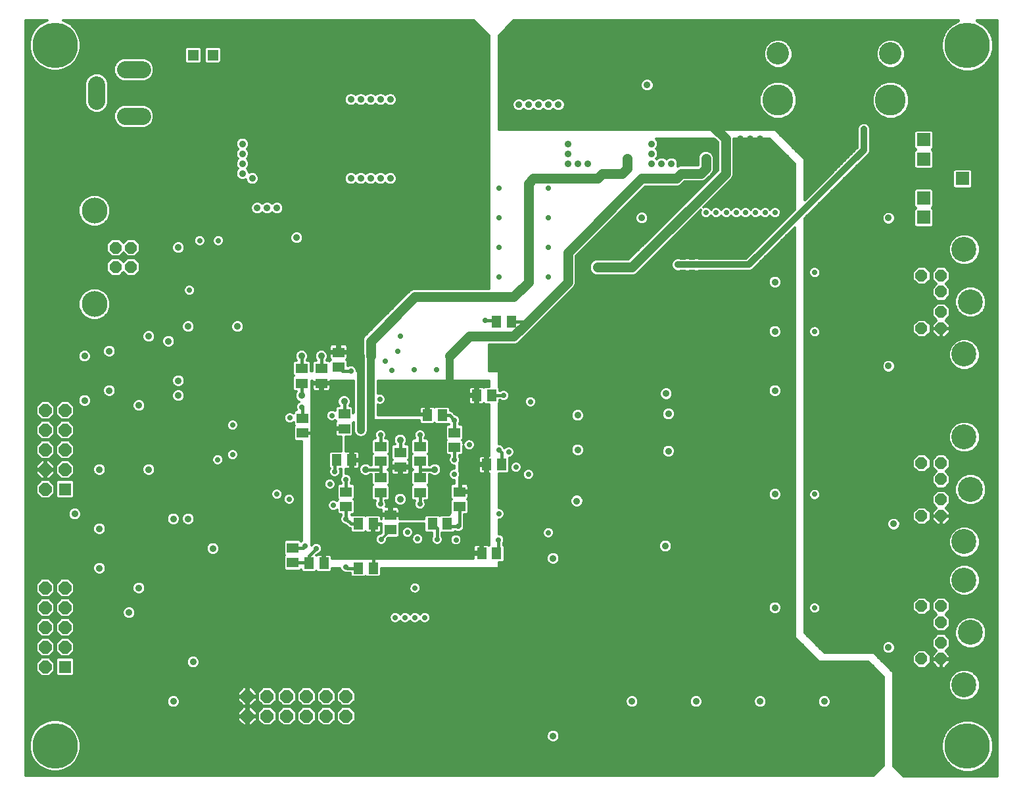
<source format=gbl>
G75*
%MOIN*%
%OFA0B0*%
%FSLAX24Y24*%
%IPPOS*%
%LPD*%
%AMOC8*
5,1,8,0,0,1.08239X$1,22.5*
%
%ADD10OC8,0.0610*%
%ADD11C,0.1306*%
%ADD12C,0.0860*%
%ADD13OC8,0.0591*%
%ADD14C,0.1266*%
%ADD15R,0.0551X0.0551*%
%ADD16R,0.0669X0.0669*%
%ADD17R,0.0591X0.0512*%
%ADD18R,0.0512X0.0591*%
%ADD19R,0.0636X0.0636*%
%ADD20OC8,0.0636*%
%ADD21C,0.2300*%
%ADD22C,0.1571*%
%ADD23C,0.1134*%
%ADD24C,0.0354*%
%ADD25C,0.0500*%
%ADD26C,0.0160*%
%ADD27C,0.0400*%
%ADD28C,0.0120*%
%ADD29C,0.0276*%
%ADD30C,0.0100*%
%ADD31C,0.0320*%
D10*
X005213Y026388D03*
X006000Y026388D03*
X006000Y027372D03*
X005213Y027372D03*
D11*
X004146Y029250D03*
X004146Y024510D03*
D12*
X005716Y034028D02*
X006576Y034028D01*
X004256Y034779D02*
X004256Y035639D01*
X005716Y036390D02*
X006576Y036390D01*
D13*
X046065Y025969D03*
X047050Y025969D03*
X047050Y025142D03*
X047050Y024118D03*
X047050Y023291D03*
X046065Y023291D03*
X046065Y016469D03*
X047050Y016469D03*
X047050Y015642D03*
X047050Y014618D03*
X047050Y013791D03*
X046065Y013791D03*
X046065Y009219D03*
X047050Y009219D03*
X047050Y008392D03*
X047050Y007368D03*
X047050Y006541D03*
X046065Y006541D03*
D14*
X048231Y005223D03*
X048546Y007880D03*
X048231Y010537D03*
X048231Y012473D03*
X048546Y015130D03*
X048231Y017787D03*
X048231Y021973D03*
X048546Y024630D03*
X048231Y027287D03*
D15*
X010138Y037130D03*
X009154Y037130D03*
D16*
X046178Y032849D03*
X046178Y031864D03*
X048146Y030880D03*
X046178Y029896D03*
X046178Y028911D03*
D17*
X022396Y018004D03*
X022396Y017256D03*
X020646Y017293D03*
X020646Y016545D03*
X020646Y015715D03*
X020646Y014967D03*
X019146Y013833D03*
X019146Y013085D03*
X018646Y014967D03*
X018646Y015715D03*
X018646Y016545D03*
X018646Y017293D03*
X019646Y017004D03*
X019646Y016256D03*
X016896Y015004D03*
X016896Y014256D03*
X014191Y012161D03*
X014191Y011413D03*
X014695Y017980D03*
X014695Y018728D03*
X014646Y020506D03*
X014646Y021254D03*
X015646Y021254D03*
X015646Y020506D03*
X016516Y021323D03*
X016516Y022071D03*
X016804Y018951D03*
X016804Y018203D03*
X022646Y015004D03*
X022646Y014256D03*
D18*
X022020Y013380D03*
X021272Y013380D03*
X023772Y011880D03*
X024520Y011880D03*
X024770Y016380D03*
X024022Y016380D03*
X021770Y018880D03*
X021022Y018880D03*
X023522Y019880D03*
X024270Y019880D03*
X024522Y023630D03*
X025270Y023630D03*
X017178Y016612D03*
X016430Y016612D03*
X017522Y013380D03*
X018270Y013380D03*
X018270Y011130D03*
X017522Y011130D03*
X015770Y011380D03*
X015022Y011380D03*
D19*
X002646Y015130D03*
X002646Y006130D03*
D20*
X001646Y006130D03*
X001646Y007130D03*
X001646Y008130D03*
X002646Y008130D03*
X002646Y007130D03*
X002646Y009130D03*
X001646Y009130D03*
X001646Y010130D03*
X002646Y010130D03*
X001646Y015130D03*
X001646Y016130D03*
X002646Y016130D03*
X002646Y017130D03*
X001646Y017130D03*
X001646Y018130D03*
X002646Y018130D03*
X002646Y019130D03*
X001646Y019130D03*
X011896Y004630D03*
X011896Y003630D03*
X012896Y003630D03*
X012896Y004630D03*
X013896Y004630D03*
X013896Y003630D03*
X014896Y003630D03*
X014896Y004630D03*
X015896Y004630D03*
X015896Y003630D03*
X016896Y003630D03*
X016896Y004630D03*
D21*
X002146Y002130D03*
X002146Y037630D03*
X048396Y037630D03*
X048396Y002130D03*
D22*
X044500Y034862D03*
X038792Y034862D03*
D23*
X038792Y037209D03*
X044500Y037209D03*
D24*
X037896Y032880D03*
X037396Y032880D03*
X036896Y032880D03*
X037146Y032380D03*
X037646Y032380D03*
X035146Y031880D03*
X035146Y031380D03*
X034646Y031130D03*
X034146Y031130D03*
X033646Y030880D03*
X033396Y031630D03*
X032896Y031630D03*
X032396Y031630D03*
X032396Y032130D03*
X032396Y032630D03*
X031146Y031880D03*
X031146Y031380D03*
X030646Y031130D03*
X030146Y031130D03*
X029646Y030880D03*
X029146Y031630D03*
X028646Y031630D03*
X028146Y031630D03*
X028146Y032130D03*
X028146Y032630D03*
X026896Y033630D03*
X026396Y033630D03*
X025896Y033630D03*
X025396Y033630D03*
X024896Y033630D03*
X025646Y034630D03*
X026146Y034630D03*
X026646Y034630D03*
X027146Y034630D03*
X027646Y034630D03*
X032146Y035630D03*
X031896Y028880D03*
X033729Y026508D03*
X034201Y026508D03*
X034674Y026508D03*
X038646Y025630D03*
X038646Y023130D03*
X042146Y024130D03*
X044396Y021380D03*
X040896Y016880D03*
X038646Y018130D03*
X038646Y020130D03*
X033126Y019973D03*
X033244Y018949D03*
X033146Y018130D03*
X033244Y017059D03*
X033146Y016130D03*
X028646Y016130D03*
X028646Y017130D03*
X028646Y017880D03*
X028646Y018880D03*
X028646Y019880D03*
X028599Y014539D03*
X028646Y012380D03*
X027396Y011630D03*
X021396Y016130D03*
X019646Y014630D03*
X017896Y016130D03*
X019646Y017630D03*
X017646Y018130D03*
X016804Y019577D03*
X014646Y019880D03*
X014646Y021880D03*
X015646Y021880D03*
X011396Y023380D03*
X008896Y023380D03*
X007896Y022630D03*
X006896Y022880D03*
X008146Y021630D03*
X008396Y020630D03*
X008396Y019880D03*
X009396Y018630D03*
X006396Y019380D03*
X004896Y020130D03*
X003646Y019630D03*
X003646Y021880D03*
X004896Y022130D03*
X002146Y022630D03*
X008396Y027380D03*
X012396Y029380D03*
X012896Y029380D03*
X013396Y029380D03*
X012146Y030880D03*
X011646Y031130D03*
X011646Y031630D03*
X011646Y032130D03*
X011646Y032630D03*
X017146Y030880D03*
X017646Y030880D03*
X018146Y030880D03*
X018646Y030880D03*
X019146Y030880D03*
X014396Y027880D03*
X017146Y034880D03*
X017646Y034880D03*
X018146Y034880D03*
X018646Y034880D03*
X019146Y034880D03*
X020146Y036380D03*
X020646Y036630D03*
X020646Y036130D03*
X020146Y036880D03*
X020646Y037130D03*
X029646Y026380D03*
X042146Y027630D03*
X044396Y028880D03*
X038646Y014880D03*
X040896Y013880D03*
X040896Y011130D03*
X038646Y009130D03*
X040896Y008130D03*
X038646Y006630D03*
X037896Y004380D03*
X035896Y006630D03*
X034646Y004380D03*
X032896Y006630D03*
X031396Y004380D03*
X030146Y006630D03*
X029396Y002630D03*
X027396Y002630D03*
X033087Y012256D03*
X041146Y004380D03*
X044396Y007130D03*
X044646Y013380D03*
X016091Y013673D03*
X010146Y012130D03*
X008896Y013630D03*
X008146Y013630D03*
X006396Y012130D03*
X004396Y011130D03*
X006396Y010130D03*
X005896Y008880D03*
X009146Y006380D03*
X009146Y004380D03*
X008146Y004380D03*
X004396Y013130D03*
X003146Y013880D03*
X004396Y016130D03*
X006396Y016880D03*
X006896Y016130D03*
D25*
X018146Y021880D02*
X018146Y022630D01*
X020396Y024880D01*
X025396Y024880D01*
X026146Y025630D01*
X026146Y030630D01*
X026396Y030880D01*
X029646Y030880D01*
X029896Y031130D01*
X030146Y031130D01*
X030646Y031130D01*
X030896Y031130D01*
X031146Y031380D01*
X031146Y031880D01*
X031896Y030880D02*
X028146Y027130D01*
X028146Y025630D01*
X026021Y023505D01*
X025396Y022880D01*
X023146Y022880D01*
X022146Y021880D01*
X029646Y026380D02*
X031396Y026380D01*
X036146Y031130D01*
X036146Y032880D01*
X035396Y033630D01*
X026896Y033630D01*
X026396Y033630D01*
X025896Y033630D01*
X025396Y033630D01*
X025392Y033634D01*
X024900Y033634D01*
X024896Y033630D01*
X031896Y030880D02*
X033646Y030880D01*
X033896Y031130D01*
X034146Y031130D01*
X034646Y031130D01*
X034896Y031130D01*
X035146Y031380D01*
X035146Y031880D01*
D26*
X037973Y034315D02*
X038245Y034044D01*
X038600Y033897D01*
X038984Y033897D01*
X039339Y034044D01*
X039610Y034315D01*
X039757Y034670D01*
X039757Y035054D01*
X039610Y035409D01*
X039339Y035681D01*
X038984Y035828D01*
X038600Y035828D01*
X038245Y035681D01*
X037973Y035409D01*
X037826Y035054D01*
X037826Y034670D01*
X037973Y034315D01*
X037952Y034366D02*
X027887Y034366D01*
X027848Y034327D02*
X027949Y034428D01*
X028003Y034559D01*
X028003Y034701D01*
X027949Y034832D01*
X027848Y034933D01*
X027717Y034987D01*
X027575Y034987D01*
X027444Y034933D01*
X027396Y034885D01*
X027348Y034933D01*
X027217Y034987D01*
X027075Y034987D01*
X026944Y034933D01*
X026896Y034885D01*
X026848Y034933D01*
X026717Y034987D01*
X026575Y034987D01*
X026444Y034933D01*
X026396Y034885D01*
X026348Y034933D01*
X026217Y034987D01*
X026075Y034987D01*
X025944Y034933D01*
X025896Y034885D01*
X025848Y034933D01*
X025717Y034987D01*
X025575Y034987D01*
X025444Y034933D01*
X025343Y034832D01*
X025289Y034701D01*
X025289Y034559D01*
X025343Y034428D01*
X025444Y034327D01*
X025575Y034273D01*
X025717Y034273D01*
X025848Y034327D01*
X025896Y034375D01*
X025944Y034327D01*
X026075Y034273D01*
X026217Y034273D01*
X026348Y034327D01*
X026396Y034375D01*
X026444Y034327D01*
X026575Y034273D01*
X026717Y034273D01*
X026848Y034327D01*
X026896Y034375D01*
X026944Y034327D01*
X027075Y034273D01*
X027217Y034273D01*
X027348Y034327D01*
X027396Y034375D01*
X027444Y034327D01*
X027575Y034273D01*
X027717Y034273D01*
X027848Y034327D01*
X027989Y034525D02*
X037887Y034525D01*
X037826Y034683D02*
X028003Y034683D01*
X027940Y034842D02*
X037826Y034842D01*
X037826Y035000D02*
X024646Y035000D01*
X024646Y034842D02*
X025353Y034842D01*
X025289Y034683D02*
X024646Y034683D01*
X024646Y034525D02*
X025303Y034525D01*
X025405Y034366D02*
X024646Y034366D01*
X024646Y034208D02*
X038081Y034208D01*
X038240Y034049D02*
X024646Y034049D01*
X024646Y033891D02*
X049896Y033891D01*
X049896Y034049D02*
X045052Y034049D01*
X045047Y034044D02*
X045319Y034315D01*
X045466Y034670D01*
X045466Y035054D01*
X045319Y035409D01*
X045047Y035681D01*
X044692Y035828D01*
X044308Y035828D01*
X043954Y035681D01*
X043682Y035409D01*
X043535Y035054D01*
X043535Y034670D01*
X043682Y034315D01*
X043954Y034044D01*
X044308Y033897D01*
X044692Y033897D01*
X045047Y034044D01*
X045211Y034208D02*
X049896Y034208D01*
X049896Y034366D02*
X045340Y034366D01*
X045405Y034525D02*
X049896Y034525D01*
X049896Y034683D02*
X045466Y034683D01*
X045466Y034842D02*
X049896Y034842D01*
X049896Y035000D02*
X045466Y035000D01*
X045423Y035159D02*
X049896Y035159D01*
X049896Y035317D02*
X045357Y035317D01*
X045252Y035476D02*
X049896Y035476D01*
X049896Y035634D02*
X045094Y035634D01*
X044777Y035793D02*
X049896Y035793D01*
X049896Y035951D02*
X032304Y035951D01*
X032348Y035933D02*
X032217Y035987D01*
X032075Y035987D01*
X031944Y035933D01*
X031843Y035832D01*
X031789Y035701D01*
X031789Y035559D01*
X031843Y035428D01*
X031944Y035327D01*
X032075Y035273D01*
X032217Y035273D01*
X032348Y035327D01*
X032449Y035428D01*
X032503Y035559D01*
X032503Y035701D01*
X032449Y035832D01*
X032348Y035933D01*
X032465Y035793D02*
X038515Y035793D01*
X038198Y035634D02*
X032503Y035634D01*
X032469Y035476D02*
X038040Y035476D01*
X037935Y035317D02*
X032324Y035317D01*
X031968Y035317D02*
X024646Y035317D01*
X024646Y035159D02*
X037869Y035159D01*
X039069Y035793D02*
X044223Y035793D01*
X043907Y035634D02*
X039385Y035634D01*
X039544Y035476D02*
X043748Y035476D01*
X043644Y035317D02*
X039648Y035317D01*
X039714Y035159D02*
X043578Y035159D01*
X043535Y035000D02*
X039757Y035000D01*
X039757Y034842D02*
X043535Y034842D01*
X043535Y034683D02*
X039757Y034683D01*
X039697Y034525D02*
X043595Y034525D01*
X043661Y034366D02*
X039631Y034366D01*
X039502Y034208D02*
X043790Y034208D01*
X043948Y034049D02*
X039344Y034049D01*
X038646Y033380D02*
X024646Y033380D01*
X024646Y038130D01*
X025396Y038880D01*
X047922Y038880D01*
X047883Y038869D01*
X047579Y038694D01*
X047332Y038447D01*
X047157Y038143D01*
X047066Y037805D01*
X047066Y037455D01*
X047157Y037117D01*
X047332Y036813D01*
X047579Y036566D01*
X047883Y036391D01*
X048221Y036300D01*
X048571Y036300D01*
X048909Y036391D01*
X049213Y036566D01*
X049460Y036813D01*
X049635Y037117D01*
X049726Y037455D01*
X049726Y037805D01*
X049635Y038143D01*
X049460Y038447D01*
X049213Y038694D01*
X048909Y038869D01*
X048870Y038880D01*
X049896Y038880D01*
X049896Y000630D01*
X045146Y000630D01*
X044646Y001130D01*
X044646Y005880D01*
X043646Y006880D01*
X041146Y006880D01*
X040146Y007880D01*
X040146Y028862D01*
X043312Y032027D01*
X043339Y032039D01*
X043434Y032134D01*
X043486Y032259D01*
X043486Y032394D01*
X043478Y032413D01*
X043478Y033465D01*
X043426Y033590D01*
X043331Y033686D01*
X043206Y033738D01*
X043071Y033738D01*
X042946Y033686D01*
X042850Y033590D01*
X042798Y033465D01*
X042798Y032476D01*
X040146Y029823D01*
X040146Y031880D01*
X038646Y033380D01*
X038770Y033257D02*
X042798Y033257D01*
X042798Y033415D02*
X024646Y033415D01*
X024646Y033574D02*
X042843Y033574D01*
X043057Y033732D02*
X024646Y033732D01*
X025887Y034366D02*
X025905Y034366D01*
X026387Y034366D02*
X026405Y034366D01*
X026887Y034366D02*
X026905Y034366D01*
X027387Y034366D02*
X027405Y034366D01*
X024646Y035476D02*
X031823Y035476D01*
X031789Y035634D02*
X024646Y035634D01*
X024646Y035793D02*
X031827Y035793D01*
X031988Y035951D02*
X024646Y035951D01*
X024646Y036110D02*
X049896Y036110D01*
X049896Y036268D02*
X024646Y036268D01*
X024646Y036427D02*
X047820Y036427D01*
X047560Y036585D02*
X044933Y036585D01*
X044923Y036576D02*
X045134Y036786D01*
X045247Y037060D01*
X045247Y037357D01*
X045134Y037632D01*
X044923Y037842D01*
X044649Y037956D01*
X044352Y037956D01*
X044077Y037842D01*
X043867Y037632D01*
X043753Y037357D01*
X043753Y037060D01*
X043867Y036786D01*
X044077Y036576D01*
X044352Y036462D01*
X044649Y036462D01*
X044923Y036576D01*
X045092Y036744D02*
X047402Y036744D01*
X047281Y036902D02*
X045182Y036902D01*
X045247Y037061D02*
X047189Y037061D01*
X047129Y037219D02*
X045247Y037219D01*
X045239Y037378D02*
X047087Y037378D01*
X047066Y037536D02*
X045173Y037536D01*
X045071Y037695D02*
X047066Y037695D01*
X047079Y037853D02*
X044897Y037853D01*
X044104Y037853D02*
X039188Y037853D01*
X039215Y037842D02*
X038940Y037956D01*
X038643Y037956D01*
X038369Y037842D01*
X038159Y037632D01*
X038045Y037357D01*
X038045Y037060D01*
X038159Y036786D01*
X038369Y036576D01*
X038643Y036462D01*
X038940Y036462D01*
X039215Y036576D01*
X039425Y036786D01*
X039539Y037060D01*
X039539Y037357D01*
X039425Y037632D01*
X039215Y037842D01*
X039362Y037695D02*
X043930Y037695D01*
X043828Y037536D02*
X039465Y037536D01*
X039530Y037378D02*
X043762Y037378D01*
X043753Y037219D02*
X039539Y037219D01*
X039539Y037061D02*
X043753Y037061D01*
X043819Y036902D02*
X039473Y036902D01*
X039383Y036744D02*
X043909Y036744D01*
X044068Y036585D02*
X039224Y036585D01*
X038359Y036585D02*
X024646Y036585D01*
X024646Y036744D02*
X038201Y036744D01*
X038110Y036902D02*
X024646Y036902D01*
X024646Y037061D02*
X038045Y037061D01*
X038045Y037219D02*
X024646Y037219D01*
X024646Y037378D02*
X038053Y037378D01*
X038119Y037536D02*
X024646Y037536D01*
X024646Y037695D02*
X038221Y037695D01*
X038395Y037853D02*
X024646Y037853D01*
X024646Y038012D02*
X047121Y038012D01*
X047172Y038170D02*
X024686Y038170D01*
X024845Y038329D02*
X047264Y038329D01*
X047372Y038487D02*
X025003Y038487D01*
X025162Y038646D02*
X047531Y038646D01*
X047770Y038804D02*
X025320Y038804D01*
X038928Y033098D02*
X042798Y033098D01*
X042798Y032940D02*
X039087Y032940D01*
X039245Y032781D02*
X042798Y032781D01*
X042798Y032623D02*
X039404Y032623D01*
X039562Y032464D02*
X042787Y032464D01*
X042628Y032306D02*
X039721Y032306D01*
X039879Y032147D02*
X042470Y032147D01*
X042311Y031989D02*
X040038Y031989D01*
X040146Y031830D02*
X042153Y031830D01*
X041994Y031672D02*
X040146Y031672D01*
X040146Y031513D02*
X041836Y031513D01*
X041677Y031355D02*
X040146Y031355D01*
X040146Y031196D02*
X041519Y031196D01*
X041360Y031038D02*
X040146Y031038D01*
X040146Y030879D02*
X041202Y030879D01*
X041043Y030721D02*
X040146Y030721D01*
X040146Y030562D02*
X040885Y030562D01*
X040726Y030404D02*
X040146Y030404D01*
X040146Y030245D02*
X040568Y030245D01*
X040409Y030087D02*
X040146Y030087D01*
X040146Y029928D02*
X040251Y029928D01*
X040737Y029453D02*
X045697Y029453D01*
X045663Y029487D02*
X045746Y029404D01*
X045663Y029321D01*
X045663Y028502D01*
X045768Y028397D01*
X046587Y028397D01*
X046692Y028502D01*
X046692Y029321D01*
X046609Y029404D01*
X046692Y029487D01*
X046692Y030305D01*
X046587Y030410D01*
X045768Y030410D01*
X045663Y030305D01*
X045663Y029487D01*
X045663Y029611D02*
X040895Y029611D01*
X041054Y029770D02*
X045663Y029770D01*
X045663Y029928D02*
X041212Y029928D01*
X041371Y030087D02*
X045663Y030087D01*
X045663Y030245D02*
X041529Y030245D01*
X041688Y030404D02*
X045762Y030404D01*
X046594Y030404D02*
X047699Y030404D01*
X047737Y030365D02*
X047631Y030471D01*
X047631Y031289D01*
X047737Y031395D01*
X048555Y031395D01*
X048661Y031289D01*
X048661Y030471D01*
X048555Y030365D01*
X047737Y030365D01*
X047631Y030562D02*
X041846Y030562D01*
X042005Y030721D02*
X047631Y030721D01*
X047631Y030879D02*
X042163Y030879D01*
X042322Y031038D02*
X047631Y031038D01*
X047631Y031196D02*
X042480Y031196D01*
X042639Y031355D02*
X045763Y031355D01*
X045768Y031350D02*
X046587Y031350D01*
X046692Y031455D01*
X046692Y032273D01*
X046609Y032356D01*
X046692Y032439D01*
X046692Y033258D01*
X046587Y033363D01*
X045768Y033363D01*
X045663Y033258D01*
X045663Y032439D01*
X045746Y032356D01*
X045663Y032273D01*
X045663Y031455D01*
X045768Y031350D01*
X045663Y031513D02*
X042797Y031513D01*
X042956Y031672D02*
X045663Y031672D01*
X045663Y031830D02*
X043114Y031830D01*
X043273Y031989D02*
X045663Y031989D01*
X045663Y032147D02*
X043440Y032147D01*
X043486Y032306D02*
X045695Y032306D01*
X045663Y032464D02*
X043478Y032464D01*
X043478Y032623D02*
X045663Y032623D01*
X045663Y032781D02*
X043478Y032781D01*
X043478Y032940D02*
X045663Y032940D01*
X045663Y033098D02*
X043478Y033098D01*
X043478Y033257D02*
X045663Y033257D01*
X046692Y033257D02*
X049896Y033257D01*
X049896Y033415D02*
X043478Y033415D01*
X043433Y033574D02*
X049896Y033574D01*
X049896Y033732D02*
X043219Y033732D01*
X046692Y033098D02*
X049896Y033098D01*
X049896Y032940D02*
X046692Y032940D01*
X046692Y032781D02*
X049896Y032781D01*
X049896Y032623D02*
X046692Y032623D01*
X046692Y032464D02*
X049896Y032464D01*
X049896Y032306D02*
X046660Y032306D01*
X046692Y032147D02*
X049896Y032147D01*
X049896Y031989D02*
X046692Y031989D01*
X046692Y031830D02*
X049896Y031830D01*
X049896Y031672D02*
X046692Y031672D01*
X046692Y031513D02*
X049896Y031513D01*
X049896Y031355D02*
X048595Y031355D01*
X048661Y031196D02*
X049896Y031196D01*
X049896Y031038D02*
X048661Y031038D01*
X048661Y030879D02*
X049896Y030879D01*
X049896Y030721D02*
X048661Y030721D01*
X048661Y030562D02*
X049896Y030562D01*
X049896Y030404D02*
X048593Y030404D01*
X047697Y031355D02*
X046592Y031355D01*
X046692Y030245D02*
X049896Y030245D01*
X049896Y030087D02*
X046692Y030087D01*
X046692Y029928D02*
X049896Y029928D01*
X049896Y029770D02*
X046692Y029770D01*
X046692Y029611D02*
X049896Y029611D01*
X049896Y029453D02*
X046658Y029453D01*
X046692Y029294D02*
X049896Y029294D01*
X049896Y029136D02*
X046692Y029136D01*
X046692Y028977D02*
X049896Y028977D01*
X049896Y028819D02*
X046692Y028819D01*
X046692Y028660D02*
X049896Y028660D01*
X049896Y028502D02*
X046691Y028502D01*
X045664Y028502D02*
X040146Y028502D01*
X040146Y028660D02*
X044111Y028660D01*
X044093Y028678D02*
X044194Y028577D01*
X044325Y028523D01*
X044467Y028523D01*
X044598Y028577D01*
X044699Y028678D01*
X044753Y028809D01*
X044753Y028951D01*
X044699Y029082D01*
X044598Y029183D01*
X044467Y029237D01*
X044325Y029237D01*
X044194Y029183D01*
X044093Y029082D01*
X044039Y028951D01*
X044039Y028809D01*
X044093Y028678D01*
X044039Y028819D02*
X040146Y028819D01*
X040261Y028977D02*
X044050Y028977D01*
X044147Y029136D02*
X040420Y029136D01*
X040578Y029294D02*
X045663Y029294D01*
X045663Y029136D02*
X044646Y029136D01*
X044742Y028977D02*
X045663Y028977D01*
X045663Y028819D02*
X044753Y028819D01*
X044681Y028660D02*
X045663Y028660D01*
X047541Y027748D02*
X047418Y027449D01*
X047418Y027126D01*
X047541Y026827D01*
X047770Y026598D01*
X048069Y026474D01*
X048392Y026474D01*
X048691Y026598D01*
X048920Y026827D01*
X049044Y027126D01*
X049044Y027449D01*
X048920Y027748D01*
X048691Y027977D01*
X048392Y028101D01*
X048069Y028101D01*
X047770Y027977D01*
X047541Y027748D01*
X047525Y027709D02*
X040146Y027709D01*
X040146Y027551D02*
X047460Y027551D01*
X047418Y027392D02*
X040146Y027392D01*
X040146Y027234D02*
X047418Y027234D01*
X047439Y027075D02*
X040146Y027075D01*
X040146Y026917D02*
X047504Y026917D01*
X047610Y026758D02*
X040146Y026758D01*
X040146Y026600D02*
X047769Y026600D01*
X047408Y026283D02*
X049896Y026283D01*
X049896Y026441D02*
X047249Y026441D01*
X047246Y026444D02*
X046853Y026444D01*
X046574Y026165D01*
X046574Y025772D01*
X046791Y025555D01*
X046574Y025339D01*
X046574Y024945D01*
X046853Y024667D01*
X047246Y024667D01*
X047525Y024945D01*
X047525Y025339D01*
X047308Y025555D01*
X047525Y025772D01*
X047525Y026165D01*
X047246Y026444D01*
X046850Y026441D02*
X046265Y026441D01*
X046262Y026444D02*
X045868Y026444D01*
X045590Y026165D01*
X045590Y025772D01*
X045868Y025493D01*
X046262Y025493D01*
X046541Y025772D01*
X046541Y026165D01*
X046262Y026444D01*
X046424Y026283D02*
X046691Y026283D01*
X046574Y026124D02*
X046541Y026124D01*
X046541Y025966D02*
X046574Y025966D01*
X046574Y025807D02*
X046541Y025807D01*
X046417Y025649D02*
X046698Y025649D01*
X046726Y025490D02*
X040146Y025490D01*
X040146Y025332D02*
X046574Y025332D01*
X046574Y025173D02*
X040146Y025173D01*
X040146Y025015D02*
X046574Y025015D01*
X046663Y024856D02*
X040146Y024856D01*
X040146Y024698D02*
X046822Y024698D01*
X046853Y024593D02*
X046574Y024315D01*
X046574Y023921D01*
X046791Y023705D01*
X046574Y023488D01*
X046574Y023300D01*
X047041Y023300D01*
X047041Y023283D01*
X046574Y023283D01*
X046574Y023095D01*
X046853Y022816D01*
X047041Y022816D01*
X047041Y023283D01*
X047058Y023283D01*
X047058Y022816D01*
X047246Y022816D01*
X047525Y023095D01*
X047525Y023283D01*
X047058Y023283D01*
X047058Y023300D01*
X047525Y023300D01*
X047525Y023488D01*
X047308Y023705D01*
X047525Y023921D01*
X047525Y024315D01*
X047246Y024593D01*
X046853Y024593D01*
X046798Y024539D02*
X040146Y024539D01*
X040146Y024381D02*
X046640Y024381D01*
X046574Y024222D02*
X040146Y024222D01*
X040146Y024064D02*
X046574Y024064D01*
X046591Y023905D02*
X040146Y023905D01*
X040146Y023747D02*
X045848Y023747D01*
X045868Y023767D02*
X045590Y023488D01*
X045590Y023095D01*
X045868Y022816D01*
X046262Y022816D01*
X046541Y023095D01*
X046541Y023488D01*
X046262Y023767D01*
X045868Y023767D01*
X045690Y023588D02*
X040146Y023588D01*
X040146Y023430D02*
X040539Y023430D01*
X040583Y023448D02*
X040466Y023399D01*
X040377Y023310D01*
X040328Y023193D01*
X040328Y023067D01*
X040377Y022950D01*
X040466Y022861D01*
X040583Y022812D01*
X040709Y022812D01*
X040826Y022861D01*
X040915Y022950D01*
X040964Y023067D01*
X040964Y023193D01*
X040915Y023310D01*
X040826Y023399D01*
X040709Y023448D01*
X040583Y023448D01*
X040753Y023430D02*
X045590Y023430D01*
X045590Y023271D02*
X040932Y023271D01*
X040964Y023113D02*
X045590Y023113D01*
X045731Y022954D02*
X040917Y022954D01*
X040375Y022954D02*
X040146Y022954D01*
X040146Y022796D02*
X049896Y022796D01*
X049896Y022954D02*
X047384Y022954D01*
X047525Y023113D02*
X049896Y023113D01*
X049896Y023271D02*
X047525Y023271D01*
X047525Y023430D02*
X049896Y023430D01*
X049896Y023588D02*
X047425Y023588D01*
X047350Y023747D02*
X049896Y023747D01*
X049896Y023905D02*
X048920Y023905D01*
X049006Y023941D02*
X049235Y024169D01*
X049359Y024468D01*
X049359Y024792D01*
X049235Y025091D01*
X049006Y025319D01*
X048707Y025443D01*
X048384Y025443D01*
X048085Y025319D01*
X047856Y025091D01*
X047733Y024792D01*
X047733Y024468D01*
X047856Y024169D01*
X048085Y023941D01*
X048384Y023817D01*
X048707Y023817D01*
X049006Y023941D01*
X049129Y024064D02*
X049896Y024064D01*
X049896Y024222D02*
X049257Y024222D01*
X049322Y024381D02*
X049896Y024381D01*
X049896Y024539D02*
X049359Y024539D01*
X049359Y024698D02*
X049896Y024698D01*
X049896Y024856D02*
X049332Y024856D01*
X049266Y025015D02*
X049896Y025015D01*
X049896Y025173D02*
X049152Y025173D01*
X048977Y025332D02*
X049896Y025332D01*
X049896Y025490D02*
X047374Y025490D01*
X047402Y025649D02*
X049896Y025649D01*
X049896Y025807D02*
X047525Y025807D01*
X047525Y025966D02*
X049896Y025966D01*
X049896Y026124D02*
X047525Y026124D01*
X047525Y025332D02*
X048115Y025332D01*
X047939Y025173D02*
X047525Y025173D01*
X047525Y025015D02*
X047825Y025015D01*
X047759Y024856D02*
X047436Y024856D01*
X047277Y024698D02*
X047733Y024698D01*
X047733Y024539D02*
X047301Y024539D01*
X047459Y024381D02*
X047769Y024381D01*
X047835Y024222D02*
X047525Y024222D01*
X047525Y024064D02*
X047962Y024064D01*
X048171Y023905D02*
X047509Y023905D01*
X046749Y023747D02*
X046282Y023747D01*
X046441Y023588D02*
X046674Y023588D01*
X046574Y023430D02*
X046541Y023430D01*
X046541Y023271D02*
X046574Y023271D01*
X046574Y023113D02*
X046541Y023113D01*
X046400Y022954D02*
X046715Y022954D01*
X047041Y022954D02*
X047058Y022954D01*
X047041Y023113D02*
X047058Y023113D01*
X047041Y023271D02*
X047058Y023271D01*
X047745Y022637D02*
X040146Y022637D01*
X040146Y022479D02*
X047587Y022479D01*
X047541Y022433D02*
X047418Y022134D01*
X047418Y021811D01*
X047541Y021512D01*
X047770Y021283D01*
X048069Y021159D01*
X048392Y021159D01*
X048691Y021283D01*
X048920Y021512D01*
X049044Y021811D01*
X049044Y022134D01*
X048920Y022433D01*
X048691Y022662D01*
X048392Y022786D01*
X048069Y022786D01*
X047770Y022662D01*
X047541Y022433D01*
X047495Y022320D02*
X040146Y022320D01*
X040146Y022162D02*
X047429Y022162D01*
X047418Y022003D02*
X040146Y022003D01*
X040146Y021845D02*
X047418Y021845D01*
X047469Y021686D02*
X044591Y021686D01*
X044598Y021683D02*
X044467Y021737D01*
X044325Y021737D01*
X044194Y021683D01*
X044093Y021582D01*
X044039Y021451D01*
X044039Y021309D01*
X044093Y021178D01*
X044194Y021077D01*
X044325Y021023D01*
X044467Y021023D01*
X044598Y021077D01*
X044699Y021178D01*
X044753Y021309D01*
X044753Y021451D01*
X044699Y021582D01*
X044598Y021683D01*
X044722Y021528D02*
X047535Y021528D01*
X047684Y021369D02*
X044753Y021369D01*
X044712Y021211D02*
X047946Y021211D01*
X048516Y021211D02*
X049896Y021211D01*
X049896Y021369D02*
X048777Y021369D01*
X048926Y021528D02*
X049896Y021528D01*
X049896Y021686D02*
X048992Y021686D01*
X049044Y021845D02*
X049896Y021845D01*
X049896Y022003D02*
X049044Y022003D01*
X049032Y022162D02*
X049896Y022162D01*
X049896Y022320D02*
X048967Y022320D01*
X048875Y022479D02*
X049896Y022479D01*
X049896Y022637D02*
X048716Y022637D01*
X049896Y021052D02*
X044538Y021052D01*
X044255Y021052D02*
X040146Y021052D01*
X040146Y020894D02*
X049896Y020894D01*
X049896Y020735D02*
X040146Y020735D01*
X040146Y020577D02*
X049896Y020577D01*
X049896Y020418D02*
X040146Y020418D01*
X040146Y020260D02*
X049896Y020260D01*
X049896Y020101D02*
X040146Y020101D01*
X040146Y019943D02*
X049896Y019943D01*
X049896Y019784D02*
X040146Y019784D01*
X040146Y019626D02*
X049896Y019626D01*
X049896Y019467D02*
X040146Y019467D01*
X040146Y019309D02*
X049896Y019309D01*
X049896Y019150D02*
X040146Y019150D01*
X040146Y018992D02*
X049896Y018992D01*
X049896Y018833D02*
X040146Y018833D01*
X040146Y018675D02*
X049896Y018675D01*
X049896Y018516D02*
X048596Y018516D01*
X048691Y018477D02*
X048392Y018601D01*
X048069Y018601D01*
X047770Y018477D01*
X047541Y018248D01*
X047418Y017949D01*
X047418Y017626D01*
X047541Y017327D01*
X047770Y017098D01*
X048069Y016974D01*
X048392Y016974D01*
X048691Y017098D01*
X048920Y017327D01*
X049044Y017626D01*
X049044Y017949D01*
X048920Y018248D01*
X048691Y018477D01*
X048811Y018358D02*
X049896Y018358D01*
X049896Y018199D02*
X048940Y018199D01*
X049006Y018041D02*
X049896Y018041D01*
X049896Y017882D02*
X049044Y017882D01*
X049044Y017724D02*
X049896Y017724D01*
X049896Y017565D02*
X049019Y017565D01*
X048953Y017407D02*
X049896Y017407D01*
X049896Y017248D02*
X048841Y017248D01*
X048670Y017090D02*
X049896Y017090D01*
X049896Y016931D02*
X047259Y016931D01*
X047246Y016944D02*
X046853Y016944D01*
X046574Y016665D01*
X046574Y016272D01*
X046791Y016055D01*
X046574Y015839D01*
X046574Y015445D01*
X046853Y015167D01*
X047246Y015167D01*
X047525Y015445D01*
X047525Y015839D01*
X047308Y016055D01*
X047525Y016272D01*
X047525Y016665D01*
X047246Y016944D01*
X047418Y016773D02*
X049896Y016773D01*
X049896Y016614D02*
X047525Y016614D01*
X047525Y016456D02*
X049896Y016456D01*
X049896Y016297D02*
X047525Y016297D01*
X047392Y016139D02*
X049896Y016139D01*
X049896Y015980D02*
X047384Y015980D01*
X047525Y015822D02*
X048091Y015822D01*
X048085Y015819D02*
X047856Y015591D01*
X047733Y015292D01*
X047733Y014968D01*
X047856Y014669D01*
X048085Y014441D01*
X048384Y014317D01*
X048707Y014317D01*
X049006Y014441D01*
X049235Y014669D01*
X049359Y014968D01*
X049359Y015292D01*
X049235Y015591D01*
X049006Y015819D01*
X048707Y015943D01*
X048384Y015943D01*
X048085Y015819D01*
X047929Y015663D02*
X047525Y015663D01*
X047525Y015505D02*
X047821Y015505D01*
X047755Y015346D02*
X047426Y015346D01*
X047267Y015188D02*
X047733Y015188D01*
X047733Y015029D02*
X047311Y015029D01*
X047246Y015093D02*
X046853Y015093D01*
X046574Y014815D01*
X046574Y014421D01*
X046791Y014205D01*
X046574Y013988D01*
X046574Y013800D01*
X047041Y013800D01*
X047041Y013783D01*
X046574Y013783D01*
X046574Y013595D01*
X046853Y013316D01*
X047041Y013316D01*
X047041Y013783D01*
X047058Y013783D01*
X047058Y013316D01*
X047246Y013316D01*
X047525Y013595D01*
X047525Y013783D01*
X047058Y013783D01*
X047058Y013800D01*
X047525Y013800D01*
X047525Y013988D01*
X047308Y014205D01*
X047525Y014421D01*
X047525Y014815D01*
X047246Y015093D01*
X047469Y014871D02*
X047773Y014871D01*
X047839Y014712D02*
X047525Y014712D01*
X047525Y014554D02*
X047972Y014554D01*
X048195Y014395D02*
X047499Y014395D01*
X047340Y014237D02*
X049896Y014237D01*
X049896Y014395D02*
X048896Y014395D01*
X049119Y014554D02*
X049896Y014554D01*
X049896Y014712D02*
X049253Y014712D01*
X049318Y014871D02*
X049896Y014871D01*
X049896Y015029D02*
X049359Y015029D01*
X049359Y015188D02*
X049896Y015188D01*
X049896Y015346D02*
X049336Y015346D01*
X049271Y015505D02*
X049896Y015505D01*
X049896Y015663D02*
X049163Y015663D01*
X049001Y015822D02*
X049896Y015822D01*
X049896Y014078D02*
X047435Y014078D01*
X047525Y013920D02*
X049896Y013920D01*
X049896Y013761D02*
X047525Y013761D01*
X047525Y013603D02*
X049896Y013603D01*
X049896Y013444D02*
X047374Y013444D01*
X047058Y013444D02*
X047041Y013444D01*
X047041Y013603D02*
X047058Y013603D01*
X047041Y013761D02*
X047058Y013761D01*
X046725Y013444D02*
X046390Y013444D01*
X046262Y013316D02*
X046541Y013595D01*
X046541Y013988D01*
X046262Y014267D01*
X045868Y014267D01*
X045590Y013988D01*
X045590Y013595D01*
X045868Y013316D01*
X046262Y013316D01*
X046541Y013603D02*
X046574Y013603D01*
X046574Y013761D02*
X046541Y013761D01*
X046541Y013920D02*
X046574Y013920D01*
X046664Y014078D02*
X046451Y014078D01*
X046292Y014237D02*
X046759Y014237D01*
X046601Y014395D02*
X040146Y014395D01*
X040146Y014237D02*
X045838Y014237D01*
X045680Y014078D02*
X040146Y014078D01*
X040146Y013920D02*
X045590Y013920D01*
X045590Y013761D02*
X040146Y013761D01*
X040146Y013603D02*
X044363Y013603D01*
X044343Y013582D02*
X044289Y013451D01*
X044289Y013309D01*
X044343Y013178D01*
X044444Y013077D01*
X044575Y013023D01*
X044717Y013023D01*
X044848Y013077D01*
X044949Y013178D01*
X045003Y013309D01*
X045003Y013451D01*
X044949Y013582D01*
X044848Y013683D01*
X044717Y013737D01*
X044575Y013737D01*
X044444Y013683D01*
X044343Y013582D01*
X044289Y013444D02*
X040146Y013444D01*
X040146Y013286D02*
X044299Y013286D01*
X044394Y013127D02*
X040146Y013127D01*
X040146Y012969D02*
X047577Y012969D01*
X047541Y012933D02*
X047418Y012634D01*
X047418Y012311D01*
X047541Y012012D01*
X047770Y011783D01*
X048069Y011659D01*
X048392Y011659D01*
X048691Y011783D01*
X048920Y012012D01*
X049044Y012311D01*
X049044Y012634D01*
X048920Y012933D01*
X048691Y013162D01*
X048392Y013286D01*
X048069Y013286D01*
X047770Y013162D01*
X047541Y012933D01*
X047490Y012810D02*
X040146Y012810D01*
X040146Y012652D02*
X047425Y012652D01*
X047418Y012493D02*
X040146Y012493D01*
X040146Y012335D02*
X047418Y012335D01*
X047473Y012176D02*
X040146Y012176D01*
X040146Y012018D02*
X047539Y012018D01*
X047694Y011859D02*
X040146Y011859D01*
X040146Y011701D02*
X047970Y011701D01*
X048069Y011351D02*
X047770Y011227D01*
X047541Y010998D01*
X047418Y010699D01*
X047418Y010376D01*
X047541Y010077D01*
X047770Y009848D01*
X048069Y009724D01*
X048392Y009724D01*
X048691Y009848D01*
X048920Y010077D01*
X049044Y010376D01*
X049044Y010699D01*
X048920Y010998D01*
X048691Y011227D01*
X048392Y011351D01*
X048069Y011351D01*
X047768Y011225D02*
X040146Y011225D01*
X040146Y011067D02*
X047610Y011067D01*
X047504Y010908D02*
X040146Y010908D01*
X040146Y010750D02*
X047438Y010750D01*
X047418Y010591D02*
X040146Y010591D01*
X040146Y010433D02*
X047418Y010433D01*
X047460Y010274D02*
X040146Y010274D01*
X040146Y010116D02*
X047525Y010116D01*
X047661Y009957D02*
X040146Y009957D01*
X040146Y009799D02*
X047890Y009799D01*
X047525Y009415D02*
X047246Y009694D01*
X046853Y009694D01*
X046574Y009415D01*
X046574Y009022D01*
X046791Y008805D01*
X046574Y008589D01*
X046574Y008195D01*
X046853Y007917D01*
X047246Y007917D01*
X047525Y008195D01*
X047525Y008589D01*
X047308Y008805D01*
X047525Y009022D01*
X047525Y009415D01*
X047525Y009323D02*
X049896Y009323D01*
X049896Y009165D02*
X047525Y009165D01*
X047509Y009006D02*
X049896Y009006D01*
X049896Y008848D02*
X047351Y008848D01*
X047425Y008689D02*
X048374Y008689D01*
X048384Y008693D02*
X048085Y008569D01*
X047856Y008341D01*
X047733Y008042D01*
X047733Y007718D01*
X047856Y007419D01*
X048085Y007191D01*
X048384Y007067D01*
X048707Y007067D01*
X049006Y007191D01*
X049235Y007419D01*
X049359Y007718D01*
X049359Y008042D01*
X049235Y008341D01*
X049006Y008569D01*
X048707Y008693D01*
X048384Y008693D01*
X048717Y008689D02*
X049896Y008689D01*
X049896Y008531D02*
X049045Y008531D01*
X049204Y008372D02*
X049896Y008372D01*
X049896Y008214D02*
X049288Y008214D01*
X049353Y008055D02*
X049896Y008055D01*
X049896Y007897D02*
X049359Y007897D01*
X049359Y007738D02*
X049896Y007738D01*
X049896Y007580D02*
X049301Y007580D01*
X049236Y007421D02*
X049896Y007421D01*
X049896Y007263D02*
X049078Y007263D01*
X048797Y007104D02*
X049896Y007104D01*
X049896Y006946D02*
X047318Y006946D01*
X047308Y006955D02*
X047525Y007171D01*
X047525Y007565D01*
X047246Y007843D01*
X046853Y007843D01*
X046574Y007565D01*
X046574Y007171D01*
X046791Y006955D01*
X046574Y006738D01*
X046574Y006550D01*
X047041Y006550D01*
X047041Y006533D01*
X046574Y006533D01*
X046574Y006345D01*
X046853Y006066D01*
X047041Y006066D01*
X047041Y006533D01*
X047058Y006533D01*
X047058Y006066D01*
X047246Y006066D01*
X047525Y006345D01*
X047525Y006533D01*
X047058Y006533D01*
X047058Y006550D01*
X047525Y006550D01*
X047525Y006738D01*
X047308Y006955D01*
X047458Y007104D02*
X048294Y007104D01*
X048013Y007263D02*
X047525Y007263D01*
X047525Y007421D02*
X047856Y007421D01*
X047790Y007580D02*
X047510Y007580D01*
X047352Y007738D02*
X047733Y007738D01*
X047733Y007897D02*
X040146Y007897D01*
X040146Y008055D02*
X046714Y008055D01*
X046574Y008214D02*
X040146Y008214D01*
X040146Y008372D02*
X046574Y008372D01*
X046574Y008531D02*
X040146Y008531D01*
X040146Y008689D02*
X046675Y008689D01*
X046749Y008848D02*
X046366Y008848D01*
X046262Y008743D02*
X046541Y009022D01*
X046541Y009415D01*
X046262Y009694D01*
X045868Y009694D01*
X045590Y009415D01*
X045590Y009022D01*
X045868Y008743D01*
X046262Y008743D01*
X046525Y009006D02*
X046590Y009006D01*
X046574Y009165D02*
X046541Y009165D01*
X046541Y009323D02*
X046574Y009323D01*
X046640Y009482D02*
X046475Y009482D01*
X046316Y009640D02*
X046799Y009640D01*
X047300Y009640D02*
X049896Y009640D01*
X049896Y009482D02*
X047459Y009482D01*
X047525Y008531D02*
X048046Y008531D01*
X047888Y008372D02*
X047525Y008372D01*
X047525Y008214D02*
X047804Y008214D01*
X047738Y008055D02*
X047385Y008055D01*
X046747Y007738D02*
X040288Y007738D01*
X040447Y007580D02*
X046589Y007580D01*
X046574Y007421D02*
X044610Y007421D01*
X044598Y007433D02*
X044467Y007487D01*
X044325Y007487D01*
X044194Y007433D01*
X044093Y007332D01*
X044039Y007201D01*
X044039Y007059D01*
X044093Y006928D01*
X044194Y006827D01*
X044325Y006773D01*
X044467Y006773D01*
X044598Y006827D01*
X044699Y006928D01*
X044753Y007059D01*
X044753Y007201D01*
X044699Y007332D01*
X044598Y007433D01*
X044728Y007263D02*
X046574Y007263D01*
X046642Y007104D02*
X044753Y007104D01*
X044706Y006946D02*
X045797Y006946D01*
X045868Y007017D02*
X045590Y006738D01*
X045590Y006345D01*
X045868Y006066D01*
X046262Y006066D01*
X046541Y006345D01*
X046541Y006738D01*
X046262Y007017D01*
X045868Y007017D01*
X045639Y006787D02*
X044501Y006787D01*
X044291Y006787D02*
X043739Y006787D01*
X043898Y006629D02*
X045590Y006629D01*
X045590Y006470D02*
X044056Y006470D01*
X044215Y006312D02*
X045623Y006312D01*
X045782Y006153D02*
X044373Y006153D01*
X044532Y005995D02*
X047970Y005995D01*
X048069Y006036D02*
X047770Y005912D01*
X047541Y005683D01*
X047418Y005384D01*
X047418Y005061D01*
X047541Y004762D01*
X047770Y004533D01*
X048069Y004409D01*
X048392Y004409D01*
X048691Y004533D01*
X048920Y004762D01*
X049044Y005061D01*
X049044Y005384D01*
X048920Y005683D01*
X048691Y005912D01*
X048392Y006036D01*
X048069Y006036D01*
X048492Y005995D02*
X049896Y005995D01*
X049896Y006153D02*
X047333Y006153D01*
X047492Y006312D02*
X049896Y006312D01*
X049896Y006470D02*
X047525Y006470D01*
X047525Y006629D02*
X049896Y006629D01*
X049896Y006787D02*
X047476Y006787D01*
X047058Y006470D02*
X047041Y006470D01*
X047041Y006312D02*
X047058Y006312D01*
X047041Y006153D02*
X047058Y006153D01*
X046766Y006153D02*
X046349Y006153D01*
X046508Y006312D02*
X046607Y006312D01*
X046574Y006470D02*
X046541Y006470D01*
X046541Y006629D02*
X046574Y006629D01*
X046623Y006787D02*
X046492Y006787D01*
X046333Y006946D02*
X046782Y006946D01*
X047694Y005836D02*
X044646Y005836D01*
X044646Y005678D02*
X047539Y005678D01*
X047473Y005519D02*
X044646Y005519D01*
X044646Y005361D02*
X047418Y005361D01*
X047418Y005202D02*
X044646Y005202D01*
X044646Y005044D02*
X047425Y005044D01*
X047490Y004885D02*
X044646Y004885D01*
X044646Y004727D02*
X047577Y004727D01*
X047735Y004568D02*
X044646Y004568D01*
X044646Y004410D02*
X048069Y004410D01*
X048393Y004410D02*
X049896Y004410D01*
X049896Y004568D02*
X048726Y004568D01*
X048885Y004727D02*
X049896Y004727D01*
X049896Y004885D02*
X048971Y004885D01*
X049037Y005044D02*
X049896Y005044D01*
X049896Y005202D02*
X049044Y005202D01*
X049044Y005361D02*
X049896Y005361D01*
X049896Y005519D02*
X048988Y005519D01*
X048922Y005678D02*
X049896Y005678D01*
X049896Y005836D02*
X048767Y005836D01*
X049896Y004251D02*
X044646Y004251D01*
X044646Y004093D02*
X049896Y004093D01*
X049896Y003934D02*
X044646Y003934D01*
X044646Y003776D02*
X049896Y003776D01*
X049896Y003617D02*
X044646Y003617D01*
X044646Y003459D02*
X048215Y003459D01*
X048221Y003460D02*
X047883Y003369D01*
X047579Y003194D01*
X047332Y002947D01*
X047157Y002643D01*
X047066Y002305D01*
X047066Y001955D01*
X047157Y001617D01*
X047332Y001313D01*
X047579Y001066D01*
X047883Y000891D01*
X048221Y000800D01*
X048571Y000800D01*
X048909Y000891D01*
X049213Y001066D01*
X049460Y001313D01*
X049635Y001617D01*
X049726Y001955D01*
X049726Y002305D01*
X049635Y002643D01*
X049460Y002947D01*
X049213Y003194D01*
X048909Y003369D01*
X048571Y003460D01*
X048221Y003460D01*
X048577Y003459D02*
X049896Y003459D01*
X049896Y003300D02*
X049030Y003300D01*
X049265Y003142D02*
X049896Y003142D01*
X049896Y002983D02*
X049424Y002983D01*
X049531Y002825D02*
X049896Y002825D01*
X049896Y002666D02*
X049622Y002666D01*
X049672Y002508D02*
X049896Y002508D01*
X049896Y002349D02*
X049714Y002349D01*
X049726Y002191D02*
X049896Y002191D01*
X049896Y002032D02*
X049726Y002032D01*
X049704Y001874D02*
X049896Y001874D01*
X049896Y001715D02*
X049662Y001715D01*
X049601Y001557D02*
X049896Y001557D01*
X049896Y001398D02*
X049509Y001398D01*
X049386Y001240D02*
X049896Y001240D01*
X049896Y001081D02*
X049228Y001081D01*
X048965Y000923D02*
X049896Y000923D01*
X049896Y000764D02*
X045012Y000764D01*
X044854Y000923D02*
X047828Y000923D01*
X047564Y001081D02*
X044695Y001081D01*
X044646Y001240D02*
X047406Y001240D01*
X047283Y001398D02*
X044646Y001398D01*
X044646Y001557D02*
X047191Y001557D01*
X047130Y001715D02*
X044646Y001715D01*
X044646Y001874D02*
X047088Y001874D01*
X047066Y002032D02*
X044646Y002032D01*
X044646Y002191D02*
X047066Y002191D01*
X047078Y002349D02*
X044646Y002349D01*
X044646Y002508D02*
X047120Y002508D01*
X047170Y002666D02*
X044646Y002666D01*
X044646Y002825D02*
X047261Y002825D01*
X047368Y002983D02*
X044646Y002983D01*
X044646Y003142D02*
X047527Y003142D01*
X047763Y003300D02*
X044646Y003300D01*
X044086Y006946D02*
X041081Y006946D01*
X040922Y007104D02*
X044039Y007104D01*
X044064Y007263D02*
X040764Y007263D01*
X040605Y007421D02*
X044182Y007421D01*
X045764Y008848D02*
X040795Y008848D01*
X040826Y008861D02*
X040915Y008950D01*
X040964Y009067D01*
X040964Y009193D01*
X040915Y009310D01*
X040826Y009399D01*
X040709Y009448D01*
X040583Y009448D01*
X040466Y009399D01*
X040377Y009310D01*
X040328Y009193D01*
X040328Y009067D01*
X040377Y008950D01*
X040466Y008861D01*
X040583Y008812D01*
X040709Y008812D01*
X040826Y008861D01*
X040939Y009006D02*
X045606Y009006D01*
X045590Y009165D02*
X040964Y009165D01*
X040902Y009323D02*
X045590Y009323D01*
X045656Y009482D02*
X040146Y009482D01*
X040146Y009640D02*
X045815Y009640D01*
X048571Y009799D02*
X049896Y009799D01*
X049896Y009957D02*
X048800Y009957D01*
X048936Y010116D02*
X049896Y010116D01*
X049896Y010274D02*
X049002Y010274D01*
X049044Y010433D02*
X049896Y010433D01*
X049896Y010591D02*
X049044Y010591D01*
X049023Y010750D02*
X049896Y010750D01*
X049896Y010908D02*
X048957Y010908D01*
X048852Y011067D02*
X049896Y011067D01*
X049896Y011225D02*
X048693Y011225D01*
X048492Y011701D02*
X049896Y011701D01*
X049896Y011859D02*
X048767Y011859D01*
X048922Y012018D02*
X049896Y012018D01*
X049896Y012176D02*
X048988Y012176D01*
X049044Y012335D02*
X049896Y012335D01*
X049896Y012493D02*
X049044Y012493D01*
X049037Y012652D02*
X049896Y012652D01*
X049896Y012810D02*
X048971Y012810D01*
X048885Y012969D02*
X049896Y012969D01*
X049896Y013127D02*
X048726Y013127D01*
X048393Y013286D02*
X049896Y013286D01*
X049896Y011542D02*
X040146Y011542D01*
X040146Y011384D02*
X049896Y011384D01*
X048069Y013286D02*
X044994Y013286D01*
X045003Y013444D02*
X045741Y013444D01*
X045590Y013603D02*
X044929Y013603D01*
X044898Y013127D02*
X047735Y013127D01*
X046574Y014554D02*
X040146Y014554D01*
X040146Y014712D02*
X040372Y014712D01*
X040377Y014700D02*
X040466Y014611D01*
X040583Y014562D01*
X040709Y014562D01*
X040826Y014611D01*
X040915Y014700D01*
X040964Y014817D01*
X040964Y014943D01*
X040915Y015060D01*
X040826Y015149D01*
X040709Y015198D01*
X040583Y015198D01*
X040466Y015149D01*
X040377Y015060D01*
X040328Y014943D01*
X040328Y014817D01*
X040377Y014700D01*
X040328Y014871D02*
X040146Y014871D01*
X040146Y015029D02*
X040364Y015029D01*
X040558Y015188D02*
X040146Y015188D01*
X040146Y015346D02*
X046673Y015346D01*
X046574Y015505D02*
X040146Y015505D01*
X040146Y015663D02*
X046574Y015663D01*
X046574Y015822D02*
X040146Y015822D01*
X040146Y015980D02*
X046716Y015980D01*
X046708Y016139D02*
X046407Y016139D01*
X046541Y016272D02*
X046262Y015993D01*
X045868Y015993D01*
X045590Y016272D01*
X045590Y016665D01*
X045868Y016944D01*
X046262Y016944D01*
X046541Y016665D01*
X046541Y016272D01*
X046541Y016297D02*
X046574Y016297D01*
X046574Y016456D02*
X046541Y016456D01*
X046541Y016614D02*
X046574Y016614D01*
X046681Y016773D02*
X046434Y016773D01*
X046275Y016931D02*
X046840Y016931D01*
X047508Y017407D02*
X040146Y017407D01*
X040146Y017565D02*
X047443Y017565D01*
X047418Y017724D02*
X040146Y017724D01*
X040146Y017882D02*
X047418Y017882D01*
X047455Y018041D02*
X040146Y018041D01*
X040146Y018199D02*
X047521Y018199D01*
X047651Y018358D02*
X040146Y018358D01*
X040146Y018516D02*
X047865Y018516D01*
X047620Y017248D02*
X040146Y017248D01*
X040146Y017090D02*
X047791Y017090D01*
X045856Y016931D02*
X040146Y016931D01*
X040146Y016773D02*
X045697Y016773D01*
X045590Y016614D02*
X040146Y016614D01*
X040146Y016456D02*
X045590Y016456D01*
X045590Y016297D02*
X040146Y016297D01*
X040146Y016139D02*
X045723Y016139D01*
X046832Y015188D02*
X040734Y015188D01*
X040928Y015029D02*
X046788Y015029D01*
X046630Y014871D02*
X040964Y014871D01*
X040920Y014712D02*
X046574Y014712D01*
X040390Y009323D02*
X040146Y009323D01*
X040146Y009165D02*
X040328Y009165D01*
X040353Y009006D02*
X040146Y009006D01*
X040146Y008848D02*
X040498Y008848D01*
X040146Y021211D02*
X044080Y021211D01*
X044039Y021369D02*
X040146Y021369D01*
X040146Y021528D02*
X044071Y021528D01*
X044202Y021686D02*
X040146Y021686D01*
X040146Y023113D02*
X040328Y023113D01*
X040361Y023271D02*
X040146Y023271D01*
X040146Y025649D02*
X045713Y025649D01*
X045590Y025807D02*
X040146Y025807D01*
X040146Y025966D02*
X040370Y025966D01*
X040377Y025950D02*
X040466Y025861D01*
X040583Y025812D01*
X040709Y025812D01*
X040826Y025861D01*
X040915Y025950D01*
X040964Y026067D01*
X040964Y026193D01*
X040915Y026310D01*
X040826Y026399D01*
X040709Y026448D01*
X040583Y026448D01*
X040466Y026399D01*
X040377Y026310D01*
X040328Y026193D01*
X040328Y026067D01*
X040377Y025950D01*
X040328Y026124D02*
X040146Y026124D01*
X040146Y026283D02*
X040365Y026283D01*
X040567Y026441D02*
X040146Y026441D01*
X040726Y026441D02*
X045866Y026441D01*
X045707Y026283D02*
X040927Y026283D01*
X040964Y026124D02*
X045590Y026124D01*
X045590Y025966D02*
X040922Y025966D01*
X040146Y027868D02*
X047661Y027868D01*
X047889Y028026D02*
X040146Y028026D01*
X040146Y028185D02*
X049896Y028185D01*
X049896Y028343D02*
X040146Y028343D01*
X048572Y028026D02*
X049896Y028026D01*
X049896Y027868D02*
X048801Y027868D01*
X048936Y027709D02*
X049896Y027709D01*
X049896Y027551D02*
X049002Y027551D01*
X049044Y027392D02*
X049896Y027392D01*
X049896Y027234D02*
X049044Y027234D01*
X049023Y027075D02*
X049896Y027075D01*
X049896Y026917D02*
X048957Y026917D01*
X048851Y026758D02*
X049896Y026758D01*
X049896Y026600D02*
X048693Y026600D01*
X048972Y036427D02*
X049896Y036427D01*
X049896Y036585D02*
X049232Y036585D01*
X049391Y036744D02*
X049896Y036744D01*
X049896Y036902D02*
X049512Y036902D01*
X049603Y037061D02*
X049896Y037061D01*
X049896Y037219D02*
X049663Y037219D01*
X049705Y037378D02*
X049896Y037378D01*
X049896Y037536D02*
X049726Y037536D01*
X049726Y037695D02*
X049896Y037695D01*
X049896Y037853D02*
X049713Y037853D01*
X049671Y038012D02*
X049896Y038012D01*
X049896Y038170D02*
X049620Y038170D01*
X049529Y038329D02*
X049896Y038329D01*
X049896Y038487D02*
X049420Y038487D01*
X049261Y038646D02*
X049896Y038646D01*
X049896Y038804D02*
X049023Y038804D01*
X026021Y023505D02*
X025896Y023630D01*
X025270Y023630D01*
X024522Y023630D02*
X024455Y023697D01*
X023935Y023697D01*
X024270Y019880D02*
X024896Y019880D01*
X022396Y018630D02*
X022396Y018004D01*
X022396Y018630D02*
X022146Y018880D01*
X021770Y018880D01*
X020646Y017880D02*
X020646Y017293D01*
X020646Y016545D02*
X020646Y016130D01*
X021396Y016130D01*
X020646Y016130D02*
X020646Y015715D01*
X020646Y014967D02*
X020646Y014380D01*
X021272Y013380D02*
X021506Y013146D01*
X021506Y012595D01*
X022160Y013240D02*
X022020Y013380D01*
X022160Y013240D02*
X022587Y013240D01*
X022646Y013299D01*
X022646Y014256D01*
X024634Y012571D02*
X024634Y011994D01*
X024520Y011880D01*
X024770Y016380D02*
X024770Y017006D01*
X024646Y017130D01*
X022396Y017256D02*
X022396Y016630D01*
X019646Y017004D02*
X019646Y017630D01*
X018646Y017880D02*
X018646Y017293D01*
X018646Y016545D02*
X018646Y016130D01*
X017896Y016130D01*
X018646Y016130D02*
X018646Y015715D01*
X018646Y014967D02*
X018646Y014380D01*
X017522Y013380D02*
X017146Y013380D01*
X016896Y013630D01*
X016896Y014256D01*
X016896Y015004D02*
X016896Y015630D01*
X016327Y016036D02*
X016327Y016510D01*
X016430Y016612D01*
X015396Y017880D02*
X015296Y017980D01*
X014695Y017980D01*
X014695Y018728D02*
X014695Y019252D01*
X014646Y019301D01*
X014646Y019880D02*
X014646Y020506D01*
X014646Y021254D02*
X014646Y021880D01*
X015646Y021880D02*
X015646Y021254D01*
X016516Y021323D02*
X016709Y021130D01*
X017146Y021130D01*
X016804Y019577D02*
X016804Y018951D01*
X015396Y012130D02*
X015022Y011756D01*
X015022Y011380D01*
X014989Y011413D01*
X014191Y011413D01*
X014191Y012161D02*
X014709Y012161D01*
X014811Y012264D01*
X016878Y011193D02*
X016941Y011130D01*
X017522Y011130D01*
X018270Y011130D02*
X018270Y011756D01*
X018146Y011880D01*
D27*
X017646Y018130D02*
X017646Y021880D01*
X018146Y021880D02*
X018146Y018630D01*
X022146Y020130D02*
X022146Y021880D01*
D28*
X000646Y038880D02*
X000646Y000630D01*
X020396Y000630D01*
X020396Y008332D01*
X020455Y008332D01*
X020565Y008378D01*
X020646Y008459D01*
X020727Y008378D01*
X020837Y008332D01*
X020955Y008332D01*
X021065Y008378D01*
X021149Y008461D01*
X021194Y008571D01*
X021194Y008689D01*
X021149Y008799D01*
X021065Y008882D01*
X020955Y008928D01*
X020837Y008928D01*
X020727Y008882D01*
X020646Y008801D01*
X020565Y008882D01*
X020455Y008928D01*
X020396Y008928D01*
X020396Y009832D01*
X020455Y009832D01*
X020565Y009878D01*
X020649Y009961D01*
X020694Y010071D01*
X020694Y010189D01*
X020649Y010299D01*
X020565Y010382D01*
X020455Y010428D01*
X020396Y010428D01*
X020396Y011130D01*
X024646Y011130D01*
X024646Y011425D01*
X024842Y011425D01*
X024936Y011518D01*
X024936Y012242D01*
X024874Y012303D01*
X024874Y012390D01*
X024887Y012402D01*
X024932Y012512D01*
X024932Y012630D01*
X024887Y012740D01*
X024803Y012823D01*
X024693Y012869D01*
X024646Y012869D01*
X024646Y013582D01*
X024705Y013582D01*
X024815Y013628D01*
X024899Y013711D01*
X024944Y013821D01*
X024944Y013939D01*
X024899Y014049D01*
X024815Y014132D01*
X024705Y014178D01*
X024646Y014178D01*
X024646Y015925D01*
X025092Y015925D01*
X025186Y016018D01*
X025186Y016722D01*
X025205Y016722D01*
X025315Y016767D01*
X025399Y016851D01*
X025444Y016961D01*
X025444Y017079D01*
X025399Y017188D01*
X025315Y017272D01*
X025205Y017318D01*
X025087Y017318D01*
X024977Y017272D01*
X024929Y017224D01*
X024899Y017299D01*
X024815Y017382D01*
X024705Y017428D01*
X024646Y017428D01*
X024646Y019479D01*
X024686Y019518D01*
X024686Y019640D01*
X024715Y019640D01*
X024727Y019628D01*
X024837Y019582D01*
X024955Y019582D01*
X025065Y019628D01*
X025149Y019711D01*
X025194Y019821D01*
X025194Y019939D01*
X025149Y020049D01*
X025065Y020132D01*
X024955Y020178D01*
X024837Y020178D01*
X024727Y020132D01*
X024715Y020120D01*
X024686Y020120D01*
X024686Y020242D01*
X024646Y020281D01*
X024646Y021130D01*
X024146Y021130D01*
X024146Y022470D01*
X025478Y022470D01*
X025628Y022532D01*
X025744Y022648D01*
X026369Y023273D01*
X028494Y025398D01*
X028556Y025548D01*
X028556Y026960D01*
X032066Y030470D01*
X033728Y030470D01*
X033878Y030532D01*
X033994Y030648D01*
X034066Y030720D01*
X034978Y030720D01*
X035128Y030782D01*
X035378Y031032D01*
X035494Y031148D01*
X035556Y031298D01*
X035556Y031962D01*
X035494Y032112D01*
X035378Y032228D01*
X035228Y032290D01*
X035065Y032290D01*
X034914Y032228D01*
X034798Y032112D01*
X034736Y031962D01*
X034736Y031550D01*
X034726Y031540D01*
X033815Y031540D01*
X033705Y031495D01*
X033733Y031563D01*
X033733Y031697D01*
X033682Y031821D01*
X033587Y031916D01*
X033463Y031967D01*
X033329Y031967D01*
X033205Y031916D01*
X033146Y031857D01*
X033087Y031916D01*
X032963Y031967D01*
X032829Y031967D01*
X032705Y031916D01*
X032646Y031857D01*
X032623Y031880D01*
X032682Y031939D01*
X032733Y032063D01*
X032733Y032197D01*
X032682Y032321D01*
X032623Y032380D01*
X032682Y032439D01*
X032733Y032563D01*
X032733Y032697D01*
X032682Y032821D01*
X032623Y032880D01*
X035566Y032880D01*
X035736Y032710D01*
X035736Y031300D01*
X031226Y026790D01*
X029565Y026790D01*
X029414Y026728D01*
X029298Y026612D01*
X029236Y026462D01*
X029236Y026298D01*
X029298Y026148D01*
X029414Y026032D01*
X029565Y025970D01*
X031478Y025970D01*
X031628Y026032D01*
X031744Y026148D01*
X034882Y029286D01*
X034848Y029205D01*
X034848Y029087D01*
X034894Y028977D01*
X034977Y028893D01*
X035087Y028848D01*
X035205Y028848D01*
X035315Y028893D01*
X035399Y028977D01*
X035402Y028985D01*
X035405Y028977D01*
X035489Y028893D01*
X035599Y028848D01*
X035717Y028848D01*
X035827Y028893D01*
X035910Y028977D01*
X035914Y028985D01*
X035917Y028977D01*
X036001Y028893D01*
X036110Y028848D01*
X036229Y028848D01*
X036338Y028893D01*
X036422Y028977D01*
X036426Y028985D01*
X036429Y028977D01*
X036513Y028893D01*
X036622Y028848D01*
X036741Y028848D01*
X036850Y028893D01*
X036918Y028961D01*
X036985Y028893D01*
X037095Y028848D01*
X037213Y028848D01*
X037323Y028893D01*
X037406Y028977D01*
X037410Y028985D01*
X037413Y028977D01*
X037497Y028893D01*
X037607Y028848D01*
X037725Y028848D01*
X037834Y028893D01*
X037902Y028961D01*
X037970Y028893D01*
X038079Y028848D01*
X038197Y028848D01*
X038307Y028893D01*
X038391Y028977D01*
X038394Y028985D01*
X038398Y028977D01*
X038481Y028893D01*
X038591Y028848D01*
X038709Y028848D01*
X038819Y028893D01*
X038902Y028977D01*
X038948Y029087D01*
X038948Y029205D01*
X038902Y029314D01*
X038819Y029398D01*
X038709Y029444D01*
X038591Y029444D01*
X038481Y029398D01*
X038398Y029314D01*
X038394Y029306D01*
X038391Y029314D01*
X038307Y029398D01*
X038197Y029444D01*
X038079Y029444D01*
X037970Y029398D01*
X037902Y029331D01*
X037834Y029398D01*
X037725Y029444D01*
X037607Y029444D01*
X037497Y029398D01*
X037413Y029314D01*
X037410Y029306D01*
X037406Y029314D01*
X037323Y029398D01*
X037213Y029444D01*
X037095Y029444D01*
X036985Y029398D01*
X036918Y029331D01*
X036850Y029398D01*
X036741Y029444D01*
X036622Y029444D01*
X036513Y029398D01*
X036429Y029314D01*
X036426Y029306D01*
X036422Y029314D01*
X036338Y029398D01*
X036229Y029444D01*
X036110Y029444D01*
X036001Y029398D01*
X035917Y029314D01*
X035914Y029306D01*
X035910Y029314D01*
X035827Y029398D01*
X035717Y029444D01*
X035599Y029444D01*
X035489Y029398D01*
X035405Y029314D01*
X035402Y029306D01*
X035399Y029314D01*
X035315Y029398D01*
X035205Y029444D01*
X035087Y029444D01*
X035006Y029410D01*
X036494Y030898D01*
X036556Y031048D01*
X036556Y032880D01*
X038396Y032880D01*
X039646Y031630D01*
X039646Y029295D01*
X037179Y026828D01*
X034782Y026828D01*
X034741Y026845D01*
X034607Y026845D01*
X034565Y026828D01*
X034310Y026828D01*
X034268Y026845D01*
X034134Y026845D01*
X034093Y026828D01*
X033837Y026828D01*
X033796Y026845D01*
X033662Y026845D01*
X033538Y026794D01*
X033443Y026699D01*
X033392Y026575D01*
X033392Y026441D01*
X033443Y026317D01*
X033538Y026222D01*
X033662Y026171D01*
X033796Y026171D01*
X033837Y026188D01*
X034093Y026188D01*
X034134Y026171D01*
X034268Y026171D01*
X034310Y026188D01*
X034565Y026188D01*
X034607Y026171D01*
X034741Y026171D01*
X034782Y026188D01*
X037375Y026188D01*
X037493Y026237D01*
X039646Y028390D01*
X039646Y007630D01*
X040896Y006380D01*
X043396Y006380D01*
X044146Y005630D01*
X044146Y001130D01*
X043646Y000630D01*
X020396Y000630D01*
X020396Y008332D01*
X020337Y008332D01*
X020227Y008378D01*
X020146Y008459D01*
X020065Y008378D01*
X019955Y008332D01*
X019837Y008332D01*
X019727Y008378D01*
X019646Y008459D01*
X019565Y008378D01*
X019455Y008332D01*
X019337Y008332D01*
X019227Y008378D01*
X019144Y008461D01*
X019098Y008571D01*
X019098Y008689D01*
X019144Y008799D01*
X019227Y008882D01*
X019337Y008928D01*
X019455Y008928D01*
X019565Y008882D01*
X019646Y008801D01*
X019727Y008882D01*
X019837Y008928D01*
X019955Y008928D01*
X020065Y008882D01*
X020146Y008801D01*
X020227Y008882D01*
X020337Y008928D01*
X020396Y008928D01*
X020396Y009832D01*
X020337Y009832D01*
X020227Y009878D01*
X020144Y009961D01*
X020098Y010071D01*
X020098Y010189D01*
X020144Y010299D01*
X020227Y010382D01*
X020337Y010428D01*
X020396Y010428D01*
X020396Y011130D01*
X018686Y011130D01*
X018686Y010768D01*
X018592Y010675D01*
X017948Y010675D01*
X017896Y010727D01*
X017844Y010675D01*
X017200Y010675D01*
X017106Y010768D01*
X017106Y010890D01*
X016894Y010890D01*
X016881Y010895D01*
X016819Y010895D01*
X016710Y010941D01*
X016626Y011024D01*
X016582Y011130D01*
X016186Y011130D01*
X016186Y011018D01*
X016092Y010925D01*
X015448Y010925D01*
X015396Y010977D01*
X015344Y010925D01*
X014700Y010925D01*
X014606Y011018D01*
X014606Y011051D01*
X014553Y010998D01*
X013830Y010998D01*
X013736Y011091D01*
X013736Y011736D01*
X013788Y011787D01*
X013736Y011839D01*
X013736Y012484D01*
X013830Y012577D01*
X014553Y012577D01*
X014628Y012502D01*
X014643Y012516D01*
X014646Y012518D01*
X014646Y017564D01*
X014334Y017564D01*
X014240Y017658D01*
X014240Y018303D01*
X014292Y018354D01*
X014240Y018406D01*
X014240Y018529D01*
X014210Y018500D01*
X014101Y018454D01*
X013982Y018454D01*
X013873Y018500D01*
X013789Y018583D01*
X013744Y018693D01*
X013744Y018811D01*
X013789Y018921D01*
X013873Y019005D01*
X013982Y019050D01*
X014101Y019050D01*
X014210Y019005D01*
X014240Y018975D01*
X014240Y019051D01*
X014334Y019144D01*
X014389Y019144D01*
X014348Y019242D01*
X014348Y019360D01*
X014394Y019470D01*
X014477Y019554D01*
X014515Y019569D01*
X014455Y019594D01*
X014360Y019689D01*
X014309Y019813D01*
X014309Y019947D01*
X014360Y020071D01*
X014379Y020090D01*
X014285Y020090D01*
X014191Y020184D01*
X014191Y020828D01*
X014243Y020880D01*
X014191Y020932D01*
X014191Y021576D01*
X014285Y021670D01*
X014379Y021670D01*
X014360Y021689D01*
X014309Y021813D01*
X014309Y021947D01*
X014360Y022071D01*
X014455Y022166D01*
X014579Y022217D01*
X014713Y022217D01*
X014837Y022166D01*
X014932Y022071D01*
X014983Y021947D01*
X014983Y021813D01*
X014932Y021689D01*
X014913Y021670D01*
X015008Y021670D01*
X015101Y021576D01*
X015101Y021130D01*
X015191Y021130D01*
X015191Y021576D01*
X015285Y021670D01*
X015379Y021670D01*
X015360Y021689D01*
X015309Y021813D01*
X015309Y021947D01*
X015360Y022071D01*
X015455Y022166D01*
X015579Y022217D01*
X015713Y022217D01*
X015837Y022166D01*
X015932Y022071D01*
X015983Y021947D01*
X015983Y021813D01*
X015932Y021689D01*
X015913Y021670D01*
X016008Y021670D01*
X016061Y021617D01*
X016061Y021645D01*
X016113Y021697D01*
X016093Y021717D01*
X016072Y021753D01*
X016061Y021794D01*
X016061Y022011D01*
X016456Y022011D01*
X016456Y022131D01*
X016061Y022131D01*
X016061Y022348D01*
X016072Y022389D01*
X016093Y022425D01*
X016123Y022455D01*
X016159Y022476D01*
X016200Y022487D01*
X016456Y022487D01*
X016456Y022131D01*
X016576Y022131D01*
X016576Y022487D01*
X016832Y022487D01*
X016873Y022476D01*
X016910Y022455D01*
X016939Y022425D01*
X016961Y022389D01*
X016971Y022348D01*
X016971Y022131D01*
X016576Y022131D01*
X016576Y022011D01*
X016971Y022011D01*
X016971Y021794D01*
X016961Y021753D01*
X016939Y021717D01*
X016920Y021697D01*
X017778Y021697D01*
X017786Y021678D02*
X017786Y021130D01*
X017444Y021130D01*
X017444Y021189D01*
X017399Y021299D01*
X017315Y021382D01*
X017205Y021428D01*
X017087Y021428D01*
X016977Y021382D01*
X016971Y021376D01*
X016971Y021645D01*
X016920Y021697D01*
X016971Y021579D02*
X017786Y021579D01*
X017786Y021678D02*
X017736Y021798D01*
X017736Y022712D01*
X017798Y022862D01*
X017914Y022978D01*
X020164Y025228D01*
X020315Y025290D01*
X024146Y025290D01*
X024146Y038130D01*
X023396Y038880D01*
X002542Y038880D01*
X002652Y038851D01*
X002950Y038678D01*
X003194Y038434D01*
X003367Y038136D01*
X003456Y037802D01*
X003456Y037458D01*
X008718Y037458D01*
X008718Y037472D02*
X008718Y036788D01*
X008812Y036694D01*
X009496Y036694D01*
X009590Y036788D01*
X009590Y037472D01*
X009496Y037566D01*
X008812Y037566D01*
X008718Y037472D01*
X008718Y037339D02*
X003424Y037339D01*
X003393Y037221D02*
X008718Y037221D01*
X008718Y037102D02*
X003354Y037102D01*
X003367Y037124D02*
X003456Y037458D01*
X003456Y037576D02*
X024146Y037576D01*
X024146Y037458D02*
X010574Y037458D01*
X010574Y037472D02*
X010480Y037566D01*
X009796Y037566D01*
X009703Y037472D01*
X009703Y036788D01*
X009796Y036694D01*
X010480Y036694D01*
X010574Y036788D01*
X010574Y037472D01*
X010574Y037339D02*
X024146Y037339D01*
X024146Y037221D02*
X010574Y037221D01*
X010574Y037102D02*
X024146Y037102D01*
X024146Y036984D02*
X010574Y036984D01*
X010574Y036865D02*
X024146Y036865D01*
X024146Y036747D02*
X010532Y036747D01*
X009744Y036747D02*
X009548Y036747D01*
X009590Y036865D02*
X009703Y036865D01*
X009703Y036984D02*
X009590Y036984D01*
X009590Y037102D02*
X009703Y037102D01*
X009703Y037221D02*
X009590Y037221D01*
X009590Y037339D02*
X009703Y037339D01*
X009703Y037458D02*
X009590Y037458D01*
X008718Y036984D02*
X003286Y036984D01*
X003217Y036865D02*
X005357Y036865D01*
X005382Y036890D02*
X005216Y036724D01*
X005126Y036507D01*
X005126Y036272D01*
X005216Y036056D01*
X005382Y035890D01*
X005599Y035800D01*
X006693Y035800D01*
X006910Y035890D01*
X007076Y036056D01*
X007166Y036272D01*
X007166Y036507D01*
X007076Y036724D01*
X006910Y036890D01*
X006693Y036980D01*
X005599Y036980D01*
X005382Y036890D01*
X005238Y036747D02*
X003115Y036747D01*
X003194Y036826D02*
X003367Y037124D01*
X003194Y036826D02*
X002950Y036582D01*
X002652Y036409D01*
X002319Y036320D01*
X001974Y036320D01*
X001640Y036409D01*
X001342Y036582D01*
X001098Y036826D01*
X000925Y037124D01*
X000836Y037458D01*
X000646Y037458D01*
X000646Y037576D02*
X000836Y037576D01*
X000836Y037458D02*
X000836Y037802D01*
X000925Y038136D01*
X001098Y038434D01*
X001342Y038678D01*
X001640Y038851D01*
X001750Y038880D01*
X000646Y038880D01*
X001748Y038880D01*
X001485Y038761D02*
X000646Y038761D01*
X000646Y038643D02*
X001306Y038643D01*
X001188Y038524D02*
X000646Y038524D01*
X000646Y038406D02*
X001081Y038406D01*
X001013Y038287D02*
X000646Y038287D01*
X000646Y038169D02*
X000944Y038169D01*
X000902Y038050D02*
X000646Y038050D01*
X000646Y037932D02*
X000871Y037932D01*
X000839Y037813D02*
X000646Y037813D01*
X000646Y037695D02*
X000836Y037695D01*
X000868Y037339D02*
X000646Y037339D01*
X000646Y037221D02*
X000900Y037221D01*
X000938Y037102D02*
X000646Y037102D01*
X000646Y036984D02*
X001007Y036984D01*
X001075Y036865D02*
X000646Y036865D01*
X000646Y036747D02*
X001177Y036747D01*
X001295Y036628D02*
X000646Y036628D01*
X000646Y036510D02*
X001467Y036510D01*
X001708Y036391D02*
X000646Y036391D01*
X000646Y036273D02*
X005126Y036273D01*
X005126Y036391D02*
X002584Y036391D01*
X002825Y036510D02*
X005127Y036510D01*
X005176Y036628D02*
X002997Y036628D01*
X003756Y035973D02*
X003666Y035756D01*
X003666Y034661D01*
X003756Y034445D01*
X003922Y034279D01*
X004139Y034189D01*
X004374Y034189D01*
X004591Y034279D01*
X004756Y034445D01*
X004846Y034661D01*
X004846Y035756D01*
X004756Y035973D01*
X004591Y036139D01*
X004374Y036229D01*
X004139Y036229D01*
X003922Y036139D01*
X003756Y035973D01*
X003733Y035917D02*
X000646Y035917D01*
X000646Y035799D02*
X003684Y035799D01*
X003666Y035680D02*
X000646Y035680D01*
X000646Y035562D02*
X003666Y035562D01*
X003666Y035443D02*
X000646Y035443D01*
X000646Y035325D02*
X003666Y035325D01*
X003666Y035206D02*
X000646Y035206D01*
X000646Y035088D02*
X003666Y035088D01*
X003666Y034969D02*
X000646Y034969D01*
X000646Y034851D02*
X003666Y034851D01*
X003666Y034732D02*
X000646Y034732D01*
X000646Y034614D02*
X003686Y034614D01*
X003735Y034495D02*
X000646Y034495D01*
X000646Y034377D02*
X003824Y034377D01*
X003972Y034258D02*
X000646Y034258D01*
X000646Y034140D02*
X005126Y034140D01*
X005126Y034145D02*
X005126Y033910D01*
X005216Y033693D01*
X005382Y033527D01*
X005599Y033438D01*
X006693Y033438D01*
X006910Y033527D01*
X007076Y033693D01*
X007166Y033910D01*
X007166Y034145D01*
X007076Y034362D01*
X006910Y034528D01*
X006693Y034618D01*
X005599Y034618D01*
X005382Y034528D01*
X005216Y034362D01*
X005126Y034145D01*
X005173Y034258D02*
X004541Y034258D01*
X004689Y034377D02*
X005231Y034377D01*
X005349Y034495D02*
X004777Y034495D01*
X004826Y034614D02*
X005589Y034614D01*
X004846Y034732D02*
X016842Y034732D01*
X016860Y034689D02*
X016955Y034594D01*
X017079Y034543D01*
X017213Y034543D01*
X017337Y034594D01*
X017396Y034653D01*
X017455Y034594D01*
X017579Y034543D01*
X017713Y034543D01*
X017837Y034594D01*
X017896Y034653D01*
X017955Y034594D01*
X018079Y034543D01*
X018213Y034543D01*
X018337Y034594D01*
X018396Y034653D01*
X018455Y034594D01*
X018579Y034543D01*
X018713Y034543D01*
X018837Y034594D01*
X018896Y034653D01*
X018955Y034594D01*
X019079Y034543D01*
X019213Y034543D01*
X019337Y034594D01*
X019432Y034689D01*
X019483Y034813D01*
X019483Y034947D01*
X019432Y035071D01*
X019337Y035166D01*
X019213Y035217D01*
X019079Y035217D01*
X018955Y035166D01*
X018896Y035107D01*
X018837Y035166D01*
X018713Y035217D01*
X018579Y035217D01*
X018455Y035166D01*
X018396Y035107D01*
X018337Y035166D01*
X018213Y035217D01*
X018079Y035217D01*
X017955Y035166D01*
X017896Y035107D01*
X017837Y035166D01*
X017713Y035217D01*
X017579Y035217D01*
X017455Y035166D01*
X017396Y035107D01*
X017337Y035166D01*
X017213Y035217D01*
X017079Y035217D01*
X016955Y035166D01*
X016860Y035071D01*
X016809Y034947D01*
X016809Y034813D01*
X016860Y034689D01*
X016936Y034614D02*
X006703Y034614D01*
X006943Y034495D02*
X024146Y034495D01*
X024146Y034377D02*
X007062Y034377D01*
X007119Y034258D02*
X024146Y034258D01*
X024146Y034140D02*
X007166Y034140D01*
X007166Y034021D02*
X024146Y034021D01*
X024146Y033903D02*
X007163Y033903D01*
X007114Y033784D02*
X024146Y033784D01*
X024146Y033666D02*
X007048Y033666D01*
X006930Y033547D02*
X024146Y033547D01*
X024146Y033429D02*
X000646Y033429D01*
X000646Y033547D02*
X005362Y033547D01*
X005244Y033666D02*
X000646Y033666D01*
X000646Y033784D02*
X005178Y033784D01*
X005129Y033903D02*
X000646Y033903D01*
X000646Y034021D02*
X005126Y034021D01*
X004846Y034851D02*
X016809Y034851D01*
X016818Y034969D02*
X004846Y034969D01*
X004846Y035088D02*
X016877Y035088D01*
X017052Y035206D02*
X004846Y035206D01*
X004846Y035325D02*
X024146Y035325D01*
X024146Y035443D02*
X004846Y035443D01*
X004846Y035562D02*
X024146Y035562D01*
X024146Y035680D02*
X004846Y035680D01*
X004829Y035799D02*
X024146Y035799D01*
X024146Y035917D02*
X006938Y035917D01*
X007056Y036036D02*
X024146Y036036D01*
X024146Y036154D02*
X007117Y036154D01*
X007166Y036273D02*
X024146Y036273D01*
X024146Y036391D02*
X007166Y036391D01*
X007165Y036510D02*
X024146Y036510D01*
X024146Y036628D02*
X007116Y036628D01*
X007054Y036747D02*
X008760Y036747D01*
X008718Y036865D02*
X006935Y036865D01*
X005354Y035917D02*
X004780Y035917D01*
X004694Y036036D02*
X005236Y036036D01*
X005175Y036154D02*
X004554Y036154D01*
X003959Y036154D02*
X000646Y036154D01*
X000646Y036036D02*
X003819Y036036D01*
X003456Y037695D02*
X024146Y037695D01*
X024146Y037813D02*
X003453Y037813D01*
X003421Y037932D02*
X024146Y037932D01*
X024146Y038050D02*
X003390Y038050D01*
X003348Y038169D02*
X024107Y038169D01*
X023989Y038287D02*
X003279Y038287D01*
X003211Y038406D02*
X023870Y038406D01*
X023752Y038524D02*
X003105Y038524D01*
X002986Y038643D02*
X023633Y038643D01*
X023515Y038761D02*
X002807Y038761D01*
X002544Y038880D02*
X023396Y038880D01*
X024146Y035206D02*
X019240Y035206D01*
X019052Y035206D02*
X018740Y035206D01*
X018552Y035206D02*
X018240Y035206D01*
X018052Y035206D02*
X017740Y035206D01*
X017552Y035206D02*
X017240Y035206D01*
X017356Y034614D02*
X017436Y034614D01*
X017856Y034614D02*
X017936Y034614D01*
X018356Y034614D02*
X018436Y034614D01*
X018856Y034614D02*
X018936Y034614D01*
X019356Y034614D02*
X024146Y034614D01*
X024146Y034732D02*
X019450Y034732D01*
X019483Y034851D02*
X024146Y034851D01*
X024146Y034969D02*
X019474Y034969D01*
X019415Y035088D02*
X024146Y035088D01*
X024146Y033310D02*
X000646Y033310D01*
X000646Y033192D02*
X024146Y033192D01*
X024146Y033073D02*
X000646Y033073D01*
X000646Y032955D02*
X011549Y032955D01*
X011579Y032967D02*
X011455Y032916D01*
X011360Y032821D01*
X011309Y032697D01*
X011309Y032563D01*
X011360Y032439D01*
X011419Y032380D01*
X011360Y032321D01*
X011309Y032197D01*
X011309Y032063D01*
X011360Y031939D01*
X011419Y031880D01*
X011360Y031821D01*
X011309Y031697D01*
X011309Y031563D01*
X011360Y031439D01*
X011419Y031380D01*
X011360Y031321D01*
X011309Y031197D01*
X011309Y031063D01*
X011360Y030939D01*
X011455Y030844D01*
X011579Y030793D01*
X011713Y030793D01*
X011809Y030833D01*
X011809Y030813D01*
X011860Y030689D01*
X011955Y030594D01*
X012079Y030543D01*
X012213Y030543D01*
X012337Y030594D01*
X012432Y030689D01*
X012483Y030813D01*
X012483Y030947D01*
X012432Y031071D01*
X012337Y031166D01*
X012213Y031217D01*
X012079Y031217D01*
X011983Y031177D01*
X011983Y031197D01*
X011932Y031321D01*
X011873Y031380D01*
X011932Y031439D01*
X011983Y031563D01*
X011983Y031697D01*
X011932Y031821D01*
X011873Y031880D01*
X011932Y031939D01*
X011983Y032063D01*
X011983Y032197D01*
X011932Y032321D01*
X011873Y032380D01*
X011932Y032439D01*
X011983Y032563D01*
X011983Y032697D01*
X011932Y032821D01*
X011837Y032916D01*
X011713Y032967D01*
X011579Y032967D01*
X011744Y032955D02*
X024146Y032955D01*
X024146Y032836D02*
X011917Y032836D01*
X011975Y032718D02*
X024146Y032718D01*
X024146Y032599D02*
X011983Y032599D01*
X011949Y032481D02*
X024146Y032481D01*
X024146Y032362D02*
X011891Y032362D01*
X011964Y032244D02*
X024146Y032244D01*
X024146Y032125D02*
X011983Y032125D01*
X011960Y032007D02*
X024146Y032007D01*
X024146Y031888D02*
X011881Y031888D01*
X011953Y031770D02*
X024146Y031770D01*
X024146Y031651D02*
X011983Y031651D01*
X011971Y031533D02*
X024146Y031533D01*
X024146Y031414D02*
X011907Y031414D01*
X011942Y031296D02*
X024146Y031296D01*
X024146Y031177D02*
X019310Y031177D01*
X019337Y031166D02*
X019213Y031217D01*
X019079Y031217D01*
X018955Y031166D01*
X018896Y031107D01*
X018837Y031166D01*
X018713Y031217D01*
X018579Y031217D01*
X018455Y031166D01*
X018396Y031107D01*
X018337Y031166D01*
X018213Y031217D01*
X018079Y031217D01*
X017955Y031166D01*
X017896Y031107D01*
X017837Y031166D01*
X017713Y031217D01*
X017579Y031217D01*
X017455Y031166D01*
X017396Y031107D01*
X017337Y031166D01*
X017213Y031217D01*
X017079Y031217D01*
X016955Y031166D01*
X016860Y031071D01*
X016809Y030947D01*
X016809Y030813D01*
X016860Y030689D01*
X016955Y030594D01*
X017079Y030543D01*
X017213Y030543D01*
X017337Y030594D01*
X017396Y030653D01*
X017455Y030594D01*
X017579Y030543D01*
X017713Y030543D01*
X017837Y030594D01*
X017896Y030653D01*
X017955Y030594D01*
X018079Y030543D01*
X018213Y030543D01*
X018337Y030594D01*
X018396Y030653D01*
X018455Y030594D01*
X018579Y030543D01*
X018713Y030543D01*
X018837Y030594D01*
X018896Y030653D01*
X018955Y030594D01*
X019079Y030543D01*
X019213Y030543D01*
X019337Y030594D01*
X019432Y030689D01*
X019483Y030813D01*
X019483Y030947D01*
X019432Y031071D01*
X019337Y031166D01*
X019437Y031059D02*
X024146Y031059D01*
X024146Y030940D02*
X019483Y030940D01*
X019483Y030822D02*
X024146Y030822D01*
X024146Y030703D02*
X019438Y030703D01*
X019314Y030585D02*
X024146Y030585D01*
X024146Y030466D02*
X000646Y030466D01*
X000646Y030348D02*
X024146Y030348D01*
X024146Y030229D02*
X000646Y030229D01*
X000646Y030111D02*
X024146Y030111D01*
X024146Y029992D02*
X004479Y029992D01*
X004606Y029939D02*
X004308Y030063D01*
X003984Y030063D01*
X003686Y029939D01*
X003457Y029710D01*
X003333Y029412D01*
X003333Y029088D01*
X003457Y028790D01*
X003686Y028561D01*
X003984Y028437D01*
X004308Y028437D01*
X004606Y028561D01*
X004835Y028790D01*
X004959Y029088D01*
X004959Y029412D01*
X004835Y029710D01*
X004606Y029939D01*
X004672Y029874D02*
X024146Y029874D01*
X024146Y029755D02*
X004790Y029755D01*
X004866Y029637D02*
X012176Y029637D01*
X012205Y029666D02*
X012110Y029571D01*
X012059Y029447D01*
X012059Y029313D01*
X012110Y029189D01*
X012205Y029094D01*
X012329Y029043D01*
X012463Y029043D01*
X012587Y029094D01*
X012646Y029153D01*
X012705Y029094D01*
X012829Y029043D01*
X012963Y029043D01*
X013087Y029094D01*
X013146Y029153D01*
X013205Y029094D01*
X013329Y029043D01*
X013463Y029043D01*
X013587Y029094D01*
X013682Y029189D01*
X013733Y029313D01*
X013733Y029447D01*
X013682Y029571D01*
X013587Y029666D01*
X013463Y029717D01*
X013329Y029717D01*
X013205Y029666D01*
X013146Y029607D01*
X013087Y029666D01*
X012963Y029717D01*
X012829Y029717D01*
X012705Y029666D01*
X012646Y029607D01*
X012587Y029666D01*
X012463Y029717D01*
X012329Y029717D01*
X012205Y029666D01*
X012088Y029518D02*
X004915Y029518D01*
X004959Y029400D02*
X012059Y029400D01*
X012072Y029281D02*
X004959Y029281D01*
X004959Y029163D02*
X012137Y029163D01*
X012326Y029044D02*
X004940Y029044D01*
X004891Y028926D02*
X024146Y028926D01*
X024146Y029044D02*
X013466Y029044D01*
X013326Y029044D02*
X012966Y029044D01*
X012826Y029044D02*
X012466Y029044D01*
X012616Y029637D02*
X012676Y029637D01*
X013116Y029637D02*
X013176Y029637D01*
X013616Y029637D02*
X024146Y029637D01*
X024146Y029518D02*
X013704Y029518D01*
X013733Y029400D02*
X024146Y029400D01*
X024146Y029281D02*
X013720Y029281D01*
X013655Y029163D02*
X024146Y029163D01*
X024146Y028807D02*
X004842Y028807D01*
X004734Y028689D02*
X024146Y028689D01*
X024146Y028570D02*
X004615Y028570D01*
X004342Y028452D02*
X024146Y028452D01*
X024146Y028333D02*
X000646Y028333D01*
X000646Y028215D02*
X014323Y028215D01*
X014329Y028217D02*
X014205Y028166D01*
X014110Y028071D01*
X014059Y027947D01*
X014059Y027813D01*
X014110Y027689D01*
X014205Y027594D01*
X014329Y027543D01*
X014463Y027543D01*
X014587Y027594D01*
X014682Y027689D01*
X014733Y027813D01*
X014733Y027947D01*
X014682Y028071D01*
X014587Y028166D01*
X014463Y028217D01*
X014329Y028217D01*
X014469Y028215D02*
X024146Y028215D01*
X024146Y028096D02*
X014657Y028096D01*
X014721Y027978D02*
X024146Y027978D01*
X024146Y027859D02*
X014733Y027859D01*
X014703Y027741D02*
X024146Y027741D01*
X024146Y027622D02*
X014615Y027622D01*
X014177Y027622D02*
X010700Y027622D01*
X010719Y027669D02*
X010674Y027560D01*
X010590Y027476D01*
X010481Y027431D01*
X010362Y027431D01*
X010253Y027476D01*
X010169Y027560D01*
X010124Y027669D01*
X010124Y027788D01*
X010169Y027897D01*
X010253Y027981D01*
X010362Y028026D01*
X010481Y028026D01*
X010590Y027981D01*
X010674Y027897D01*
X010719Y027788D01*
X010719Y027669D01*
X010719Y027741D02*
X014089Y027741D01*
X014059Y027859D02*
X010690Y027859D01*
X010594Y027978D02*
X014072Y027978D01*
X014135Y028096D02*
X000646Y028096D01*
X000646Y027978D02*
X009305Y027978D01*
X009308Y027981D02*
X009224Y027897D01*
X009179Y027788D01*
X009179Y027669D01*
X009224Y027560D01*
X009308Y027476D01*
X009418Y027431D01*
X009536Y027431D01*
X009645Y027476D01*
X009729Y027560D01*
X009775Y027669D01*
X009775Y027788D01*
X009729Y027897D01*
X009645Y027981D01*
X009536Y028026D01*
X009418Y028026D01*
X009308Y027981D01*
X009209Y027859D02*
X000646Y027859D01*
X000646Y027741D02*
X004924Y027741D01*
X005020Y027837D02*
X004748Y027565D01*
X004748Y027179D01*
X005020Y026907D01*
X005406Y026907D01*
X005607Y027108D01*
X005808Y026907D01*
X006193Y026907D01*
X006466Y027179D01*
X006466Y027565D01*
X006193Y027837D01*
X005808Y027837D01*
X005607Y027636D01*
X005406Y027837D01*
X005020Y027837D01*
X004805Y027622D02*
X000646Y027622D01*
X000646Y027504D02*
X004748Y027504D01*
X004748Y027385D02*
X000646Y027385D01*
X000646Y027267D02*
X004748Y027267D01*
X004779Y027148D02*
X000646Y027148D01*
X000646Y027030D02*
X004898Y027030D01*
X005016Y026911D02*
X000646Y026911D01*
X000646Y026793D02*
X004960Y026793D01*
X005020Y026853D02*
X004748Y026581D01*
X004748Y026195D01*
X005020Y025923D01*
X005406Y025923D01*
X005607Y026124D01*
X005808Y025923D01*
X006193Y025923D01*
X006466Y026195D01*
X006466Y026581D01*
X006193Y026853D01*
X005808Y026853D01*
X005607Y026652D01*
X005406Y026853D01*
X005020Y026853D01*
X004841Y026674D02*
X000646Y026674D01*
X000646Y026556D02*
X004748Y026556D01*
X004748Y026437D02*
X000646Y026437D01*
X000646Y026319D02*
X004748Y026319D01*
X004748Y026200D02*
X000646Y026200D01*
X000646Y026082D02*
X004862Y026082D01*
X004980Y025963D02*
X000646Y025963D01*
X000646Y025845D02*
X024146Y025845D01*
X024146Y025963D02*
X006233Y025963D01*
X006352Y026082D02*
X024146Y026082D01*
X024146Y026200D02*
X006466Y026200D01*
X006466Y026319D02*
X024146Y026319D01*
X024146Y026437D02*
X006466Y026437D01*
X006466Y026556D02*
X024146Y026556D01*
X024146Y026674D02*
X006372Y026674D01*
X006253Y026793D02*
X024146Y026793D01*
X024146Y026911D02*
X006197Y026911D01*
X006316Y027030D02*
X024146Y027030D01*
X024146Y027148D02*
X008641Y027148D01*
X008682Y027189D02*
X008587Y027094D01*
X008463Y027043D01*
X008329Y027043D01*
X008205Y027094D01*
X008110Y027189D01*
X008059Y027313D01*
X008059Y027447D01*
X008110Y027571D01*
X008205Y027666D01*
X008329Y027717D01*
X008463Y027717D01*
X008587Y027666D01*
X008682Y027571D01*
X008733Y027447D01*
X008733Y027313D01*
X008682Y027189D01*
X008714Y027267D02*
X024146Y027267D01*
X024146Y027385D02*
X008733Y027385D01*
X008710Y027504D02*
X009280Y027504D01*
X009198Y027622D02*
X008631Y027622D01*
X008161Y027622D02*
X006408Y027622D01*
X006466Y027504D02*
X008082Y027504D01*
X008059Y027385D02*
X006466Y027385D01*
X006466Y027267D02*
X008078Y027267D01*
X008151Y027148D02*
X006434Y027148D01*
X005804Y026911D02*
X005410Y026911D01*
X005466Y026793D02*
X005747Y026793D01*
X005629Y026674D02*
X005585Y026674D01*
X005528Y027030D02*
X005685Y027030D01*
X005711Y027741D02*
X005502Y027741D01*
X006290Y027741D02*
X009179Y027741D01*
X009649Y027978D02*
X010250Y027978D01*
X010153Y027859D02*
X009745Y027859D01*
X009775Y027741D02*
X010124Y027741D01*
X010143Y027622D02*
X009755Y027622D01*
X009673Y027504D02*
X010225Y027504D01*
X010618Y027504D02*
X024146Y027504D01*
X024146Y025726D02*
X000646Y025726D01*
X000646Y025608D02*
X024146Y025608D01*
X024146Y025489D02*
X009066Y025489D01*
X009024Y025507D02*
X008906Y025507D01*
X008796Y025461D01*
X008713Y025377D01*
X008667Y025268D01*
X008667Y025150D01*
X008713Y025040D01*
X008796Y024956D01*
X008906Y024911D01*
X009024Y024911D01*
X009134Y024956D01*
X009217Y025040D01*
X009263Y025150D01*
X009263Y025268D01*
X009217Y025377D01*
X009134Y025461D01*
X009024Y025507D01*
X008864Y025489D02*
X000646Y025489D01*
X000646Y025371D02*
X008710Y025371D01*
X008667Y025252D02*
X004478Y025252D01*
X004606Y025199D02*
X004308Y025323D01*
X003984Y025323D01*
X003686Y025199D01*
X003457Y024970D01*
X003333Y024672D01*
X003333Y024348D01*
X003457Y024050D01*
X003686Y023821D01*
X003984Y023697D01*
X004308Y023697D01*
X004606Y023821D01*
X004835Y024050D01*
X004959Y024348D01*
X004959Y024672D01*
X004835Y024970D01*
X004606Y025199D01*
X004672Y025134D02*
X008674Y025134D01*
X008738Y025015D02*
X004790Y025015D01*
X004866Y024897D02*
X019833Y024897D01*
X019951Y025015D02*
X009192Y025015D01*
X009256Y025134D02*
X020070Y025134D01*
X020223Y025252D02*
X009263Y025252D01*
X009220Y025371D02*
X024146Y025371D01*
X026570Y023475D02*
X039646Y023475D01*
X039646Y023593D02*
X026689Y023593D01*
X026807Y023712D02*
X039646Y023712D01*
X039646Y023830D02*
X026926Y023830D01*
X027044Y023949D02*
X039646Y023949D01*
X039646Y024067D02*
X027163Y024067D01*
X027281Y024186D02*
X039646Y024186D01*
X039646Y024304D02*
X027400Y024304D01*
X027518Y024423D02*
X039646Y024423D01*
X039646Y024541D02*
X027637Y024541D01*
X027755Y024660D02*
X039646Y024660D01*
X039646Y024778D02*
X027874Y024778D01*
X027992Y024897D02*
X039646Y024897D01*
X039646Y025015D02*
X028111Y025015D01*
X028229Y025134D02*
X039646Y025134D01*
X039646Y025252D02*
X028348Y025252D01*
X028466Y025371D02*
X038429Y025371D01*
X038455Y025344D02*
X038579Y025293D01*
X038713Y025293D01*
X038837Y025344D01*
X038932Y025439D01*
X038983Y025563D01*
X038983Y025697D01*
X038932Y025821D01*
X038837Y025916D01*
X038713Y025967D01*
X038579Y025967D01*
X038455Y025916D01*
X038360Y025821D01*
X038309Y025697D01*
X038309Y025563D01*
X038360Y025439D01*
X038455Y025344D01*
X038339Y025489D02*
X028531Y025489D01*
X028556Y025608D02*
X038309Y025608D01*
X038321Y025726D02*
X028556Y025726D01*
X028556Y025845D02*
X038384Y025845D01*
X038569Y025963D02*
X028556Y025963D01*
X028556Y026082D02*
X029365Y026082D01*
X029277Y026200D02*
X028556Y026200D01*
X028556Y026319D02*
X029236Y026319D01*
X029236Y026437D02*
X028556Y026437D01*
X028556Y026556D02*
X029275Y026556D01*
X029360Y026674D02*
X028556Y026674D01*
X028556Y026793D02*
X031229Y026793D01*
X031347Y026911D02*
X028556Y026911D01*
X028625Y027030D02*
X031466Y027030D01*
X031584Y027148D02*
X028744Y027148D01*
X028862Y027267D02*
X031703Y027267D01*
X031821Y027385D02*
X028981Y027385D01*
X029099Y027504D02*
X031940Y027504D01*
X032058Y027622D02*
X029218Y027622D01*
X029336Y027741D02*
X032177Y027741D01*
X032295Y027859D02*
X029455Y027859D01*
X029573Y027978D02*
X032414Y027978D01*
X032532Y028096D02*
X029692Y028096D01*
X029810Y028215D02*
X032651Y028215D01*
X032769Y028333D02*
X029929Y028333D01*
X030047Y028452D02*
X032888Y028452D01*
X033006Y028570D02*
X032029Y028570D01*
X032087Y028594D02*
X031963Y028543D01*
X031829Y028543D01*
X031705Y028594D01*
X031610Y028689D01*
X031559Y028813D01*
X031559Y028947D01*
X031610Y029071D01*
X031705Y029166D01*
X031829Y029217D01*
X031963Y029217D01*
X032087Y029166D01*
X032182Y029071D01*
X032233Y028947D01*
X032233Y028813D01*
X032182Y028689D01*
X032087Y028594D01*
X032181Y028689D02*
X033125Y028689D01*
X033243Y028807D02*
X032231Y028807D01*
X032233Y028926D02*
X033362Y028926D01*
X033480Y029044D02*
X032193Y029044D01*
X032090Y029163D02*
X033599Y029163D01*
X033717Y029281D02*
X030877Y029281D01*
X030758Y029163D02*
X031702Y029163D01*
X031599Y029044D02*
X030640Y029044D01*
X030521Y028926D02*
X031559Y028926D01*
X031561Y028807D02*
X030403Y028807D01*
X030284Y028689D02*
X031611Y028689D01*
X031763Y028570D02*
X030166Y028570D01*
X030995Y029400D02*
X033836Y029400D01*
X033954Y029518D02*
X031114Y029518D01*
X031232Y029637D02*
X034073Y029637D01*
X034191Y029755D02*
X031351Y029755D01*
X031469Y029874D02*
X034310Y029874D01*
X034428Y029992D02*
X031588Y029992D01*
X031706Y030111D02*
X034547Y030111D01*
X034665Y030229D02*
X031825Y030229D01*
X031943Y030348D02*
X034784Y030348D01*
X034902Y030466D02*
X032062Y030466D01*
X032631Y031888D02*
X032677Y031888D01*
X032710Y032007D02*
X034755Y032007D01*
X034736Y031888D02*
X033615Y031888D01*
X033703Y031770D02*
X034736Y031770D01*
X034736Y031651D02*
X033733Y031651D01*
X033721Y031533D02*
X033797Y031533D01*
X033177Y031888D02*
X033115Y031888D01*
X032733Y032125D02*
X034811Y032125D01*
X034952Y032244D02*
X032714Y032244D01*
X032641Y032362D02*
X035736Y032362D01*
X035736Y032244D02*
X035340Y032244D01*
X035481Y032125D02*
X035736Y032125D01*
X035736Y032007D02*
X035537Y032007D01*
X035556Y031888D02*
X035736Y031888D01*
X035736Y031770D02*
X035556Y031770D01*
X035556Y031651D02*
X035736Y031651D01*
X035736Y031533D02*
X035556Y031533D01*
X035556Y031414D02*
X035736Y031414D01*
X035732Y031296D02*
X035555Y031296D01*
X035506Y031177D02*
X035613Y031177D01*
X035495Y031059D02*
X035404Y031059D01*
X035376Y030940D02*
X035286Y030940D01*
X035258Y030822D02*
X035167Y030822D01*
X035139Y030703D02*
X034049Y030703D01*
X033994Y030648D02*
X033994Y030648D01*
X033930Y030585D02*
X035021Y030585D01*
X035588Y029992D02*
X039646Y029992D01*
X039646Y029874D02*
X035469Y029874D01*
X035351Y029755D02*
X039646Y029755D01*
X039646Y029637D02*
X035232Y029637D01*
X035114Y029518D02*
X039646Y029518D01*
X039646Y029400D02*
X038815Y029400D01*
X038916Y029281D02*
X039632Y029281D01*
X039513Y029163D02*
X038948Y029163D01*
X038930Y029044D02*
X039395Y029044D01*
X039276Y028926D02*
X038851Y028926D01*
X039039Y028689D02*
X034284Y028689D01*
X034166Y028570D02*
X038921Y028570D01*
X038802Y028452D02*
X034047Y028452D01*
X033929Y028333D02*
X038684Y028333D01*
X038565Y028215D02*
X033810Y028215D01*
X033692Y028096D02*
X038447Y028096D01*
X038328Y027978D02*
X033573Y027978D01*
X033455Y027859D02*
X038210Y027859D01*
X038091Y027741D02*
X033336Y027741D01*
X033218Y027622D02*
X037973Y027622D01*
X037854Y027504D02*
X033099Y027504D01*
X032981Y027385D02*
X037736Y027385D01*
X037617Y027267D02*
X032862Y027267D01*
X032744Y027148D02*
X037499Y027148D01*
X037380Y027030D02*
X032625Y027030D01*
X032507Y026911D02*
X037262Y026911D01*
X037693Y026437D02*
X039646Y026437D01*
X039646Y026319D02*
X037575Y026319D01*
X037404Y026200D02*
X039646Y026200D01*
X039646Y026082D02*
X031677Y026082D01*
X031796Y026200D02*
X033591Y026200D01*
X033442Y026319D02*
X031914Y026319D01*
X032033Y026437D02*
X033393Y026437D01*
X033392Y026556D02*
X032151Y026556D01*
X032270Y026674D02*
X033433Y026674D01*
X033537Y026793D02*
X032388Y026793D01*
X034403Y028807D02*
X039158Y028807D01*
X039589Y028333D02*
X039646Y028333D01*
X039646Y028215D02*
X039471Y028215D01*
X039352Y028096D02*
X039646Y028096D01*
X039646Y027978D02*
X039234Y027978D01*
X039115Y027859D02*
X039646Y027859D01*
X039646Y027741D02*
X038997Y027741D01*
X038878Y027622D02*
X039646Y027622D01*
X039646Y027504D02*
X038760Y027504D01*
X038641Y027385D02*
X039646Y027385D01*
X039646Y027267D02*
X038523Y027267D01*
X038404Y027148D02*
X039646Y027148D01*
X039646Y027030D02*
X038286Y027030D01*
X038167Y026911D02*
X039646Y026911D01*
X039646Y026793D02*
X038049Y026793D01*
X037930Y026674D02*
X039646Y026674D01*
X039646Y026556D02*
X037812Y026556D01*
X038723Y025963D02*
X039646Y025963D01*
X039646Y025845D02*
X038908Y025845D01*
X038971Y025726D02*
X039646Y025726D01*
X039646Y025608D02*
X038983Y025608D01*
X038953Y025489D02*
X039646Y025489D01*
X039646Y025371D02*
X038863Y025371D01*
X038713Y023467D02*
X038579Y023467D01*
X038455Y023416D01*
X038360Y023321D01*
X038309Y023197D01*
X038309Y023063D01*
X038360Y022939D01*
X038455Y022844D01*
X038579Y022793D01*
X038713Y022793D01*
X038837Y022844D01*
X038932Y022939D01*
X038983Y023063D01*
X038983Y023197D01*
X038932Y023321D01*
X038837Y023416D01*
X038713Y023467D01*
X038897Y023356D02*
X039646Y023356D01*
X039646Y023238D02*
X038966Y023238D01*
X038983Y023119D02*
X039646Y023119D01*
X039646Y023001D02*
X038957Y023001D01*
X038875Y022882D02*
X039646Y022882D01*
X039646Y022764D02*
X025859Y022764D01*
X025978Y022882D02*
X038417Y022882D01*
X038335Y023001D02*
X026096Y023001D01*
X026215Y023119D02*
X038309Y023119D01*
X038326Y023238D02*
X026333Y023238D01*
X026452Y023356D02*
X038395Y023356D01*
X039646Y022645D02*
X025741Y022645D01*
X025614Y022527D02*
X039646Y022527D01*
X039646Y022408D02*
X024146Y022408D01*
X024146Y022290D02*
X039646Y022290D01*
X039646Y022171D02*
X024146Y022171D01*
X024146Y022053D02*
X039646Y022053D01*
X039646Y021934D02*
X024146Y021934D01*
X024146Y021816D02*
X039646Y021816D01*
X039646Y021697D02*
X024146Y021697D01*
X024146Y021579D02*
X039646Y021579D01*
X039646Y021460D02*
X024146Y021460D01*
X024146Y021342D02*
X039646Y021342D01*
X039646Y021223D02*
X024146Y021223D01*
X024646Y021105D02*
X039646Y021105D01*
X039646Y020986D02*
X024646Y020986D01*
X024646Y020868D02*
X039646Y020868D01*
X039646Y020749D02*
X024646Y020749D01*
X024646Y020631D02*
X039646Y020631D01*
X039646Y020512D02*
X024646Y020512D01*
X024646Y020394D02*
X038433Y020394D01*
X038455Y020416D02*
X038360Y020321D01*
X038309Y020197D01*
X038309Y020063D01*
X038360Y019939D01*
X038455Y019844D01*
X038579Y019793D01*
X038713Y019793D01*
X038837Y019844D01*
X038932Y019939D01*
X038983Y020063D01*
X038983Y020197D01*
X038932Y020321D01*
X038837Y020416D01*
X038713Y020467D01*
X038579Y020467D01*
X038455Y020416D01*
X038341Y020275D02*
X033277Y020275D01*
X033317Y020258D02*
X033193Y020310D01*
X033059Y020310D01*
X032935Y020258D01*
X032841Y020164D01*
X032789Y020040D01*
X032789Y019905D01*
X032841Y019782D01*
X032935Y019687D01*
X033059Y019635D01*
X033193Y019635D01*
X033317Y019687D01*
X033412Y019782D01*
X033464Y019905D01*
X033464Y020040D01*
X033412Y020164D01*
X033317Y020258D01*
X033415Y020157D02*
X038309Y020157D01*
X038319Y020038D02*
X033464Y020038D01*
X033464Y019920D02*
X038380Y019920D01*
X038559Y019801D02*
X033420Y019801D01*
X033307Y019683D02*
X039646Y019683D01*
X039646Y019801D02*
X038733Y019801D01*
X038912Y019920D02*
X039646Y019920D01*
X039646Y020038D02*
X038973Y020038D01*
X038983Y020157D02*
X039646Y020157D01*
X039646Y020275D02*
X038951Y020275D01*
X038859Y020394D02*
X039646Y020394D01*
X039646Y019564D02*
X026546Y019564D01*
X026546Y019620D02*
X026501Y019730D01*
X026417Y019814D01*
X026308Y019859D01*
X026189Y019859D01*
X026080Y019814D01*
X025996Y019730D01*
X025951Y019620D01*
X025951Y019502D01*
X025996Y019392D01*
X026080Y019309D01*
X026189Y019263D01*
X026308Y019263D01*
X026417Y019309D01*
X026501Y019392D01*
X026546Y019502D01*
X026546Y019620D01*
X026520Y019683D02*
X032945Y019683D01*
X032832Y019801D02*
X026430Y019801D01*
X026067Y019801D02*
X025186Y019801D01*
X025194Y019920D02*
X032789Y019920D01*
X032789Y020038D02*
X025153Y020038D01*
X025007Y020157D02*
X032838Y020157D01*
X032976Y020275D02*
X024652Y020275D01*
X024686Y020157D02*
X024786Y020157D01*
X025120Y019683D02*
X025976Y019683D01*
X025951Y019564D02*
X024686Y019564D01*
X024646Y019446D02*
X025974Y019446D01*
X026061Y019327D02*
X024646Y019327D01*
X024646Y019209D02*
X028558Y019209D01*
X028579Y019217D02*
X028455Y019166D01*
X028360Y019071D01*
X028309Y018947D01*
X028309Y018813D01*
X028360Y018689D01*
X028455Y018594D01*
X028579Y018543D01*
X028713Y018543D01*
X028837Y018594D01*
X028932Y018689D01*
X028983Y018813D01*
X028983Y018947D01*
X028932Y019071D01*
X028837Y019166D01*
X028713Y019217D01*
X028579Y019217D01*
X028734Y019209D02*
X033027Y019209D01*
X033053Y019235D02*
X032959Y019140D01*
X032907Y019016D01*
X032907Y018882D01*
X032959Y018758D01*
X033053Y018663D01*
X033177Y018612D01*
X033312Y018612D01*
X033435Y018663D01*
X033530Y018758D01*
X033582Y018882D01*
X033582Y019016D01*
X033530Y019140D01*
X033435Y019235D01*
X033312Y019286D01*
X033177Y019286D01*
X033053Y019235D01*
X032938Y019090D02*
X028913Y019090D01*
X028973Y018972D02*
X032907Y018972D01*
X032919Y018853D02*
X028983Y018853D01*
X028951Y018735D02*
X032982Y018735D01*
X033167Y018616D02*
X028859Y018616D01*
X028433Y018616D02*
X024646Y018616D01*
X024646Y018498D02*
X039646Y018498D01*
X039646Y018616D02*
X033322Y018616D01*
X033507Y018735D02*
X039646Y018735D01*
X039646Y018853D02*
X033570Y018853D01*
X033582Y018972D02*
X039646Y018972D01*
X039646Y019090D02*
X033551Y019090D01*
X033462Y019209D02*
X039646Y019209D01*
X039646Y019327D02*
X026436Y019327D01*
X026523Y019446D02*
X039646Y019446D01*
X039646Y018379D02*
X024646Y018379D01*
X024646Y018261D02*
X039646Y018261D01*
X039646Y018142D02*
X024646Y018142D01*
X024646Y018024D02*
X039646Y018024D01*
X039646Y017905D02*
X024646Y017905D01*
X024646Y017787D02*
X039646Y017787D01*
X039646Y017668D02*
X024646Y017668D01*
X024646Y017550D02*
X039646Y017550D01*
X039646Y017431D02*
X028800Y017431D01*
X028837Y017416D02*
X028713Y017467D01*
X028579Y017467D01*
X028455Y017416D01*
X028360Y017321D01*
X028309Y017197D01*
X028309Y017063D01*
X028360Y016939D01*
X028455Y016844D01*
X028579Y016793D01*
X028713Y016793D01*
X028837Y016844D01*
X028932Y016939D01*
X028983Y017063D01*
X028983Y017197D01*
X028932Y017321D01*
X028837Y017416D01*
X028935Y017313D02*
X033021Y017313D01*
X033053Y017345D02*
X032959Y017250D01*
X032907Y017126D01*
X032907Y016992D01*
X032959Y016868D01*
X033053Y016773D01*
X033177Y016722D01*
X033312Y016722D01*
X033435Y016773D01*
X033530Y016868D01*
X033582Y016992D01*
X033582Y017126D01*
X033530Y017250D01*
X033435Y017345D01*
X033312Y017396D01*
X033177Y017396D01*
X033053Y017345D01*
X032935Y017194D02*
X028983Y017194D01*
X028983Y017076D02*
X032907Y017076D01*
X032922Y016957D02*
X028939Y016957D01*
X028823Y016839D02*
X032988Y016839D01*
X033501Y016839D02*
X039646Y016839D01*
X039646Y016957D02*
X033567Y016957D01*
X033582Y017076D02*
X039646Y017076D01*
X039646Y017194D02*
X033554Y017194D01*
X033468Y017313D02*
X039646Y017313D01*
X039646Y016720D02*
X025186Y016720D01*
X025186Y016602D02*
X039646Y016602D01*
X039646Y016483D02*
X025700Y016483D01*
X025683Y016501D02*
X025573Y016546D01*
X025455Y016546D01*
X025345Y016501D01*
X025262Y016417D01*
X025216Y016307D01*
X025216Y016189D01*
X025262Y016079D01*
X025345Y015996D01*
X025455Y015950D01*
X025573Y015950D01*
X025683Y015996D01*
X025767Y016079D01*
X025812Y016189D01*
X025812Y016307D01*
X025767Y016417D01*
X025683Y016501D01*
X025788Y016365D02*
X039646Y016365D01*
X039646Y016246D02*
X025812Y016246D01*
X025787Y016128D02*
X025972Y016128D01*
X025977Y016132D02*
X025894Y016049D01*
X025848Y015939D01*
X025848Y015821D01*
X025894Y015711D01*
X025977Y015628D01*
X026087Y015582D01*
X026205Y015582D01*
X026315Y015628D01*
X026399Y015711D01*
X026444Y015821D01*
X026444Y015939D01*
X026399Y016049D01*
X026315Y016132D01*
X026205Y016178D01*
X026087Y016178D01*
X025977Y016132D01*
X025877Y016009D02*
X025696Y016009D01*
X025848Y015891D02*
X024646Y015891D01*
X024646Y015772D02*
X025868Y015772D01*
X025951Y015654D02*
X024646Y015654D01*
X024646Y015535D02*
X039646Y015535D01*
X039646Y015417D02*
X024646Y015417D01*
X024646Y015298D02*
X039646Y015298D01*
X039646Y015180D02*
X038804Y015180D01*
X038837Y015166D02*
X038713Y015217D01*
X038579Y015217D01*
X038455Y015166D01*
X038360Y015071D01*
X038309Y014947D01*
X038309Y014813D01*
X038360Y014689D01*
X038455Y014594D01*
X038579Y014543D01*
X038713Y014543D01*
X038837Y014594D01*
X038932Y014689D01*
X038983Y014813D01*
X038983Y014947D01*
X038932Y015071D01*
X038837Y015166D01*
X038936Y015061D02*
X039646Y015061D01*
X039646Y014943D02*
X038983Y014943D01*
X038983Y014824D02*
X039646Y014824D01*
X039646Y014706D02*
X038939Y014706D01*
X038820Y014587D02*
X039646Y014587D01*
X039646Y014469D02*
X028934Y014469D01*
X028936Y014472D02*
X028885Y014348D01*
X028790Y014254D01*
X028666Y014202D01*
X028532Y014202D01*
X028408Y014254D01*
X028313Y014348D01*
X028262Y014472D01*
X028262Y014607D01*
X028313Y014730D01*
X028408Y014825D01*
X028532Y014877D01*
X028666Y014877D01*
X028790Y014825D01*
X028885Y014730D01*
X028936Y014607D01*
X028936Y014472D01*
X028936Y014587D02*
X038472Y014587D01*
X038353Y014706D02*
X028895Y014706D01*
X028791Y014824D02*
X038309Y014824D01*
X038309Y014943D02*
X024646Y014943D01*
X024646Y015061D02*
X038356Y015061D01*
X038488Y015180D02*
X024646Y015180D01*
X024646Y014824D02*
X028407Y014824D01*
X028303Y014706D02*
X024646Y014706D01*
X024646Y014587D02*
X028262Y014587D01*
X028263Y014469D02*
X024646Y014469D01*
X024646Y014350D02*
X028312Y014350D01*
X028461Y014232D02*
X024646Y014232D01*
X024834Y014113D02*
X039646Y014113D01*
X039646Y013995D02*
X024921Y013995D01*
X024944Y013876D02*
X039646Y013876D01*
X039646Y013758D02*
X024918Y013758D01*
X024826Y013639D02*
X039646Y013639D01*
X039646Y013521D02*
X024646Y013521D01*
X024646Y013402D02*
X039646Y013402D01*
X039646Y013284D02*
X024646Y013284D01*
X024646Y013165D02*
X026973Y013165D01*
X026985Y013178D02*
X026901Y013094D01*
X026856Y012985D01*
X026856Y012866D01*
X026901Y012757D01*
X026985Y012673D01*
X027095Y012627D01*
X027213Y012627D01*
X027323Y012673D01*
X027406Y012757D01*
X027452Y012866D01*
X027452Y012985D01*
X027406Y013094D01*
X027323Y013178D01*
X027213Y013223D01*
X027095Y013223D01*
X026985Y013178D01*
X026882Y013047D02*
X024646Y013047D01*
X024646Y012928D02*
X026856Y012928D01*
X026880Y012810D02*
X024817Y012810D01*
X024907Y012691D02*
X026967Y012691D01*
X027341Y012691D02*
X039646Y012691D01*
X039646Y012573D02*
X033204Y012573D01*
X033154Y012593D02*
X033020Y012593D01*
X032896Y012542D01*
X032801Y012447D01*
X032750Y012323D01*
X032750Y012189D01*
X032801Y012065D01*
X032896Y011970D01*
X033020Y011919D01*
X033154Y011919D01*
X033278Y011970D01*
X033373Y012065D01*
X033424Y012189D01*
X033424Y012323D01*
X033373Y012447D01*
X033278Y012542D01*
X033154Y012593D01*
X032970Y012573D02*
X024932Y012573D01*
X024908Y012454D02*
X032808Y012454D01*
X032755Y012336D02*
X024874Y012336D01*
X024936Y012217D02*
X032750Y012217D01*
X032787Y012099D02*
X024936Y012099D01*
X024936Y011980D02*
X032886Y011980D01*
X033288Y011980D02*
X039646Y011980D01*
X039646Y011862D02*
X027641Y011862D01*
X027682Y011821D02*
X027587Y011916D01*
X027463Y011967D01*
X027329Y011967D01*
X027205Y011916D01*
X027110Y011821D01*
X027059Y011697D01*
X027059Y011563D01*
X027110Y011439D01*
X027205Y011344D01*
X027329Y011293D01*
X027463Y011293D01*
X027587Y011344D01*
X027682Y011439D01*
X027733Y011563D01*
X027733Y011697D01*
X027682Y011821D01*
X027714Y011743D02*
X039646Y011743D01*
X039646Y011625D02*
X027733Y011625D01*
X027710Y011506D02*
X039646Y011506D01*
X039646Y011388D02*
X027630Y011388D01*
X027162Y011388D02*
X024646Y011388D01*
X024646Y011269D02*
X039646Y011269D01*
X039646Y011151D02*
X024646Y011151D01*
X024924Y011506D02*
X027082Y011506D01*
X027059Y011625D02*
X024936Y011625D01*
X024936Y011743D02*
X027078Y011743D01*
X027151Y011862D02*
X024936Y011862D01*
X024146Y012283D02*
X024146Y012283D01*
X024126Y012303D01*
X024090Y012324D01*
X024049Y012335D01*
X023832Y012335D01*
X023832Y011940D01*
X023712Y011940D01*
X023712Y011820D01*
X023356Y011820D01*
X023356Y011630D01*
X016186Y011630D01*
X016186Y011696D01*
X016175Y011737D01*
X016154Y011774D01*
X016124Y011803D01*
X016088Y011824D01*
X016047Y011835D01*
X015830Y011835D01*
X015830Y011630D01*
X015710Y011630D01*
X015710Y011835D01*
X015493Y011835D01*
X015452Y011824D01*
X015416Y011803D01*
X015396Y011783D01*
X015392Y011787D01*
X015438Y011832D01*
X015455Y011832D01*
X015565Y011878D01*
X015649Y011961D01*
X015694Y012071D01*
X015694Y012189D01*
X015649Y012299D01*
X015565Y012382D01*
X015455Y012428D01*
X015337Y012428D01*
X015227Y012382D01*
X015146Y012301D01*
X015146Y017687D01*
X015151Y017703D01*
X015151Y017920D01*
X015146Y017920D01*
X015146Y018040D01*
X015151Y018040D01*
X015151Y018257D01*
X015146Y018274D01*
X015146Y018402D01*
X015151Y018406D01*
X015151Y019051D01*
X015146Y019055D01*
X015146Y020630D01*
X015191Y020630D01*
X015191Y020566D01*
X015586Y020566D01*
X015586Y020446D01*
X015191Y020446D01*
X015191Y020229D01*
X015202Y020188D01*
X015223Y020152D01*
X015253Y020122D01*
X015289Y020101D01*
X015330Y020090D01*
X015586Y020090D01*
X015586Y020446D01*
X015706Y020446D01*
X015706Y020090D01*
X015962Y020090D01*
X016003Y020101D01*
X016040Y020122D01*
X016069Y020152D01*
X016090Y020188D01*
X016101Y020229D01*
X016101Y020446D01*
X015706Y020446D01*
X015706Y020566D01*
X016101Y020566D01*
X016101Y020630D01*
X017286Y020630D01*
X017286Y019020D01*
X017259Y018993D01*
X017259Y019273D01*
X017165Y019367D01*
X017070Y019367D01*
X017089Y019386D01*
X017141Y019510D01*
X017141Y019644D01*
X017089Y019768D01*
X016995Y019863D01*
X016871Y019914D01*
X016736Y019914D01*
X016613Y019863D01*
X016518Y019768D01*
X016466Y019644D01*
X016466Y019510D01*
X016518Y019386D01*
X016537Y019367D01*
X016442Y019367D01*
X016348Y019273D01*
X016348Y019113D01*
X016338Y019123D01*
X016229Y019168D01*
X016110Y019168D01*
X016001Y019123D01*
X015917Y019039D01*
X015872Y018929D01*
X015872Y018811D01*
X015917Y018701D01*
X016001Y018618D01*
X016110Y018572D01*
X016229Y018572D01*
X016338Y018618D01*
X016349Y018628D01*
X016400Y018577D01*
X016380Y018557D01*
X016359Y018520D01*
X016348Y018480D01*
X016348Y018263D01*
X016646Y018263D01*
X016646Y018143D01*
X016348Y018143D01*
X016348Y017926D01*
X016359Y017885D01*
X016380Y017849D01*
X016410Y017819D01*
X016447Y017798D01*
X016487Y017787D01*
X016646Y017787D01*
X016646Y017068D01*
X016107Y017068D01*
X016014Y016974D01*
X016014Y016251D01*
X016070Y016194D01*
X016029Y016095D01*
X016029Y015976D01*
X016075Y015867D01*
X016158Y015783D01*
X016268Y015738D01*
X016386Y015738D01*
X016496Y015783D01*
X016580Y015867D01*
X016625Y015976D01*
X016625Y016095D01*
X016599Y016157D01*
X016646Y016157D01*
X016646Y015801D01*
X016644Y015799D01*
X016598Y015689D01*
X016598Y015571D01*
X016644Y015461D01*
X016646Y015459D01*
X016646Y015420D01*
X016535Y015420D01*
X016441Y015326D01*
X016441Y014682D01*
X016493Y014630D01*
X016441Y014578D01*
X016441Y014556D01*
X016429Y014567D01*
X016319Y014613D01*
X016201Y014613D01*
X016092Y014567D01*
X016008Y014484D01*
X015962Y014374D01*
X015962Y014256D01*
X016008Y014146D01*
X016092Y014063D01*
X016201Y014017D01*
X016319Y014017D01*
X016429Y014063D01*
X016441Y014074D01*
X016441Y013934D01*
X016535Y013840D01*
X016656Y013840D01*
X016656Y013811D01*
X016644Y013799D01*
X016598Y013689D01*
X016598Y013571D01*
X016644Y013461D01*
X016727Y013378D01*
X016837Y013332D01*
X016854Y013332D01*
X017010Y013177D01*
X017098Y013140D01*
X017106Y013140D01*
X017106Y013018D01*
X017200Y012925D01*
X017844Y012925D01*
X017896Y012977D01*
X017916Y012957D01*
X017952Y012936D01*
X017993Y012925D01*
X018210Y012925D01*
X018210Y013320D01*
X018330Y013320D01*
X018330Y012925D01*
X018547Y012925D01*
X018588Y012936D01*
X018624Y012957D01*
X018654Y012986D01*
X018675Y013023D01*
X018686Y013064D01*
X018686Y013320D01*
X018330Y013320D01*
X018330Y013380D01*
X018691Y013380D01*
X018691Y012926D01*
X018657Y012892D01*
X018612Y012892D01*
X018503Y012847D01*
X018419Y012763D01*
X018374Y012654D01*
X018374Y012535D01*
X018419Y012426D01*
X018503Y012342D01*
X018612Y012297D01*
X018731Y012297D01*
X018840Y012342D01*
X018924Y012426D01*
X018969Y012535D01*
X018969Y012611D01*
X019027Y012669D01*
X019508Y012669D01*
X019601Y012763D01*
X019601Y013380D01*
X020856Y013380D01*
X020856Y013018D01*
X020950Y012925D01*
X021266Y012925D01*
X021266Y012776D01*
X021254Y012763D01*
X021209Y012654D01*
X021209Y012535D01*
X021254Y012426D01*
X021338Y012342D01*
X021447Y012297D01*
X021566Y012297D01*
X021675Y012342D01*
X021759Y012426D01*
X021804Y012535D01*
X021804Y012654D01*
X021759Y012763D01*
X021746Y012776D01*
X021746Y012925D01*
X022342Y012925D01*
X022412Y012994D01*
X022418Y012988D01*
X022528Y012942D01*
X022646Y012942D01*
X022756Y012988D01*
X022839Y013072D01*
X022885Y013181D01*
X022885Y013249D01*
X022886Y013252D01*
X022886Y013840D01*
X023008Y013840D01*
X023101Y013934D01*
X023101Y014578D01*
X023050Y014630D01*
X023069Y014650D01*
X023090Y014686D01*
X023101Y014727D01*
X023101Y014944D01*
X022706Y014944D01*
X022706Y015064D01*
X022646Y015064D01*
X022646Y015709D01*
X022649Y015711D01*
X022694Y015821D01*
X022694Y015939D01*
X022649Y016049D01*
X022646Y016051D01*
X022646Y016459D01*
X022649Y016461D01*
X022694Y016571D01*
X022694Y016689D01*
X022649Y016799D01*
X022646Y016801D01*
X022646Y016840D01*
X022758Y016840D01*
X022851Y016934D01*
X022851Y017313D01*
X022894Y017211D01*
X022977Y017128D01*
X023087Y017082D01*
X023205Y017082D01*
X023315Y017128D01*
X023399Y017211D01*
X023444Y017321D01*
X023444Y017439D01*
X023399Y017549D01*
X023315Y017632D01*
X023205Y017678D01*
X023087Y017678D01*
X022977Y017632D01*
X022894Y017549D01*
X022851Y017447D01*
X022851Y017578D01*
X022800Y017630D01*
X022851Y017682D01*
X022851Y018326D01*
X022758Y018420D01*
X022636Y018420D01*
X022636Y018449D01*
X022649Y018461D01*
X022694Y018571D01*
X022694Y018689D01*
X022649Y018799D01*
X022565Y018882D01*
X022455Y018928D01*
X022438Y018928D01*
X022282Y019083D01*
X022194Y019120D01*
X022186Y019120D01*
X022186Y019242D01*
X022092Y019335D01*
X021448Y019335D01*
X021396Y019283D01*
X021376Y019303D01*
X021340Y019324D01*
X021299Y019335D01*
X021082Y019335D01*
X021082Y018940D01*
X020962Y018940D01*
X020962Y018880D01*
X018506Y018880D01*
X018506Y019418D01*
X018551Y019399D01*
X018670Y019399D01*
X018779Y019444D01*
X018863Y019528D01*
X018908Y019638D01*
X018908Y019756D01*
X018863Y019866D01*
X018779Y019949D01*
X018670Y019995D01*
X018551Y019995D01*
X018506Y019976D01*
X018506Y020630D01*
X024146Y020630D01*
X024146Y020335D01*
X023948Y020335D01*
X023896Y020283D01*
X023876Y020303D01*
X023840Y020324D01*
X023799Y020335D01*
X023582Y020335D01*
X023582Y019940D01*
X023462Y019940D01*
X023462Y019820D01*
X023106Y019820D01*
X023106Y019564D01*
X018878Y019564D01*
X018908Y019683D02*
X023106Y019683D01*
X023106Y019801D02*
X018890Y019801D01*
X018809Y019920D02*
X023462Y019920D01*
X023462Y019940D02*
X023106Y019940D01*
X023106Y020196D01*
X023117Y020237D01*
X023138Y020274D01*
X023168Y020303D01*
X023204Y020324D01*
X023245Y020335D01*
X023462Y020335D01*
X023462Y019940D01*
X023462Y020038D02*
X023582Y020038D01*
X023582Y020157D02*
X023462Y020157D01*
X023462Y020275D02*
X023582Y020275D01*
X023140Y020275D02*
X018506Y020275D01*
X018506Y020157D02*
X023106Y020157D01*
X023106Y020038D02*
X018506Y020038D01*
X018506Y020394D02*
X024146Y020394D01*
X024146Y020512D02*
X018506Y020512D01*
X017786Y021223D02*
X017430Y021223D01*
X017356Y021342D02*
X017786Y021342D01*
X017786Y021460D02*
X016971Y021460D01*
X016971Y021816D02*
X017736Y021816D01*
X017736Y021934D02*
X016971Y021934D01*
X016971Y022171D02*
X017736Y022171D01*
X017736Y022053D02*
X016576Y022053D01*
X016576Y022171D02*
X016456Y022171D01*
X016456Y022053D02*
X015940Y022053D01*
X015983Y021934D02*
X016061Y021934D01*
X016061Y021816D02*
X015983Y021816D01*
X015935Y021697D02*
X016113Y021697D01*
X016061Y022171D02*
X015824Y022171D01*
X016061Y022290D02*
X005195Y022290D01*
X005182Y022321D02*
X005087Y022416D01*
X004963Y022467D01*
X004829Y022467D01*
X004705Y022416D01*
X004610Y022321D01*
X004559Y022197D01*
X004559Y022063D01*
X004610Y021939D01*
X004705Y021844D01*
X004829Y021793D01*
X004963Y021793D01*
X005087Y021844D01*
X005182Y021939D01*
X005233Y022063D01*
X005233Y022197D01*
X005182Y022321D01*
X005095Y022408D02*
X007641Y022408D01*
X007610Y022439D02*
X007705Y022344D01*
X007829Y022293D01*
X007963Y022293D01*
X008087Y022344D01*
X008182Y022439D01*
X008233Y022563D01*
X008233Y022697D01*
X008182Y022821D01*
X008087Y022916D01*
X007963Y022967D01*
X007829Y022967D01*
X007705Y022916D01*
X007610Y022821D01*
X007559Y022697D01*
X007559Y022563D01*
X007610Y022439D01*
X007574Y022527D02*
X000646Y022527D01*
X000646Y022645D02*
X006654Y022645D01*
X006610Y022689D02*
X006705Y022594D01*
X006829Y022543D01*
X006963Y022543D01*
X007087Y022594D01*
X007182Y022689D01*
X007233Y022813D01*
X007233Y022947D01*
X007182Y023071D01*
X007087Y023166D01*
X006963Y023217D01*
X006829Y023217D01*
X006705Y023166D01*
X006610Y023071D01*
X006559Y022947D01*
X006559Y022813D01*
X006610Y022689D01*
X006579Y022764D02*
X000646Y022764D01*
X000646Y022882D02*
X006559Y022882D01*
X006581Y023001D02*
X000646Y023001D01*
X000646Y023119D02*
X006658Y023119D01*
X007134Y023119D02*
X008680Y023119D01*
X008705Y023094D02*
X008829Y023043D01*
X008963Y023043D01*
X009087Y023094D01*
X009182Y023189D01*
X009233Y023313D01*
X009233Y023447D01*
X009182Y023571D01*
X009087Y023666D01*
X008963Y023717D01*
X008829Y023717D01*
X008705Y023666D01*
X008610Y023571D01*
X008559Y023447D01*
X008559Y023313D01*
X008610Y023189D01*
X008705Y023094D01*
X008590Y023238D02*
X000646Y023238D01*
X000646Y023356D02*
X008559Y023356D01*
X008570Y023475D02*
X000646Y023475D01*
X000646Y023593D02*
X008632Y023593D01*
X008815Y023712D02*
X004342Y023712D01*
X004616Y023830D02*
X018766Y023830D01*
X018648Y023712D02*
X011477Y023712D01*
X011463Y023717D02*
X011329Y023717D01*
X011205Y023666D01*
X011110Y023571D01*
X011059Y023447D01*
X011059Y023313D01*
X011110Y023189D01*
X011205Y023094D01*
X011329Y023043D01*
X011463Y023043D01*
X011587Y023094D01*
X011682Y023189D01*
X011733Y023313D01*
X011733Y023447D01*
X011682Y023571D01*
X011587Y023666D01*
X011463Y023717D01*
X011315Y023712D02*
X008977Y023712D01*
X009160Y023593D02*
X011132Y023593D01*
X011070Y023475D02*
X009222Y023475D01*
X009233Y023356D02*
X011059Y023356D01*
X011090Y023238D02*
X009202Y023238D01*
X009112Y023119D02*
X011180Y023119D01*
X011612Y023119D02*
X018055Y023119D01*
X017937Y023001D02*
X007211Y023001D01*
X007233Y022882D02*
X007671Y022882D01*
X007586Y022764D02*
X007213Y022764D01*
X007138Y022645D02*
X007559Y022645D01*
X008121Y022882D02*
X017818Y022882D01*
X017758Y022764D02*
X008206Y022764D01*
X008233Y022645D02*
X017736Y022645D01*
X017736Y022527D02*
X008218Y022527D01*
X008151Y022408D02*
X016083Y022408D01*
X016456Y022408D02*
X016576Y022408D01*
X016576Y022290D02*
X016456Y022290D01*
X016949Y022408D02*
X017736Y022408D01*
X017736Y022290D02*
X016971Y022290D01*
X018174Y023238D02*
X011702Y023238D01*
X011733Y023356D02*
X018292Y023356D01*
X018411Y023475D02*
X011722Y023475D01*
X011660Y023593D02*
X018529Y023593D01*
X018885Y023949D02*
X004734Y023949D01*
X004842Y024067D02*
X019003Y024067D01*
X019122Y024186D02*
X004891Y024186D01*
X004941Y024304D02*
X019240Y024304D01*
X019359Y024423D02*
X004959Y024423D01*
X004959Y024541D02*
X019477Y024541D01*
X019596Y024660D02*
X004959Y024660D01*
X004915Y024778D02*
X019714Y024778D01*
X015468Y022171D02*
X014824Y022171D01*
X014940Y022053D02*
X015353Y022053D01*
X015309Y021934D02*
X014983Y021934D01*
X014983Y021816D02*
X015309Y021816D01*
X015357Y021697D02*
X014935Y021697D01*
X015099Y021579D02*
X015193Y021579D01*
X015191Y021460D02*
X015101Y021460D01*
X015101Y021342D02*
X015191Y021342D01*
X015191Y021223D02*
X015101Y021223D01*
X014357Y021697D02*
X003935Y021697D01*
X003932Y021689D02*
X003983Y021813D01*
X003983Y021947D01*
X003932Y022071D01*
X003837Y022166D01*
X003713Y022217D01*
X003579Y022217D01*
X003455Y022166D01*
X003360Y022071D01*
X003309Y021947D01*
X003309Y021813D01*
X003360Y021689D01*
X003455Y021594D01*
X003579Y021543D01*
X003713Y021543D01*
X003837Y021594D01*
X003932Y021689D01*
X003983Y021816D02*
X004774Y021816D01*
X004615Y021934D02*
X003983Y021934D01*
X003940Y022053D02*
X004563Y022053D01*
X004559Y022171D02*
X003824Y022171D01*
X003468Y022171D02*
X000646Y022171D01*
X000646Y022053D02*
X003353Y022053D01*
X003309Y021934D02*
X000646Y021934D01*
X000646Y021816D02*
X003309Y021816D01*
X003357Y021697D02*
X000646Y021697D01*
X000646Y021579D02*
X003493Y021579D01*
X003799Y021579D02*
X014193Y021579D01*
X014191Y021460D02*
X000646Y021460D01*
X000646Y021342D02*
X014191Y021342D01*
X014191Y021223D02*
X000646Y021223D01*
X000646Y021105D02*
X014191Y021105D01*
X014191Y020986D02*
X000646Y020986D01*
X000646Y020868D02*
X008157Y020868D01*
X008110Y020821D02*
X008205Y020916D01*
X008329Y020967D01*
X008463Y020967D01*
X008587Y020916D01*
X008682Y020821D01*
X008733Y020697D01*
X008733Y020563D01*
X008682Y020439D01*
X008587Y020344D01*
X008463Y020293D01*
X008329Y020293D01*
X008205Y020344D01*
X008110Y020439D01*
X008059Y020563D01*
X008059Y020697D01*
X008110Y020821D01*
X008080Y020749D02*
X000646Y020749D01*
X000646Y020631D02*
X008059Y020631D01*
X008080Y020512D02*
X000646Y020512D01*
X000646Y020394D02*
X004683Y020394D01*
X004705Y020416D02*
X004610Y020321D01*
X004559Y020197D01*
X004559Y020063D01*
X004610Y019939D01*
X004705Y019844D01*
X004829Y019793D01*
X004963Y019793D01*
X005087Y019844D01*
X005182Y019939D01*
X005233Y020063D01*
X005233Y020197D01*
X005182Y020321D01*
X005087Y020416D01*
X004963Y020467D01*
X004829Y020467D01*
X004705Y020416D01*
X004591Y020275D02*
X000646Y020275D01*
X000646Y020157D02*
X004559Y020157D01*
X004569Y020038D02*
X000646Y020038D01*
X000646Y019920D02*
X003464Y019920D01*
X003455Y019916D02*
X003360Y019821D01*
X003309Y019697D01*
X003309Y019563D01*
X003360Y019439D01*
X003455Y019344D01*
X003579Y019293D01*
X003713Y019293D01*
X003837Y019344D01*
X003932Y019439D01*
X003983Y019563D01*
X003983Y019697D01*
X003932Y019821D01*
X003837Y019916D01*
X003713Y019967D01*
X003579Y019967D01*
X003455Y019916D01*
X003352Y019801D02*
X000646Y019801D01*
X000646Y019683D02*
X003309Y019683D01*
X003309Y019564D02*
X002888Y019564D01*
X002844Y019608D02*
X002448Y019608D01*
X002168Y019328D01*
X002168Y018932D01*
X002448Y018652D01*
X002844Y018652D01*
X003124Y018932D01*
X003124Y019328D01*
X002844Y019608D01*
X003007Y019446D02*
X003358Y019446D01*
X003496Y019327D02*
X003124Y019327D01*
X003124Y019209D02*
X006102Y019209D01*
X006110Y019189D02*
X006059Y019313D01*
X006059Y019447D01*
X006110Y019571D01*
X006205Y019666D01*
X006329Y019717D01*
X006463Y019717D01*
X006587Y019666D01*
X006682Y019571D01*
X006733Y019447D01*
X006733Y019313D01*
X006682Y019189D01*
X006587Y019094D01*
X006463Y019043D01*
X006329Y019043D01*
X006205Y019094D01*
X006110Y019189D01*
X006215Y019090D02*
X003124Y019090D01*
X003124Y018972D02*
X013840Y018972D01*
X013761Y018853D02*
X003045Y018853D01*
X002927Y018735D02*
X013744Y018735D01*
X013776Y018616D02*
X011331Y018616D01*
X011315Y018632D02*
X011205Y018678D01*
X011087Y018678D01*
X010977Y018632D01*
X010894Y018549D01*
X010848Y018439D01*
X010848Y018321D01*
X010894Y018211D01*
X010977Y018128D01*
X011087Y018082D01*
X011205Y018082D01*
X011315Y018128D01*
X011399Y018211D01*
X011444Y018321D01*
X011444Y018439D01*
X011399Y018549D01*
X011315Y018632D01*
X011420Y018498D02*
X013878Y018498D01*
X014205Y018498D02*
X014240Y018498D01*
X014267Y018379D02*
X011444Y018379D01*
X011419Y018261D02*
X014240Y018261D01*
X014240Y018142D02*
X011329Y018142D01*
X010963Y018142D02*
X003124Y018142D01*
X003124Y018024D02*
X014240Y018024D01*
X014240Y017905D02*
X003097Y017905D01*
X003124Y017932D02*
X002844Y017652D01*
X002448Y017652D01*
X002168Y017932D01*
X002168Y018328D01*
X002448Y018608D01*
X002844Y018608D01*
X003124Y018328D01*
X003124Y017932D01*
X002979Y017787D02*
X014240Y017787D01*
X014240Y017668D02*
X002860Y017668D01*
X002844Y017608D02*
X002448Y017608D01*
X002168Y017328D01*
X002168Y016932D01*
X002448Y016652D01*
X002844Y016652D01*
X003124Y016932D01*
X003124Y017328D01*
X002844Y017608D01*
X002903Y017550D02*
X014646Y017550D01*
X014646Y017431D02*
X003021Y017431D01*
X003124Y017313D02*
X014646Y017313D01*
X014646Y017194D02*
X003124Y017194D01*
X003124Y017076D02*
X010920Y017076D01*
X010894Y017049D02*
X010848Y016939D01*
X010848Y016821D01*
X010894Y016711D01*
X010977Y016628D01*
X011087Y016582D01*
X011205Y016582D01*
X011315Y016628D01*
X011399Y016711D01*
X011444Y016821D01*
X011444Y016939D01*
X011399Y017049D01*
X011315Y017132D01*
X011205Y017178D01*
X011087Y017178D01*
X010977Y017132D01*
X010894Y017049D01*
X010856Y016957D02*
X003124Y016957D01*
X003031Y016839D02*
X010183Y016839D01*
X010144Y016799D02*
X010227Y016882D01*
X010337Y016928D01*
X010455Y016928D01*
X010565Y016882D01*
X010649Y016799D01*
X010694Y016689D01*
X010694Y016571D01*
X010649Y016461D01*
X010565Y016378D01*
X010455Y016332D01*
X010337Y016332D01*
X010227Y016378D01*
X010144Y016461D01*
X010098Y016571D01*
X010098Y016689D01*
X010144Y016799D01*
X010111Y016720D02*
X002912Y016720D01*
X002844Y016608D02*
X002448Y016608D01*
X002168Y016328D01*
X002168Y015932D01*
X002448Y015652D01*
X002844Y015652D01*
X003124Y015932D01*
X003124Y016328D01*
X002844Y016608D01*
X002851Y016602D02*
X010098Y016602D01*
X010135Y016483D02*
X002969Y016483D01*
X003088Y016365D02*
X004154Y016365D01*
X004110Y016321D02*
X004059Y016197D01*
X004059Y016063D01*
X004110Y015939D01*
X004205Y015844D01*
X004329Y015793D01*
X004463Y015793D01*
X004587Y015844D01*
X004682Y015939D01*
X004733Y016063D01*
X004733Y016197D01*
X004682Y016321D01*
X004587Y016416D01*
X004463Y016467D01*
X004329Y016467D01*
X004205Y016416D01*
X004110Y016321D01*
X004079Y016246D02*
X003124Y016246D01*
X003124Y016128D02*
X004059Y016128D01*
X004081Y016009D02*
X003124Y016009D01*
X003083Y015891D02*
X004159Y015891D01*
X004633Y015891D02*
X006659Y015891D01*
X006705Y015844D02*
X006829Y015793D01*
X006963Y015793D01*
X007087Y015844D01*
X007182Y015939D01*
X007233Y016063D01*
X007233Y016197D01*
X007182Y016321D01*
X007087Y016416D01*
X006963Y016467D01*
X006829Y016467D01*
X006705Y016416D01*
X006610Y016321D01*
X006559Y016197D01*
X006559Y016063D01*
X006610Y015939D01*
X006705Y015844D01*
X006581Y016009D02*
X004711Y016009D01*
X004733Y016128D02*
X006559Y016128D01*
X006579Y016246D02*
X004713Y016246D01*
X004638Y016365D02*
X006654Y016365D01*
X007138Y016365D02*
X010259Y016365D01*
X010533Y016365D02*
X014646Y016365D01*
X014646Y016483D02*
X010658Y016483D01*
X010694Y016602D02*
X011040Y016602D01*
X010890Y016720D02*
X010681Y016720D01*
X010609Y016839D02*
X010848Y016839D01*
X011252Y016602D02*
X014646Y016602D01*
X014646Y016720D02*
X011402Y016720D01*
X011444Y016839D02*
X014646Y016839D01*
X014646Y016957D02*
X011436Y016957D01*
X011372Y017076D02*
X014646Y017076D01*
X015146Y017076D02*
X016646Y017076D01*
X016646Y017194D02*
X015146Y017194D01*
X015146Y017313D02*
X016646Y017313D01*
X016646Y017431D02*
X015146Y017431D01*
X015146Y017550D02*
X016646Y017550D01*
X016646Y017668D02*
X015146Y017668D01*
X015151Y017787D02*
X016646Y017787D01*
X016896Y017787D02*
X016896Y017066D01*
X016901Y017068D01*
X017118Y017068D01*
X017118Y016672D01*
X017238Y016672D01*
X017593Y016672D01*
X017593Y016929D01*
X017583Y016969D01*
X017561Y017006D01*
X017532Y017036D01*
X017495Y017057D01*
X017455Y017068D01*
X017238Y017068D01*
X017238Y016672D01*
X017238Y016552D01*
X017593Y016552D01*
X017593Y016296D01*
X017583Y016255D01*
X017561Y016219D01*
X017532Y016189D01*
X017495Y016168D01*
X017455Y016157D01*
X017238Y016157D01*
X017238Y016552D01*
X017118Y016552D01*
X017118Y016157D01*
X016901Y016157D01*
X016896Y016158D01*
X016896Y015928D01*
X016955Y015928D01*
X017065Y015882D01*
X017149Y015799D01*
X017194Y015689D01*
X017194Y015571D01*
X017149Y015461D01*
X017136Y015449D01*
X017136Y015420D01*
X017258Y015420D01*
X017351Y015326D01*
X017351Y014682D01*
X017300Y014630D01*
X017351Y014578D01*
X017351Y013934D01*
X017258Y013840D01*
X017186Y013840D01*
X017195Y013831D01*
X017200Y013835D01*
X017844Y013835D01*
X017896Y013783D01*
X017948Y013835D01*
X018592Y013835D01*
X018686Y013742D01*
X018686Y013630D01*
X018691Y013630D01*
X018691Y013773D01*
X019086Y013773D01*
X019086Y013893D01*
X019086Y014249D01*
X018914Y014249D01*
X018944Y014321D01*
X018944Y014439D01*
X018899Y014549D01*
X018896Y014551D01*
X019008Y014551D01*
X019101Y014644D01*
X019101Y015289D01*
X019050Y015341D01*
X019101Y015392D01*
X019101Y016037D01*
X019008Y016130D01*
X019101Y016223D01*
X019101Y016868D01*
X019050Y016919D01*
X019101Y016971D01*
X019101Y017616D01*
X019008Y017709D01*
X018896Y017709D01*
X018899Y017711D01*
X018944Y017821D01*
X018944Y017939D01*
X018899Y018049D01*
X018815Y018132D01*
X018705Y018178D01*
X018587Y018178D01*
X018477Y018132D01*
X018394Y018049D01*
X018348Y017939D01*
X018348Y017821D01*
X018394Y017711D01*
X018396Y017709D01*
X018285Y017709D01*
X018191Y017616D01*
X018191Y016971D01*
X018243Y016919D01*
X018191Y016868D01*
X018191Y016370D01*
X018133Y016370D01*
X018087Y016416D01*
X017963Y016467D01*
X017829Y016467D01*
X017705Y016416D01*
X017610Y016321D01*
X017559Y016197D01*
X017559Y016063D01*
X017610Y015939D01*
X017705Y015844D01*
X017829Y015793D01*
X017963Y015793D01*
X018087Y015844D01*
X018133Y015890D01*
X018191Y015890D01*
X018191Y015392D01*
X018243Y015341D01*
X018191Y015289D01*
X018191Y014644D01*
X018285Y014551D01*
X018396Y014551D01*
X018394Y014549D01*
X018348Y014439D01*
X018348Y014321D01*
X018394Y014211D01*
X018477Y014128D01*
X018587Y014082D01*
X018691Y014082D01*
X018691Y013893D01*
X019086Y013893D01*
X019206Y013893D01*
X019206Y014249D01*
X019462Y014249D01*
X019503Y014238D01*
X019540Y014217D01*
X019569Y014187D01*
X019590Y014150D01*
X019601Y014110D01*
X019601Y013893D01*
X019206Y013893D01*
X019206Y013773D01*
X019601Y013773D01*
X019601Y013630D01*
X020856Y013630D01*
X020856Y013742D01*
X020950Y013835D01*
X021594Y013835D01*
X021646Y013783D01*
X021698Y013835D01*
X022101Y013835D01*
X022195Y013929D01*
X022191Y013934D01*
X022191Y014578D01*
X022243Y014630D01*
X022191Y014682D01*
X022191Y015326D01*
X022285Y015420D01*
X022396Y015420D01*
X022396Y015582D01*
X022337Y015582D01*
X022227Y015628D01*
X022144Y015711D01*
X022098Y015821D01*
X022098Y015939D01*
X022144Y016049D01*
X022227Y016132D01*
X022337Y016178D01*
X022396Y016178D01*
X022396Y016332D01*
X022337Y016332D01*
X022227Y016378D01*
X022144Y016461D01*
X022098Y016571D01*
X022098Y016689D01*
X022144Y016799D01*
X022156Y016811D01*
X022156Y016840D01*
X022035Y016840D01*
X021941Y016934D01*
X021941Y017578D01*
X021993Y017630D01*
X021941Y017682D01*
X021941Y018326D01*
X022035Y018420D01*
X022106Y018420D01*
X022097Y018429D01*
X022092Y018425D01*
X021448Y018425D01*
X021396Y018477D01*
X021344Y018425D01*
X020700Y018425D01*
X020606Y018518D01*
X020606Y018630D01*
X018006Y018630D01*
X018006Y018058D01*
X017951Y017926D01*
X017850Y017825D01*
X017718Y017770D01*
X017574Y017770D01*
X017442Y017825D01*
X017341Y017926D01*
X017286Y018058D01*
X017286Y018520D01*
X017259Y018493D01*
X017259Y017881D01*
X017165Y017787D01*
X016896Y017787D01*
X017535Y017787D01*
X017362Y017905D02*
X017259Y017905D01*
X017259Y018024D02*
X017300Y018024D01*
X017286Y018142D02*
X017259Y018142D01*
X017259Y018261D02*
X017286Y018261D01*
X017286Y018379D02*
X017259Y018379D01*
X017264Y018498D02*
X017286Y018498D01*
X016646Y018261D02*
X015150Y018261D01*
X015146Y018379D02*
X016348Y018379D01*
X016353Y018498D02*
X015151Y018498D01*
X015151Y018616D02*
X016005Y018616D01*
X015904Y018735D02*
X015151Y018735D01*
X015151Y018853D02*
X015872Y018853D01*
X015889Y018972D02*
X015151Y018972D01*
X015146Y019090D02*
X015968Y019090D01*
X016348Y019209D02*
X015146Y019209D01*
X015146Y019327D02*
X016402Y019327D01*
X016493Y019446D02*
X015146Y019446D01*
X015146Y019564D02*
X016466Y019564D01*
X016482Y019683D02*
X015146Y019683D01*
X015146Y019801D02*
X016551Y019801D01*
X017056Y019801D02*
X017286Y019801D01*
X017286Y019683D02*
X017125Y019683D01*
X017141Y019564D02*
X017286Y019564D01*
X017286Y019446D02*
X017114Y019446D01*
X017205Y019327D02*
X017286Y019327D01*
X017286Y019209D02*
X017259Y019209D01*
X017259Y019090D02*
X017286Y019090D01*
X016361Y018616D02*
X016334Y018616D01*
X016348Y018142D02*
X015151Y018142D01*
X015146Y018024D02*
X016348Y018024D01*
X016354Y017905D02*
X015151Y017905D01*
X015146Y016957D02*
X016014Y016957D01*
X016014Y016839D02*
X015146Y016839D01*
X015146Y016720D02*
X016014Y016720D01*
X016014Y016602D02*
X015146Y016602D01*
X015146Y016483D02*
X016014Y016483D01*
X016014Y016365D02*
X015146Y016365D01*
X015146Y016246D02*
X016018Y016246D01*
X016043Y016128D02*
X015146Y016128D01*
X015146Y016009D02*
X016029Y016009D01*
X016065Y015891D02*
X015146Y015891D01*
X015146Y015772D02*
X016185Y015772D01*
X016130Y015701D02*
X016012Y015701D01*
X015903Y015656D01*
X015819Y015572D01*
X015773Y015463D01*
X015773Y015344D01*
X015819Y015235D01*
X015903Y015151D01*
X016012Y015106D01*
X016130Y015106D01*
X016240Y015151D01*
X016324Y015235D01*
X016369Y015344D01*
X016369Y015463D01*
X016324Y015572D01*
X016240Y015656D01*
X016130Y015701D01*
X016242Y015654D02*
X016598Y015654D01*
X016613Y015535D02*
X016339Y015535D01*
X016369Y015417D02*
X016531Y015417D01*
X016441Y015298D02*
X016350Y015298D01*
X016268Y015180D02*
X016441Y015180D01*
X016441Y015061D02*
X015146Y015061D01*
X015146Y014943D02*
X016441Y014943D01*
X016441Y014824D02*
X015146Y014824D01*
X015146Y014706D02*
X016441Y014706D01*
X016450Y014587D02*
X016382Y014587D01*
X016139Y014587D02*
X015146Y014587D01*
X015146Y014469D02*
X016001Y014469D01*
X015962Y014350D02*
X015146Y014350D01*
X015146Y014232D02*
X015972Y014232D01*
X016041Y014113D02*
X015146Y014113D01*
X015146Y013995D02*
X016441Y013995D01*
X016499Y013876D02*
X015146Y013876D01*
X015146Y013758D02*
X016627Y013758D01*
X016598Y013639D02*
X015146Y013639D01*
X015146Y013521D02*
X016619Y013521D01*
X016703Y013402D02*
X015146Y013402D01*
X015146Y013284D02*
X016903Y013284D01*
X017038Y013165D02*
X015146Y013165D01*
X015146Y013047D02*
X017106Y013047D01*
X017197Y012928D02*
X015146Y012928D01*
X015146Y012810D02*
X018465Y012810D01*
X018389Y012691D02*
X015146Y012691D01*
X015146Y012573D02*
X018374Y012573D01*
X018408Y012454D02*
X015146Y012454D01*
X015146Y012336D02*
X015180Y012336D01*
X015612Y012336D02*
X018519Y012336D01*
X018824Y012336D02*
X020413Y012336D01*
X020359Y012358D02*
X020469Y012313D01*
X020587Y012313D01*
X020697Y012358D01*
X020780Y012442D01*
X020826Y012551D01*
X020826Y012670D01*
X020780Y012779D01*
X020697Y012863D01*
X020587Y012908D01*
X020469Y012908D01*
X020359Y012863D01*
X020275Y012779D01*
X020230Y012670D01*
X020230Y012551D01*
X020275Y012442D01*
X020359Y012358D01*
X020270Y012454D02*
X018936Y012454D01*
X018969Y012573D02*
X020230Y012573D01*
X020239Y012691D02*
X020179Y012691D01*
X020183Y012693D02*
X020267Y012776D01*
X020312Y012886D01*
X020312Y013004D01*
X020267Y013114D01*
X020183Y013197D01*
X020073Y013243D01*
X019955Y013243D01*
X019845Y013197D01*
X019762Y013114D01*
X019716Y013004D01*
X019716Y012886D01*
X019762Y012776D01*
X019845Y012693D01*
X019955Y012647D01*
X020073Y012647D01*
X020183Y012693D01*
X020280Y012810D02*
X020306Y012810D01*
X020312Y012928D02*
X020947Y012928D01*
X020856Y013047D02*
X020294Y013047D01*
X020215Y013165D02*
X020856Y013165D01*
X020856Y013284D02*
X019601Y013284D01*
X019601Y013165D02*
X019813Y013165D01*
X019734Y013047D02*
X019601Y013047D01*
X019601Y012928D02*
X019716Y012928D01*
X019748Y012810D02*
X019601Y012810D01*
X019530Y012691D02*
X019849Y012691D01*
X020643Y012336D02*
X021354Y012336D01*
X021242Y012454D02*
X020786Y012454D01*
X020826Y012573D02*
X021209Y012573D01*
X021224Y012691D02*
X020817Y012691D01*
X020750Y012810D02*
X021266Y012810D01*
X021746Y012810D02*
X022286Y012810D01*
X022300Y012823D02*
X022216Y012740D01*
X022171Y012630D01*
X022171Y012512D01*
X022216Y012402D01*
X022300Y012318D01*
X022410Y012273D01*
X022528Y012273D01*
X022638Y012318D01*
X022721Y012402D01*
X022767Y012512D01*
X022767Y012630D01*
X022721Y012740D01*
X022638Y012823D01*
X022528Y012869D01*
X022410Y012869D01*
X022300Y012823D01*
X022346Y012928D02*
X024146Y012928D01*
X024146Y012810D02*
X022651Y012810D01*
X022741Y012691D02*
X024146Y012691D01*
X024146Y012573D02*
X022767Y012573D01*
X022743Y012454D02*
X024146Y012454D01*
X024146Y012336D02*
X022655Y012336D01*
X022283Y012336D02*
X021659Y012336D01*
X021770Y012454D02*
X022195Y012454D01*
X022171Y012573D02*
X021804Y012573D01*
X021789Y012691D02*
X022196Y012691D01*
X022814Y013047D02*
X024146Y013047D01*
X024146Y013165D02*
X022878Y013165D01*
X022886Y013284D02*
X024146Y013284D01*
X024146Y013402D02*
X022886Y013402D01*
X022886Y013521D02*
X024146Y013521D01*
X024146Y013639D02*
X022886Y013639D01*
X022886Y013758D02*
X024146Y013758D01*
X024146Y013876D02*
X023044Y013876D01*
X023101Y013995D02*
X024146Y013995D01*
X024146Y014113D02*
X023101Y014113D01*
X023101Y014232D02*
X024146Y014232D01*
X024146Y014350D02*
X023101Y014350D01*
X023101Y014469D02*
X024146Y014469D01*
X024146Y014587D02*
X023092Y014587D01*
X023096Y014706D02*
X024146Y014706D01*
X024146Y014824D02*
X023101Y014824D01*
X023101Y014943D02*
X024146Y014943D01*
X024146Y015061D02*
X022706Y015061D01*
X022706Y015064D02*
X023101Y015064D01*
X023101Y015281D01*
X023090Y015322D01*
X023069Y015358D01*
X023040Y015388D01*
X023003Y015409D01*
X022962Y015420D01*
X022706Y015420D01*
X022706Y015064D01*
X022706Y015180D02*
X022646Y015180D01*
X022646Y015298D02*
X022706Y015298D01*
X022706Y015417D02*
X022646Y015417D01*
X022646Y015535D02*
X024146Y015535D01*
X024146Y015417D02*
X022975Y015417D01*
X023097Y015298D02*
X024146Y015298D01*
X024146Y015180D02*
X023101Y015180D01*
X022646Y015654D02*
X024146Y015654D01*
X024146Y015772D02*
X022674Y015772D01*
X022694Y015891D02*
X024146Y015891D01*
X024146Y015925D02*
X024146Y012283D01*
X023832Y012217D02*
X023712Y012217D01*
X023712Y012335D02*
X023712Y011940D01*
X023356Y011940D01*
X023356Y012196D01*
X023367Y012237D01*
X023388Y012274D01*
X023418Y012303D01*
X023454Y012324D01*
X023495Y012335D01*
X023712Y012335D01*
X023712Y012099D02*
X023832Y012099D01*
X023832Y011980D02*
X023712Y011980D01*
X023712Y011862D02*
X015526Y011862D01*
X015656Y011980D02*
X023356Y011980D01*
X023356Y012099D02*
X015694Y012099D01*
X015682Y012217D02*
X023362Y012217D01*
X023356Y011743D02*
X016172Y011743D01*
X015830Y011743D02*
X015710Y011743D01*
X016186Y011032D02*
X016623Y011032D01*
X016775Y010914D02*
X004656Y010914D01*
X004682Y010939D02*
X004733Y011063D01*
X004733Y011197D01*
X004682Y011321D01*
X004587Y011416D01*
X004463Y011467D01*
X004329Y011467D01*
X004205Y011416D01*
X004110Y011321D01*
X004059Y011197D01*
X004059Y011063D01*
X004110Y010939D01*
X004205Y010844D01*
X004329Y010793D01*
X004463Y010793D01*
X004587Y010844D01*
X004682Y010939D01*
X004720Y011032D02*
X013795Y011032D01*
X013736Y011151D02*
X004733Y011151D01*
X004703Y011269D02*
X013736Y011269D01*
X013736Y011388D02*
X004615Y011388D01*
X004177Y011388D02*
X000646Y011388D01*
X000646Y011506D02*
X013736Y011506D01*
X013736Y011625D02*
X000646Y011625D01*
X000646Y011743D02*
X013743Y011743D01*
X013736Y011862D02*
X010354Y011862D01*
X010337Y011844D02*
X010432Y011939D01*
X010483Y012063D01*
X010483Y012197D01*
X010432Y012321D01*
X010337Y012416D01*
X010213Y012467D01*
X010079Y012467D01*
X009955Y012416D01*
X009860Y012321D01*
X009809Y012197D01*
X009809Y012063D01*
X009860Y011939D01*
X009955Y011844D01*
X010079Y011793D01*
X010213Y011793D01*
X010337Y011844D01*
X010449Y011980D02*
X013736Y011980D01*
X013736Y012099D02*
X010483Y012099D01*
X010475Y012217D02*
X013736Y012217D01*
X013736Y012336D02*
X010417Y012336D01*
X010245Y012454D02*
X013736Y012454D01*
X013825Y012573D02*
X000646Y012573D01*
X000646Y012691D02*
X014646Y012691D01*
X014646Y012573D02*
X014558Y012573D01*
X014646Y012810D02*
X004503Y012810D01*
X004463Y012793D02*
X004587Y012844D01*
X004682Y012939D01*
X004733Y013063D01*
X004733Y013197D01*
X004682Y013321D01*
X004587Y013416D01*
X004463Y013467D01*
X004329Y013467D01*
X004205Y013416D01*
X004110Y013321D01*
X004059Y013197D01*
X004059Y013063D01*
X004110Y012939D01*
X004205Y012844D01*
X004329Y012793D01*
X004463Y012793D01*
X004289Y012810D02*
X000646Y012810D01*
X000646Y012928D02*
X004121Y012928D01*
X004066Y013047D02*
X000646Y013047D01*
X000646Y013165D02*
X004059Y013165D01*
X004095Y013284D02*
X000646Y013284D01*
X000646Y013402D02*
X004191Y013402D01*
X004601Y013402D02*
X007897Y013402D01*
X007860Y013439D02*
X007955Y013344D01*
X008079Y013293D01*
X008213Y013293D01*
X008337Y013344D01*
X008432Y013439D01*
X008483Y013563D01*
X008483Y013697D01*
X008432Y013821D01*
X008337Y013916D01*
X008213Y013967D01*
X008079Y013967D01*
X007955Y013916D01*
X007860Y013821D01*
X007809Y013697D01*
X007809Y013563D01*
X007860Y013439D01*
X007826Y013521D02*
X000646Y013521D01*
X000646Y013639D02*
X002910Y013639D01*
X002955Y013594D02*
X003079Y013543D01*
X003213Y013543D01*
X003337Y013594D01*
X003432Y013689D01*
X003483Y013813D01*
X003483Y013947D01*
X003432Y014071D01*
X003337Y014166D01*
X003213Y014217D01*
X003079Y014217D01*
X002955Y014166D01*
X002860Y014071D01*
X002809Y013947D01*
X002809Y013813D01*
X002860Y013689D01*
X002955Y013594D01*
X002832Y013758D02*
X000646Y013758D01*
X000646Y013876D02*
X002809Y013876D01*
X002829Y013995D02*
X000646Y013995D01*
X000646Y014113D02*
X002902Y014113D01*
X003390Y014113D02*
X014646Y014113D01*
X014646Y013995D02*
X003464Y013995D01*
X003483Y013876D02*
X007915Y013876D01*
X007834Y013758D02*
X003460Y013758D01*
X003382Y013639D02*
X007809Y013639D01*
X008377Y013876D02*
X008665Y013876D01*
X008705Y013916D02*
X008610Y013821D01*
X008559Y013697D01*
X008559Y013563D01*
X008610Y013439D01*
X008705Y013344D01*
X008829Y013293D01*
X008963Y013293D01*
X009087Y013344D01*
X009182Y013439D01*
X009233Y013563D01*
X009233Y013697D01*
X009182Y013821D01*
X009087Y013916D01*
X008963Y013967D01*
X008829Y013967D01*
X008705Y013916D01*
X008584Y013758D02*
X008458Y013758D01*
X008483Y013639D02*
X008559Y013639D01*
X008576Y013521D02*
X008466Y013521D01*
X008395Y013402D02*
X008647Y013402D01*
X009145Y013402D02*
X014646Y013402D01*
X014646Y013284D02*
X004697Y013284D01*
X004733Y013165D02*
X014646Y013165D01*
X014646Y013047D02*
X004726Y013047D01*
X004671Y012928D02*
X014646Y012928D01*
X014646Y013521D02*
X009216Y013521D01*
X009233Y013639D02*
X014646Y013639D01*
X014646Y013758D02*
X009208Y013758D01*
X009127Y013876D02*
X014646Y013876D01*
X014646Y014232D02*
X000646Y014232D01*
X000646Y014350D02*
X013912Y014350D01*
X013955Y014332D02*
X014073Y014332D01*
X014183Y014378D01*
X014267Y014461D01*
X014312Y014571D01*
X014312Y014689D01*
X014267Y014799D01*
X014183Y014882D01*
X014073Y014928D01*
X013955Y014928D01*
X013845Y014882D01*
X013762Y014799D01*
X013716Y014689D01*
X013716Y014571D01*
X013762Y014461D01*
X013845Y014378D01*
X013955Y014332D01*
X014116Y014350D02*
X014646Y014350D01*
X014646Y014469D02*
X014270Y014469D01*
X014312Y014587D02*
X014646Y014587D01*
X014646Y014706D02*
X014305Y014706D01*
X014241Y014824D02*
X014646Y014824D01*
X014646Y014943D02*
X013692Y014943D01*
X013694Y014939D02*
X013649Y015049D01*
X013565Y015132D01*
X013455Y015178D01*
X013337Y015178D01*
X013227Y015132D01*
X013144Y015049D01*
X013098Y014939D01*
X013098Y014821D01*
X013144Y014711D01*
X013227Y014628D01*
X013337Y014582D01*
X013455Y014582D01*
X013565Y014628D01*
X013649Y014711D01*
X013694Y014821D01*
X013694Y014939D01*
X013694Y014824D02*
X013787Y014824D01*
X013723Y014706D02*
X013643Y014706D01*
X013716Y014587D02*
X013467Y014587D01*
X013325Y014587D02*
X000646Y014587D01*
X000646Y014469D02*
X013759Y014469D01*
X013636Y015061D02*
X014646Y015061D01*
X014646Y015180D02*
X003124Y015180D01*
X003124Y015298D02*
X014646Y015298D01*
X014646Y015417D02*
X003124Y015417D01*
X003124Y015514D02*
X003030Y015608D01*
X002262Y015608D01*
X002168Y015514D01*
X002168Y014746D01*
X002262Y014652D01*
X003030Y014652D01*
X003124Y014746D01*
X003124Y015514D01*
X003104Y015535D02*
X014646Y015535D01*
X014646Y015654D02*
X002846Y015654D01*
X002964Y015772D02*
X014646Y015772D01*
X014646Y015891D02*
X007133Y015891D01*
X007211Y016009D02*
X014646Y016009D01*
X014646Y016128D02*
X007233Y016128D01*
X007213Y016246D02*
X014646Y016246D01*
X015146Y015654D02*
X015900Y015654D01*
X015803Y015535D02*
X015146Y015535D01*
X015146Y015417D02*
X015773Y015417D01*
X015793Y015298D02*
X015146Y015298D01*
X015146Y015180D02*
X015874Y015180D01*
X016469Y015772D02*
X016633Y015772D01*
X016646Y015891D02*
X016589Y015891D01*
X016625Y016009D02*
X016646Y016009D01*
X016646Y016128D02*
X016611Y016128D01*
X016896Y016128D02*
X017559Y016128D01*
X017577Y016246D02*
X017579Y016246D01*
X017593Y016365D02*
X017654Y016365D01*
X017593Y016483D02*
X018191Y016483D01*
X018191Y016602D02*
X017238Y016602D01*
X017238Y016720D02*
X017118Y016720D01*
X017118Y016839D02*
X017238Y016839D01*
X017238Y016957D02*
X017118Y016957D01*
X016896Y017076D02*
X018191Y017076D01*
X018191Y017194D02*
X016896Y017194D01*
X016896Y017313D02*
X018191Y017313D01*
X018191Y017431D02*
X016896Y017431D01*
X016896Y017550D02*
X018191Y017550D01*
X018243Y017668D02*
X016896Y017668D01*
X017758Y017787D02*
X018362Y017787D01*
X018348Y017905D02*
X017930Y017905D01*
X017992Y018024D02*
X018383Y018024D01*
X018501Y018142D02*
X018006Y018142D01*
X018006Y018261D02*
X021941Y018261D01*
X021941Y018142D02*
X020792Y018142D01*
X020815Y018132D02*
X020705Y018178D01*
X020587Y018178D01*
X020477Y018132D01*
X020394Y018049D01*
X020348Y017939D01*
X020348Y017821D01*
X020394Y017711D01*
X020396Y017709D01*
X020285Y017709D01*
X020191Y017616D01*
X020191Y016971D01*
X020243Y016919D01*
X020191Y016868D01*
X020191Y016223D01*
X020284Y016130D01*
X020191Y016037D01*
X020191Y015392D01*
X020243Y015341D01*
X020191Y015289D01*
X020191Y014644D01*
X020285Y014551D01*
X020396Y014551D01*
X020394Y014549D01*
X020348Y014439D01*
X020348Y014321D01*
X020394Y014211D01*
X020477Y014128D01*
X020587Y014082D01*
X020705Y014082D01*
X020815Y014128D01*
X020899Y014211D01*
X020944Y014321D01*
X020944Y014439D01*
X020899Y014549D01*
X020896Y014551D01*
X021008Y014551D01*
X021101Y014644D01*
X021101Y015289D01*
X021050Y015341D01*
X021101Y015392D01*
X021101Y015890D01*
X021159Y015890D01*
X021205Y015844D01*
X021329Y015793D01*
X021463Y015793D01*
X021587Y015844D01*
X021682Y015939D01*
X021733Y016063D01*
X021733Y016197D01*
X021682Y016321D01*
X021587Y016416D01*
X021463Y016467D01*
X021329Y016467D01*
X021205Y016416D01*
X021159Y016370D01*
X021101Y016370D01*
X021101Y016868D01*
X021050Y016919D01*
X021101Y016971D01*
X021101Y017616D01*
X021008Y017709D01*
X020896Y017709D01*
X020899Y017711D01*
X020944Y017821D01*
X020944Y017939D01*
X020899Y018049D01*
X020815Y018132D01*
X020909Y018024D02*
X021941Y018024D01*
X021941Y017905D02*
X020944Y017905D01*
X020930Y017787D02*
X021941Y017787D01*
X021955Y017668D02*
X021049Y017668D01*
X021101Y017550D02*
X021941Y017550D01*
X021941Y017431D02*
X021101Y017431D01*
X021101Y017313D02*
X021941Y017313D01*
X021941Y017194D02*
X021101Y017194D01*
X021101Y017076D02*
X021941Y017076D01*
X021941Y016957D02*
X021087Y016957D01*
X021101Y016839D02*
X022156Y016839D01*
X022111Y016720D02*
X021101Y016720D01*
X021101Y016602D02*
X022098Y016602D01*
X022135Y016483D02*
X021101Y016483D01*
X021638Y016365D02*
X022259Y016365D01*
X022396Y016246D02*
X021713Y016246D01*
X021733Y016128D02*
X022222Y016128D01*
X022127Y016009D02*
X021711Y016009D01*
X021633Y015891D02*
X022098Y015891D01*
X022118Y015772D02*
X021101Y015772D01*
X021101Y015654D02*
X022201Y015654D01*
X022396Y015535D02*
X021101Y015535D01*
X021101Y015417D02*
X022281Y015417D01*
X022191Y015298D02*
X021092Y015298D01*
X021101Y015180D02*
X022191Y015180D01*
X022191Y015061D02*
X021101Y015061D01*
X021101Y014943D02*
X022191Y014943D01*
X022191Y014824D02*
X021101Y014824D01*
X021101Y014706D02*
X022191Y014706D01*
X022200Y014587D02*
X021044Y014587D01*
X020932Y014469D02*
X022191Y014469D01*
X022191Y014350D02*
X020944Y014350D01*
X020907Y014232D02*
X022191Y014232D01*
X022191Y014113D02*
X020780Y014113D01*
X020512Y014113D02*
X019600Y014113D01*
X019601Y013995D02*
X022191Y013995D01*
X022142Y013876D02*
X019206Y013876D01*
X019206Y013995D02*
X019086Y013995D01*
X019086Y014113D02*
X019206Y014113D01*
X019206Y014232D02*
X019086Y014232D01*
X018944Y014350D02*
X019449Y014350D01*
X019455Y014344D02*
X019579Y014293D01*
X019713Y014293D01*
X019837Y014344D01*
X019932Y014439D01*
X019983Y014563D01*
X019983Y014697D01*
X019932Y014821D01*
X019837Y014916D01*
X019713Y014967D01*
X019579Y014967D01*
X019455Y014916D01*
X019360Y014821D01*
X019309Y014697D01*
X019309Y014563D01*
X019360Y014439D01*
X019455Y014344D01*
X019514Y014232D02*
X020385Y014232D01*
X020348Y014350D02*
X019843Y014350D01*
X019944Y014469D02*
X020360Y014469D01*
X020248Y014587D02*
X019983Y014587D01*
X019980Y014706D02*
X020191Y014706D01*
X020191Y014824D02*
X019929Y014824D01*
X019773Y014943D02*
X020191Y014943D01*
X020191Y015061D02*
X019101Y015061D01*
X019101Y014943D02*
X019520Y014943D01*
X019363Y014824D02*
X019101Y014824D01*
X019101Y014706D02*
X019312Y014706D01*
X019309Y014587D02*
X019044Y014587D01*
X018932Y014469D02*
X019348Y014469D01*
X019086Y013876D02*
X017294Y013876D01*
X017351Y013995D02*
X018691Y013995D01*
X018512Y014113D02*
X017351Y014113D01*
X017351Y014232D02*
X018385Y014232D01*
X018348Y014350D02*
X017351Y014350D01*
X017351Y014469D02*
X018360Y014469D01*
X018248Y014587D02*
X017342Y014587D01*
X017351Y014706D02*
X018191Y014706D01*
X018191Y014824D02*
X017351Y014824D01*
X017351Y014943D02*
X018191Y014943D01*
X018191Y015061D02*
X017351Y015061D01*
X017351Y015180D02*
X018191Y015180D01*
X018200Y015298D02*
X017351Y015298D01*
X017261Y015417D02*
X018191Y015417D01*
X018191Y015535D02*
X017179Y015535D01*
X017194Y015654D02*
X018191Y015654D01*
X018191Y015772D02*
X017160Y015772D01*
X017045Y015891D02*
X017659Y015891D01*
X017581Y016009D02*
X016896Y016009D01*
X017118Y016246D02*
X017238Y016246D01*
X017238Y016365D02*
X017118Y016365D01*
X017118Y016483D02*
X017238Y016483D01*
X017593Y016720D02*
X018191Y016720D01*
X018191Y016839D02*
X017593Y016839D01*
X017586Y016957D02*
X018205Y016957D01*
X019087Y016957D02*
X019191Y016957D01*
X019191Y016839D02*
X019101Y016839D01*
X019101Y016720D02*
X019191Y016720D01*
X019191Y016682D02*
X019243Y016630D01*
X019223Y016610D01*
X019202Y016574D01*
X019191Y016533D01*
X019191Y016316D01*
X019586Y016316D01*
X019586Y016196D01*
X019191Y016196D01*
X019191Y015979D01*
X019202Y015938D01*
X019223Y015902D01*
X019253Y015872D01*
X019289Y015851D01*
X019330Y015840D01*
X019586Y015840D01*
X019586Y016196D01*
X019706Y016196D01*
X019706Y015840D01*
X019962Y015840D01*
X020003Y015851D01*
X020040Y015872D01*
X020069Y015902D01*
X020090Y015938D01*
X020101Y015979D01*
X020101Y016196D01*
X019706Y016196D01*
X019706Y016316D01*
X020101Y016316D01*
X020101Y016533D01*
X020090Y016574D01*
X020069Y016610D01*
X020050Y016630D01*
X020101Y016682D01*
X020101Y017326D01*
X020008Y017420D01*
X019913Y017420D01*
X019932Y017439D01*
X019983Y017563D01*
X019983Y017697D01*
X019932Y017821D01*
X019837Y017916D01*
X019713Y017967D01*
X019579Y017967D01*
X019455Y017916D01*
X019360Y017821D01*
X019309Y017697D01*
X019309Y017563D01*
X019360Y017439D01*
X019379Y017420D01*
X019285Y017420D01*
X019191Y017326D01*
X019191Y016682D01*
X019218Y016602D02*
X019101Y016602D01*
X019101Y016483D02*
X019191Y016483D01*
X019191Y016365D02*
X019101Y016365D01*
X019101Y016246D02*
X019586Y016246D01*
X019586Y016128D02*
X019706Y016128D01*
X019706Y016246D02*
X020191Y016246D01*
X020191Y016365D02*
X020101Y016365D01*
X020101Y016483D02*
X020191Y016483D01*
X020191Y016602D02*
X020074Y016602D01*
X020101Y016720D02*
X020191Y016720D01*
X020191Y016839D02*
X020101Y016839D01*
X020101Y016957D02*
X020205Y016957D01*
X020191Y017076D02*
X020101Y017076D01*
X020101Y017194D02*
X020191Y017194D01*
X020191Y017313D02*
X020101Y017313D01*
X020191Y017431D02*
X019924Y017431D01*
X019978Y017550D02*
X020191Y017550D01*
X020243Y017668D02*
X019983Y017668D01*
X019946Y017787D02*
X020362Y017787D01*
X020348Y017905D02*
X019848Y017905D01*
X019444Y017905D02*
X018944Y017905D01*
X018930Y017787D02*
X019346Y017787D01*
X019309Y017668D02*
X019049Y017668D01*
X019101Y017550D02*
X019314Y017550D01*
X019368Y017431D02*
X019101Y017431D01*
X019101Y017313D02*
X019191Y017313D01*
X019191Y017194D02*
X019101Y017194D01*
X019101Y017076D02*
X019191Y017076D01*
X018909Y018024D02*
X020383Y018024D01*
X020501Y018142D02*
X018792Y018142D01*
X018006Y018379D02*
X021994Y018379D01*
X022664Y018498D02*
X024146Y018498D01*
X024146Y018616D02*
X022694Y018616D01*
X022675Y018735D02*
X024146Y018735D01*
X024146Y018853D02*
X022594Y018853D01*
X022394Y018972D02*
X024146Y018972D01*
X024146Y019090D02*
X022266Y019090D01*
X022186Y019209D02*
X024146Y019209D01*
X024146Y019327D02*
X022100Y019327D01*
X021440Y019327D02*
X021330Y019327D01*
X021082Y019327D02*
X020962Y019327D01*
X020962Y019335D02*
X020745Y019335D01*
X020704Y019324D01*
X020668Y019303D01*
X020638Y019274D01*
X020617Y019237D01*
X020606Y019196D01*
X020606Y018940D01*
X020962Y018940D01*
X020962Y019335D01*
X020962Y019209D02*
X021082Y019209D01*
X021082Y019090D02*
X020962Y019090D01*
X020962Y018972D02*
X021082Y018972D01*
X020606Y018972D02*
X018506Y018972D01*
X018506Y019090D02*
X020606Y019090D01*
X020609Y019209D02*
X018506Y019209D01*
X018506Y019327D02*
X020714Y019327D01*
X020606Y018616D02*
X018006Y018616D01*
X018006Y018498D02*
X020627Y018498D01*
X018780Y019446D02*
X023187Y019446D01*
X023204Y019436D02*
X023245Y019425D01*
X023462Y019425D01*
X023462Y019820D01*
X023582Y019820D01*
X023582Y019425D01*
X023799Y019425D01*
X023840Y019436D01*
X023876Y019457D01*
X023896Y019477D01*
X023948Y019425D01*
X024146Y019425D01*
X024146Y016835D01*
X024082Y016835D01*
X024082Y016440D01*
X023962Y016440D01*
X023962Y016320D01*
X023606Y016320D01*
X023606Y016064D01*
X023617Y016023D01*
X023638Y015986D01*
X023668Y015957D01*
X023704Y015936D01*
X023745Y015925D01*
X023962Y015925D01*
X023962Y016320D01*
X024082Y016320D01*
X024082Y015925D01*
X024146Y015925D01*
X024082Y016009D02*
X023962Y016009D01*
X023962Y016128D02*
X024082Y016128D01*
X024082Y016246D02*
X023962Y016246D01*
X023962Y016365D02*
X022646Y016365D01*
X022658Y016483D02*
X023606Y016483D01*
X023606Y016440D02*
X023962Y016440D01*
X023962Y016835D01*
X023745Y016835D01*
X023704Y016824D01*
X023668Y016803D01*
X023638Y016774D01*
X023617Y016737D01*
X023606Y016696D01*
X023606Y016440D01*
X023606Y016602D02*
X022694Y016602D01*
X022681Y016720D02*
X023612Y016720D01*
X023962Y016720D02*
X024082Y016720D01*
X024082Y016602D02*
X023962Y016602D01*
X023962Y016483D02*
X024082Y016483D01*
X024146Y016839D02*
X022646Y016839D01*
X022851Y016957D02*
X024146Y016957D01*
X024146Y017076D02*
X022851Y017076D01*
X022851Y017194D02*
X022911Y017194D01*
X022852Y017313D02*
X022851Y017313D01*
X022851Y017550D02*
X022894Y017550D01*
X022838Y017668D02*
X023063Y017668D01*
X023229Y017668D02*
X024146Y017668D01*
X024146Y017550D02*
X023398Y017550D01*
X023444Y017431D02*
X024146Y017431D01*
X024146Y017313D02*
X023440Y017313D01*
X023381Y017194D02*
X024146Y017194D01*
X024646Y017431D02*
X028492Y017431D01*
X028357Y017313D02*
X025217Y017313D01*
X025075Y017313D02*
X024885Y017313D01*
X025393Y017194D02*
X028309Y017194D01*
X028309Y017076D02*
X025444Y017076D01*
X025442Y016957D02*
X028353Y016957D01*
X028469Y016839D02*
X025386Y016839D01*
X025328Y016483D02*
X025186Y016483D01*
X025186Y016365D02*
X025240Y016365D01*
X025216Y016246D02*
X025186Y016246D01*
X025186Y016128D02*
X025242Y016128D01*
X025177Y016009D02*
X025332Y016009D01*
X026320Y016128D02*
X039646Y016128D01*
X039646Y016009D02*
X026415Y016009D01*
X026444Y015891D02*
X039646Y015891D01*
X039646Y015772D02*
X026424Y015772D01*
X026341Y015654D02*
X039646Y015654D01*
X039646Y014350D02*
X028885Y014350D01*
X028736Y014232D02*
X039646Y014232D01*
X039646Y013165D02*
X027335Y013165D01*
X027426Y013047D02*
X039646Y013047D01*
X039646Y012928D02*
X027452Y012928D01*
X027428Y012810D02*
X039646Y012810D01*
X039646Y012454D02*
X033366Y012454D01*
X033419Y012336D02*
X039646Y012336D01*
X039646Y012217D02*
X033424Y012217D01*
X033387Y012099D02*
X039646Y012099D01*
X039646Y011032D02*
X020396Y011032D01*
X018686Y011032D01*
X018686Y010914D02*
X020396Y010914D01*
X039646Y010914D01*
X039646Y010795D02*
X020396Y010795D01*
X018686Y010795D01*
X018594Y010677D02*
X020396Y010677D01*
X039646Y010677D01*
X039646Y010558D02*
X020396Y010558D01*
X002894Y010558D01*
X002844Y010608D02*
X002448Y010608D01*
X002168Y010328D01*
X002168Y009932D01*
X002448Y009652D01*
X002844Y009652D01*
X003124Y009932D01*
X003124Y010328D01*
X002844Y010608D01*
X003013Y010440D02*
X006262Y010440D01*
X006205Y010416D02*
X006110Y010321D01*
X006059Y010197D01*
X006059Y010063D01*
X006110Y009939D01*
X006205Y009844D01*
X006329Y009793D01*
X006463Y009793D01*
X006587Y009844D01*
X006682Y009939D01*
X006733Y010063D01*
X006733Y010197D01*
X006682Y010321D01*
X006587Y010416D01*
X006463Y010467D01*
X006329Y010467D01*
X006205Y010416D01*
X006110Y010321D02*
X003124Y010321D01*
X003124Y010203D02*
X006061Y010203D01*
X006059Y010084D02*
X003124Y010084D01*
X003124Y009966D02*
X006099Y009966D01*
X006202Y009847D02*
X003039Y009847D01*
X002921Y009729D02*
X020396Y009729D01*
X039646Y009729D01*
X039646Y009847D02*
X020491Y009847D01*
X020301Y009847D02*
X006590Y009847D01*
X006693Y009966D02*
X020142Y009966D01*
X020098Y010084D02*
X006733Y010084D01*
X006731Y010203D02*
X020104Y010203D01*
X020166Y010321D02*
X006682Y010321D01*
X006530Y010440D02*
X020396Y010440D01*
X039646Y010440D01*
X039646Y010321D02*
X020626Y010321D01*
X020688Y010203D02*
X039646Y010203D01*
X039646Y010084D02*
X020694Y010084D01*
X020650Y009966D02*
X039646Y009966D01*
X039646Y009610D02*
X020396Y009610D01*
X000646Y009610D01*
X000646Y009492D02*
X001331Y009492D01*
X001448Y009608D02*
X001168Y009328D01*
X001168Y008932D01*
X001448Y008652D01*
X001844Y008652D01*
X002124Y008932D01*
X002124Y009328D01*
X001844Y009608D01*
X001448Y009608D01*
X001448Y009652D02*
X001844Y009652D01*
X002124Y009932D01*
X002124Y010328D01*
X001844Y010608D01*
X001448Y010608D01*
X001168Y010328D01*
X001168Y009932D01*
X001448Y009652D01*
X001371Y009729D02*
X000646Y009729D01*
X000646Y009847D02*
X001253Y009847D01*
X001168Y009966D02*
X000646Y009966D01*
X000646Y010084D02*
X001168Y010084D01*
X001168Y010203D02*
X000646Y010203D01*
X000646Y010321D02*
X001168Y010321D01*
X001279Y010440D02*
X000646Y010440D01*
X000646Y010558D02*
X001398Y010558D01*
X001894Y010558D02*
X002398Y010558D01*
X002279Y010440D02*
X002013Y010440D01*
X002124Y010321D02*
X002168Y010321D01*
X002168Y010203D02*
X002124Y010203D01*
X002124Y010084D02*
X002168Y010084D01*
X002168Y009966D02*
X002124Y009966D01*
X002039Y009847D02*
X002253Y009847D01*
X002371Y009729D02*
X001921Y009729D01*
X001961Y009492D02*
X002331Y009492D01*
X002448Y009608D02*
X002168Y009328D01*
X002168Y008932D01*
X002448Y008652D01*
X002844Y008652D01*
X003124Y008932D01*
X003124Y009328D01*
X002844Y009608D01*
X002448Y009608D01*
X002213Y009373D02*
X002079Y009373D01*
X002124Y009255D02*
X002168Y009255D01*
X002168Y009136D02*
X002124Y009136D01*
X002124Y009018D02*
X002168Y009018D01*
X002201Y008899D02*
X002091Y008899D01*
X001973Y008781D02*
X002319Y008781D01*
X002438Y008662D02*
X001854Y008662D01*
X001844Y008608D02*
X001448Y008608D01*
X001168Y008328D01*
X001168Y007932D01*
X001448Y007652D01*
X001844Y007652D01*
X002124Y007932D01*
X002124Y008328D01*
X001844Y008608D01*
X001909Y008544D02*
X002383Y008544D01*
X002448Y008608D02*
X002168Y008328D01*
X002168Y007932D01*
X002448Y007652D01*
X002844Y007652D01*
X003124Y007932D01*
X003124Y008328D01*
X002844Y008608D01*
X002448Y008608D01*
X002265Y008425D02*
X002027Y008425D01*
X002124Y008307D02*
X002168Y008307D01*
X002168Y008188D02*
X002124Y008188D01*
X002124Y008070D02*
X002168Y008070D01*
X002168Y007951D02*
X002124Y007951D01*
X002025Y007833D02*
X002267Y007833D01*
X002386Y007714D02*
X001906Y007714D01*
X001844Y007608D02*
X001448Y007608D01*
X001168Y007328D01*
X001168Y006932D01*
X001448Y006652D01*
X001844Y006652D01*
X002124Y006932D01*
X002124Y007328D01*
X001844Y007608D01*
X001857Y007596D02*
X002435Y007596D01*
X002448Y007608D02*
X002168Y007328D01*
X002168Y006932D01*
X002448Y006652D01*
X002844Y006652D01*
X003124Y006932D01*
X003124Y007328D01*
X002844Y007608D01*
X002448Y007608D01*
X002317Y007477D02*
X001975Y007477D01*
X002094Y007359D02*
X002198Y007359D01*
X002168Y007240D02*
X002124Y007240D01*
X002124Y007122D02*
X002168Y007122D01*
X002168Y007003D02*
X002124Y007003D01*
X002077Y006885D02*
X002215Y006885D01*
X002334Y006766D02*
X001958Y006766D01*
X001844Y006608D02*
X001448Y006608D01*
X001168Y006328D01*
X001168Y005932D01*
X001448Y005652D01*
X001844Y005652D01*
X002124Y005932D01*
X002124Y006328D01*
X001844Y006608D01*
X001923Y006529D02*
X002183Y006529D01*
X002168Y006514D02*
X002168Y005746D01*
X002262Y005652D01*
X003030Y005652D01*
X003124Y005746D01*
X003124Y006514D01*
X003030Y006608D01*
X002262Y006608D01*
X002168Y006514D01*
X002168Y006411D02*
X002042Y006411D01*
X002124Y006292D02*
X002168Y006292D01*
X002168Y006174D02*
X002124Y006174D01*
X002124Y006055D02*
X002168Y006055D01*
X002168Y005937D02*
X002124Y005937D01*
X002168Y005818D02*
X002010Y005818D01*
X001892Y005700D02*
X002214Y005700D01*
X001400Y005700D02*
X000646Y005700D01*
X000646Y005818D02*
X001282Y005818D01*
X001168Y005937D02*
X000646Y005937D01*
X000646Y006055D02*
X001168Y006055D01*
X001168Y006174D02*
X000646Y006174D01*
X000646Y006292D02*
X001168Y006292D01*
X001250Y006411D02*
X000646Y006411D01*
X000646Y006529D02*
X001369Y006529D01*
X001334Y006766D02*
X000646Y006766D01*
X000646Y006648D02*
X008937Y006648D01*
X008955Y006666D02*
X008860Y006571D01*
X008809Y006447D01*
X008809Y006313D01*
X008860Y006189D01*
X008955Y006094D01*
X009079Y006043D01*
X009213Y006043D01*
X009337Y006094D01*
X009432Y006189D01*
X009483Y006313D01*
X009483Y006447D01*
X009432Y006571D01*
X009337Y006666D01*
X009213Y006717D01*
X009079Y006717D01*
X008955Y006666D01*
X008843Y006529D02*
X003110Y006529D01*
X003124Y006411D02*
X008809Y006411D01*
X008818Y006292D02*
X003124Y006292D01*
X003124Y006174D02*
X008876Y006174D01*
X009050Y006055D02*
X003124Y006055D01*
X003124Y005937D02*
X020396Y005937D01*
X043840Y005937D01*
X043721Y006055D02*
X020396Y006055D01*
X009243Y006055D01*
X009416Y006174D02*
X020396Y006174D01*
X043603Y006174D01*
X043484Y006292D02*
X020396Y006292D01*
X009475Y006292D01*
X009483Y006411D02*
X020396Y006411D01*
X040866Y006411D01*
X040747Y006529D02*
X020396Y006529D01*
X009449Y006529D01*
X009355Y006648D02*
X020396Y006648D01*
X040629Y006648D01*
X040510Y006766D02*
X020396Y006766D01*
X002958Y006766D01*
X003077Y006885D02*
X020396Y006885D01*
X040392Y006885D01*
X040273Y007003D02*
X020396Y007003D01*
X003124Y007003D01*
X003124Y007122D02*
X020396Y007122D01*
X040155Y007122D01*
X040036Y007240D02*
X020396Y007240D01*
X003124Y007240D01*
X003094Y007359D02*
X020396Y007359D01*
X039918Y007359D01*
X039799Y007477D02*
X020396Y007477D01*
X002975Y007477D01*
X002857Y007596D02*
X020396Y007596D01*
X039681Y007596D01*
X039646Y007714D02*
X020396Y007714D01*
X002906Y007714D01*
X003025Y007833D02*
X020396Y007833D01*
X039646Y007833D01*
X039646Y007951D02*
X020396Y007951D01*
X003124Y007951D01*
X003124Y008070D02*
X020396Y008070D01*
X039646Y008070D01*
X039646Y008188D02*
X020396Y008188D01*
X003124Y008188D01*
X003124Y008307D02*
X020396Y008307D01*
X039646Y008307D01*
X039646Y008425D02*
X021112Y008425D01*
X021183Y008544D02*
X039646Y008544D01*
X039646Y008662D02*
X021194Y008662D01*
X021156Y008781D02*
X039646Y008781D01*
X039646Y008899D02*
X038892Y008899D01*
X038932Y008939D02*
X038983Y009063D01*
X038983Y009197D01*
X038932Y009321D01*
X038837Y009416D01*
X038713Y009467D01*
X038579Y009467D01*
X038455Y009416D01*
X038360Y009321D01*
X038309Y009197D01*
X038309Y009063D01*
X038360Y008939D01*
X038455Y008844D01*
X038579Y008793D01*
X038713Y008793D01*
X038837Y008844D01*
X038932Y008939D01*
X038964Y009018D02*
X039646Y009018D01*
X039646Y009136D02*
X038983Y009136D01*
X038959Y009255D02*
X039646Y009255D01*
X039646Y009373D02*
X038880Y009373D01*
X038412Y009373D02*
X020396Y009373D01*
X003079Y009373D01*
X003124Y009255D02*
X020396Y009255D01*
X038333Y009255D01*
X038309Y009136D02*
X020396Y009136D01*
X006117Y009136D01*
X006087Y009166D02*
X006182Y009071D01*
X006233Y008947D01*
X006233Y008813D01*
X006182Y008689D01*
X006087Y008594D01*
X005963Y008543D01*
X005829Y008543D01*
X005705Y008594D01*
X005610Y008689D01*
X005559Y008813D01*
X005559Y008947D01*
X005610Y009071D01*
X005705Y009166D01*
X005829Y009217D01*
X005963Y009217D01*
X006087Y009166D01*
X006204Y009018D02*
X020396Y009018D01*
X038328Y009018D01*
X038400Y008899D02*
X021025Y008899D01*
X020767Y008899D02*
X020525Y008899D01*
X020267Y008899D02*
X020025Y008899D01*
X019767Y008899D02*
X019525Y008899D01*
X019267Y008899D02*
X006233Y008899D01*
X006220Y008781D02*
X019136Y008781D01*
X019098Y008662D02*
X006155Y008662D01*
X005965Y008544D02*
X019110Y008544D01*
X019180Y008425D02*
X003027Y008425D01*
X002909Y008544D02*
X005827Y008544D01*
X005637Y008662D02*
X002854Y008662D01*
X002973Y008781D02*
X005572Y008781D01*
X005559Y008899D02*
X003091Y008899D01*
X003124Y009018D02*
X005588Y009018D01*
X005675Y009136D02*
X003124Y009136D01*
X002961Y009492D02*
X020396Y009492D01*
X039646Y009492D01*
X043958Y005818D02*
X020396Y005818D01*
X003124Y005818D01*
X003078Y005700D02*
X020396Y005700D01*
X044077Y005700D01*
X044146Y005581D02*
X020396Y005581D01*
X000646Y005581D01*
X000646Y005463D02*
X020396Y005463D01*
X044146Y005463D01*
X044146Y005344D02*
X020396Y005344D01*
X000646Y005344D01*
X000646Y005226D02*
X020396Y005226D01*
X044146Y005226D01*
X044146Y005107D02*
X020396Y005107D01*
X017095Y005107D01*
X017094Y005108D02*
X016698Y005108D01*
X016418Y004828D01*
X016418Y004432D01*
X016698Y004152D01*
X017094Y004152D01*
X017374Y004432D01*
X017374Y004828D01*
X017094Y005108D01*
X017214Y004989D02*
X020396Y004989D01*
X044146Y004989D01*
X044146Y004870D02*
X020396Y004870D01*
X017332Y004870D01*
X017374Y004752D02*
X020396Y004752D01*
X044146Y004752D01*
X044146Y004633D02*
X041370Y004633D01*
X041337Y004666D02*
X041213Y004717D01*
X041079Y004717D01*
X040955Y004666D01*
X040860Y004571D01*
X040809Y004447D01*
X040809Y004313D01*
X040860Y004189D01*
X040955Y004094D01*
X041079Y004043D01*
X041213Y004043D01*
X041337Y004094D01*
X041432Y004189D01*
X041483Y004313D01*
X041483Y004447D01*
X041432Y004571D01*
X041337Y004666D01*
X041455Y004515D02*
X044146Y004515D01*
X044146Y004396D02*
X041483Y004396D01*
X041469Y004278D02*
X044146Y004278D01*
X044146Y004159D02*
X041402Y004159D01*
X040890Y004159D02*
X038152Y004159D01*
X038182Y004189D02*
X038087Y004094D01*
X037963Y004043D01*
X037829Y004043D01*
X037705Y004094D01*
X037610Y004189D01*
X037559Y004313D01*
X037559Y004447D01*
X037610Y004571D01*
X037705Y004666D01*
X037829Y004717D01*
X037963Y004717D01*
X038087Y004666D01*
X038182Y004571D01*
X038233Y004447D01*
X038233Y004313D01*
X038182Y004189D01*
X038219Y004278D02*
X040824Y004278D01*
X040809Y004396D02*
X038233Y004396D01*
X038205Y004515D02*
X040837Y004515D01*
X040922Y004633D02*
X038120Y004633D01*
X037672Y004633D02*
X034870Y004633D01*
X034837Y004666D02*
X034713Y004717D01*
X034579Y004717D01*
X034455Y004666D01*
X034360Y004571D01*
X034309Y004447D01*
X034309Y004313D01*
X034360Y004189D01*
X034455Y004094D01*
X034579Y004043D01*
X034713Y004043D01*
X034837Y004094D01*
X034932Y004189D01*
X034983Y004313D01*
X034983Y004447D01*
X034932Y004571D01*
X034837Y004666D01*
X034955Y004515D02*
X037587Y004515D01*
X037559Y004396D02*
X034983Y004396D01*
X034969Y004278D02*
X037574Y004278D01*
X037640Y004159D02*
X034902Y004159D01*
X034390Y004159D02*
X031652Y004159D01*
X031682Y004189D02*
X031733Y004313D01*
X031733Y004447D01*
X031682Y004571D01*
X031587Y004666D01*
X031463Y004717D01*
X031329Y004717D01*
X031205Y004666D01*
X031110Y004571D01*
X031059Y004447D01*
X031059Y004313D01*
X031110Y004189D01*
X031205Y004094D01*
X031329Y004043D01*
X031463Y004043D01*
X031587Y004094D01*
X031682Y004189D01*
X031719Y004278D02*
X034324Y004278D01*
X034309Y004396D02*
X031733Y004396D01*
X031705Y004515D02*
X034337Y004515D01*
X034422Y004633D02*
X031620Y004633D01*
X031172Y004633D02*
X020396Y004633D01*
X017374Y004633D01*
X017374Y004515D02*
X020396Y004515D01*
X031087Y004515D01*
X031059Y004396D02*
X020396Y004396D01*
X017338Y004396D01*
X017220Y004278D02*
X020396Y004278D01*
X031074Y004278D01*
X031140Y004159D02*
X020396Y004159D01*
X017101Y004159D01*
X017094Y004108D02*
X016698Y004108D01*
X016418Y003828D01*
X016418Y003432D01*
X016698Y003152D01*
X017094Y003152D01*
X017374Y003432D01*
X017374Y003828D01*
X017094Y004108D01*
X017162Y004041D02*
X020396Y004041D01*
X044146Y004041D01*
X044146Y003922D02*
X020396Y003922D01*
X017280Y003922D01*
X017374Y003804D02*
X020396Y003804D01*
X044146Y003804D01*
X044146Y003685D02*
X020396Y003685D01*
X017374Y003685D01*
X017374Y003567D02*
X020396Y003567D01*
X044146Y003567D01*
X044146Y003448D02*
X020396Y003448D01*
X017374Y003448D01*
X017272Y003330D02*
X020396Y003330D01*
X044146Y003330D01*
X044146Y003211D02*
X020396Y003211D01*
X017153Y003211D01*
X016639Y003211D02*
X016153Y003211D01*
X016094Y003152D02*
X015698Y003152D01*
X015418Y003432D01*
X015418Y003828D01*
X015698Y004108D01*
X016094Y004108D01*
X016374Y003828D01*
X016374Y003432D01*
X016094Y003152D01*
X016272Y003330D02*
X016520Y003330D01*
X016418Y003448D02*
X016374Y003448D01*
X016374Y003567D02*
X016418Y003567D01*
X016418Y003685D02*
X016374Y003685D01*
X016374Y003804D02*
X016418Y003804D01*
X016512Y003922D02*
X016280Y003922D01*
X016162Y004041D02*
X016630Y004041D01*
X016691Y004159D02*
X016101Y004159D01*
X016094Y004152D02*
X016374Y004432D01*
X016374Y004828D01*
X016094Y005108D01*
X015698Y005108D01*
X015418Y004828D01*
X015418Y004432D01*
X015698Y004152D01*
X016094Y004152D01*
X016220Y004278D02*
X016572Y004278D01*
X016454Y004396D02*
X016338Y004396D01*
X016374Y004515D02*
X016418Y004515D01*
X016418Y004633D02*
X016374Y004633D01*
X016374Y004752D02*
X016418Y004752D01*
X016460Y004870D02*
X016332Y004870D01*
X016214Y004989D02*
X016578Y004989D01*
X016697Y005107D02*
X016095Y005107D01*
X015697Y005107D02*
X015095Y005107D01*
X015094Y005108D02*
X014698Y005108D01*
X014418Y004828D01*
X014418Y004432D01*
X014698Y004152D01*
X015094Y004152D01*
X015374Y004432D01*
X015374Y004828D01*
X015094Y005108D01*
X015214Y004989D02*
X015578Y004989D01*
X015460Y004870D02*
X015332Y004870D01*
X015374Y004752D02*
X015418Y004752D01*
X015418Y004633D02*
X015374Y004633D01*
X015374Y004515D02*
X015418Y004515D01*
X015454Y004396D02*
X015338Y004396D01*
X015220Y004278D02*
X015572Y004278D01*
X015691Y004159D02*
X015101Y004159D01*
X015094Y004108D02*
X014698Y004108D01*
X014418Y003828D01*
X014418Y003432D01*
X014698Y003152D01*
X015094Y003152D01*
X015374Y003432D01*
X015374Y003828D01*
X015094Y004108D01*
X015162Y004041D02*
X015630Y004041D01*
X015512Y003922D02*
X015280Y003922D01*
X015374Y003804D02*
X015418Y003804D01*
X015418Y003685D02*
X015374Y003685D01*
X015374Y003567D02*
X015418Y003567D01*
X015418Y003448D02*
X015374Y003448D01*
X015272Y003330D02*
X015520Y003330D01*
X015639Y003211D02*
X015153Y003211D01*
X014639Y003211D02*
X014153Y003211D01*
X014094Y003152D02*
X013698Y003152D01*
X013418Y003432D01*
X013418Y003828D01*
X013698Y004108D01*
X014094Y004108D01*
X014374Y003828D01*
X014374Y003432D01*
X014094Y003152D01*
X014272Y003330D02*
X014520Y003330D01*
X014418Y003448D02*
X014374Y003448D01*
X014374Y003567D02*
X014418Y003567D01*
X014418Y003685D02*
X014374Y003685D01*
X014374Y003804D02*
X014418Y003804D01*
X014512Y003922D02*
X014280Y003922D01*
X014162Y004041D02*
X014630Y004041D01*
X014691Y004159D02*
X014101Y004159D01*
X014094Y004152D02*
X014374Y004432D01*
X014374Y004828D01*
X014094Y005108D01*
X013698Y005108D01*
X013418Y004828D01*
X013418Y004432D01*
X013698Y004152D01*
X014094Y004152D01*
X014220Y004278D02*
X014572Y004278D01*
X014454Y004396D02*
X014338Y004396D01*
X014374Y004515D02*
X014418Y004515D01*
X014418Y004633D02*
X014374Y004633D01*
X014374Y004752D02*
X014418Y004752D01*
X014460Y004870D02*
X014332Y004870D01*
X014214Y004989D02*
X014578Y004989D01*
X014697Y005107D02*
X014095Y005107D01*
X013697Y005107D02*
X013095Y005107D01*
X013094Y005108D02*
X012698Y005108D01*
X012418Y004828D01*
X012418Y004432D01*
X012698Y004152D01*
X013094Y004152D01*
X013374Y004432D01*
X013374Y004828D01*
X013094Y005108D01*
X013214Y004989D02*
X013578Y004989D01*
X013460Y004870D02*
X013332Y004870D01*
X013374Y004752D02*
X013418Y004752D01*
X013418Y004633D02*
X013374Y004633D01*
X013374Y004515D02*
X013418Y004515D01*
X013454Y004396D02*
X013338Y004396D01*
X013220Y004278D02*
X013572Y004278D01*
X013691Y004159D02*
X013101Y004159D01*
X013094Y004108D02*
X012698Y004108D01*
X012418Y003828D01*
X012418Y003432D01*
X012698Y003152D01*
X013094Y003152D01*
X013374Y003432D01*
X013374Y003828D01*
X013094Y004108D01*
X013162Y004041D02*
X013630Y004041D01*
X013512Y003922D02*
X013280Y003922D01*
X013374Y003804D02*
X013418Y003804D01*
X013418Y003685D02*
X013374Y003685D01*
X013374Y003567D02*
X013418Y003567D01*
X013418Y003448D02*
X013374Y003448D01*
X013272Y003330D02*
X013520Y003330D01*
X013639Y003211D02*
X013153Y003211D01*
X012639Y003211D02*
X012153Y003211D01*
X012094Y003152D02*
X012374Y003432D01*
X012374Y003590D01*
X011936Y003590D01*
X011936Y003152D01*
X012094Y003152D01*
X011936Y003211D02*
X011856Y003211D01*
X011856Y003152D02*
X011698Y003152D01*
X011418Y003432D01*
X011418Y003590D01*
X011856Y003590D01*
X011856Y003670D01*
X011418Y003670D01*
X011418Y003828D01*
X011698Y004108D01*
X011856Y004108D01*
X011856Y003670D01*
X011936Y003670D01*
X011936Y004108D01*
X012094Y004108D01*
X012374Y003828D01*
X012374Y003670D01*
X011936Y003670D01*
X011936Y003590D01*
X011856Y003590D01*
X011856Y003152D01*
X011856Y003330D02*
X011936Y003330D01*
X011936Y003448D02*
X011856Y003448D01*
X011856Y003567D02*
X011936Y003567D01*
X011936Y003685D02*
X011856Y003685D01*
X011856Y003804D02*
X011936Y003804D01*
X011936Y003922D02*
X011856Y003922D01*
X011856Y004041D02*
X011936Y004041D01*
X011936Y004152D02*
X012094Y004152D01*
X012374Y004432D01*
X012374Y004590D01*
X011936Y004590D01*
X011936Y004152D01*
X011936Y004159D02*
X011856Y004159D01*
X011856Y004152D02*
X011856Y004590D01*
X011418Y004590D01*
X011418Y004432D01*
X011698Y004152D01*
X011856Y004152D01*
X011856Y004278D02*
X011936Y004278D01*
X011936Y004396D02*
X011856Y004396D01*
X011856Y004515D02*
X011936Y004515D01*
X011936Y004590D02*
X011856Y004590D01*
X011856Y004670D01*
X011418Y004670D01*
X011418Y004828D01*
X011698Y005108D01*
X011856Y005108D01*
X011856Y004670D01*
X011936Y004670D01*
X011936Y005108D01*
X012094Y005108D01*
X012374Y004828D01*
X012374Y004670D01*
X011936Y004670D01*
X011936Y004590D01*
X011936Y004633D02*
X012418Y004633D01*
X012418Y004515D02*
X012374Y004515D01*
X012338Y004396D02*
X012454Y004396D01*
X012572Y004278D02*
X012220Y004278D01*
X012101Y004159D02*
X012691Y004159D01*
X012630Y004041D02*
X012162Y004041D01*
X012280Y003922D02*
X012512Y003922D01*
X012418Y003804D02*
X012374Y003804D01*
X012374Y003685D02*
X012418Y003685D01*
X012418Y003567D02*
X012374Y003567D01*
X012374Y003448D02*
X012418Y003448D01*
X012520Y003330D02*
X012272Y003330D01*
X011639Y003211D02*
X002894Y003211D01*
X002950Y003178D02*
X002652Y003351D01*
X002319Y003440D01*
X001974Y003440D01*
X001640Y003351D01*
X001342Y003178D01*
X001098Y002934D01*
X000925Y002636D01*
X000836Y002302D01*
X000836Y001958D01*
X000925Y001624D01*
X001098Y001326D01*
X001342Y001082D01*
X001640Y000909D01*
X001974Y000820D01*
X002319Y000820D01*
X002652Y000909D01*
X002950Y001082D01*
X003194Y001326D01*
X003367Y001624D01*
X003456Y001958D01*
X003456Y002302D01*
X003367Y002636D01*
X003194Y002934D01*
X002950Y003178D01*
X003036Y003093D02*
X020396Y003093D01*
X044146Y003093D01*
X044146Y002974D02*
X020396Y002974D01*
X003155Y002974D01*
X003240Y002856D02*
X020396Y002856D01*
X027145Y002856D01*
X027110Y002821D02*
X027059Y002697D01*
X027059Y002563D01*
X027110Y002439D01*
X027205Y002344D01*
X027329Y002293D01*
X027463Y002293D01*
X027587Y002344D01*
X027682Y002439D01*
X027733Y002563D01*
X027733Y002697D01*
X027682Y002821D01*
X027587Y002916D01*
X027463Y002967D01*
X027329Y002967D01*
X027205Y002916D01*
X027110Y002821D01*
X027075Y002737D02*
X020396Y002737D01*
X003308Y002737D01*
X003371Y002619D02*
X020396Y002619D01*
X027059Y002619D01*
X027085Y002500D02*
X020396Y002500D01*
X003403Y002500D01*
X003435Y002382D02*
X020396Y002382D01*
X027168Y002382D01*
X027624Y002382D02*
X044146Y002382D01*
X044146Y002500D02*
X027707Y002500D01*
X027733Y002619D02*
X044146Y002619D01*
X044146Y002737D02*
X027717Y002737D01*
X027647Y002856D02*
X044146Y002856D01*
X044146Y002263D02*
X020396Y002263D01*
X003456Y002263D01*
X003456Y002145D02*
X020396Y002145D01*
X044146Y002145D01*
X044146Y002026D02*
X020396Y002026D01*
X003456Y002026D01*
X003443Y001908D02*
X020396Y001908D01*
X044146Y001908D01*
X044146Y001789D02*
X020396Y001789D01*
X003411Y001789D01*
X003379Y001671D02*
X020396Y001671D01*
X044146Y001671D01*
X044146Y001552D02*
X020396Y001552D01*
X003325Y001552D01*
X003257Y001434D02*
X020396Y001434D01*
X044146Y001434D01*
X044146Y001315D02*
X020396Y001315D01*
X003184Y001315D01*
X003065Y001197D02*
X020396Y001197D01*
X044146Y001197D01*
X044094Y001078D02*
X020396Y001078D01*
X002944Y001078D01*
X002739Y000960D02*
X020396Y000960D01*
X043976Y000960D01*
X043857Y000841D02*
X020396Y000841D01*
X002397Y000841D01*
X001895Y000841D02*
X000646Y000841D01*
X000646Y000723D02*
X020396Y000723D01*
X043739Y000723D01*
X023625Y016009D02*
X022665Y016009D01*
X022646Y016128D02*
X023606Y016128D01*
X023606Y016246D02*
X022646Y016246D01*
X022851Y017787D02*
X024146Y017787D01*
X024146Y017905D02*
X022851Y017905D01*
X022851Y018024D02*
X024146Y018024D01*
X024146Y018142D02*
X022851Y018142D01*
X022851Y018261D02*
X024146Y018261D01*
X024146Y018379D02*
X022798Y018379D01*
X023204Y019436D02*
X023168Y019457D01*
X023138Y019486D01*
X023117Y019523D01*
X023106Y019564D01*
X023462Y019564D02*
X023582Y019564D01*
X023582Y019446D02*
X023462Y019446D01*
X023462Y019683D02*
X023582Y019683D01*
X023582Y019801D02*
X023462Y019801D01*
X023857Y019446D02*
X023927Y019446D01*
X024646Y019090D02*
X028379Y019090D01*
X028319Y018972D02*
X024646Y018972D01*
X024646Y018853D02*
X028309Y018853D01*
X028341Y018735D02*
X024646Y018735D01*
X020281Y016128D02*
X020101Y016128D01*
X020101Y016009D02*
X020191Y016009D01*
X020191Y015891D02*
X020058Y015891D01*
X020191Y015772D02*
X019101Y015772D01*
X019101Y015654D02*
X020191Y015654D01*
X020191Y015535D02*
X019101Y015535D01*
X019101Y015417D02*
X020191Y015417D01*
X020200Y015298D02*
X019092Y015298D01*
X019101Y015180D02*
X020191Y015180D01*
X019706Y015891D02*
X019586Y015891D01*
X019586Y016009D02*
X019706Y016009D01*
X019234Y015891D02*
X019101Y015891D01*
X019101Y016009D02*
X019191Y016009D01*
X019191Y016128D02*
X019011Y016128D01*
X018691Y013758D02*
X018670Y013758D01*
X018686Y013639D02*
X018691Y013639D01*
X018686Y013284D02*
X018691Y013284D01*
X018686Y013165D02*
X018691Y013165D01*
X018681Y013047D02*
X018691Y013047D01*
X018691Y012928D02*
X018559Y012928D01*
X018330Y012928D02*
X018210Y012928D01*
X018210Y013047D02*
X018330Y013047D01*
X018330Y013165D02*
X018210Y013165D01*
X018210Y013284D02*
X018330Y013284D01*
X017981Y012928D02*
X017848Y012928D01*
X019601Y013639D02*
X020856Y013639D01*
X020872Y013758D02*
X019601Y013758D01*
X017106Y010795D02*
X004468Y010795D01*
X004324Y010795D02*
X000646Y010795D01*
X000646Y010677D02*
X017198Y010677D01*
X017846Y010677D02*
X017946Y010677D01*
X019612Y008425D02*
X019680Y008425D01*
X020112Y008425D02*
X020180Y008425D01*
X020612Y008425D02*
X020680Y008425D01*
X014606Y011032D02*
X014587Y011032D01*
X009938Y011862D02*
X000646Y011862D01*
X000646Y011980D02*
X009843Y011980D01*
X009809Y012099D02*
X000646Y012099D01*
X000646Y012217D02*
X009817Y012217D01*
X009875Y012336D02*
X000646Y012336D01*
X000646Y012454D02*
X010047Y012454D01*
X013149Y014706D02*
X003084Y014706D01*
X003124Y014824D02*
X013098Y014824D01*
X013100Y014943D02*
X003124Y014943D01*
X003124Y015061D02*
X013156Y015061D01*
X010873Y018261D02*
X003124Y018261D01*
X003073Y018379D02*
X010848Y018379D01*
X010872Y018498D02*
X002955Y018498D01*
X002337Y018498D02*
X001955Y018498D01*
X001844Y018608D02*
X001448Y018608D01*
X001168Y018328D01*
X001168Y017932D01*
X001448Y017652D01*
X001844Y017652D01*
X002124Y017932D01*
X002124Y018328D01*
X001844Y018608D01*
X001844Y018652D02*
X001448Y018652D01*
X001168Y018932D01*
X001168Y019328D01*
X001448Y019608D01*
X001844Y019608D01*
X002124Y019328D01*
X002124Y018932D01*
X001844Y018652D01*
X001927Y018735D02*
X002365Y018735D01*
X002247Y018853D02*
X002045Y018853D01*
X002124Y018972D02*
X002168Y018972D01*
X002168Y019090D02*
X002124Y019090D01*
X002124Y019209D02*
X002168Y019209D01*
X002168Y019327D02*
X002124Y019327D01*
X002007Y019446D02*
X002285Y019446D01*
X002404Y019564D02*
X001888Y019564D01*
X001404Y019564D02*
X000646Y019564D01*
X000646Y019446D02*
X001285Y019446D01*
X001168Y019327D02*
X000646Y019327D01*
X000646Y019209D02*
X001168Y019209D01*
X001168Y019090D02*
X000646Y019090D01*
X000646Y018972D02*
X001168Y018972D01*
X001247Y018853D02*
X000646Y018853D01*
X000646Y018735D02*
X001365Y018735D01*
X001337Y018498D02*
X000646Y018498D01*
X000646Y018616D02*
X010961Y018616D01*
X008682Y019689D02*
X008733Y019813D01*
X008733Y019947D01*
X008682Y020071D01*
X008587Y020166D01*
X008463Y020217D01*
X008329Y020217D01*
X008205Y020166D01*
X008110Y020071D01*
X008059Y019947D01*
X008059Y019813D01*
X008110Y019689D01*
X008205Y019594D01*
X008329Y019543D01*
X008463Y019543D01*
X008587Y019594D01*
X008682Y019689D01*
X008675Y019683D02*
X014367Y019683D01*
X014314Y019801D02*
X008728Y019801D01*
X008733Y019920D02*
X014309Y019920D01*
X014347Y020038D02*
X008696Y020038D01*
X008596Y020157D02*
X014218Y020157D01*
X014191Y020275D02*
X005201Y020275D01*
X005233Y020157D02*
X008196Y020157D01*
X008097Y020038D02*
X005223Y020038D01*
X005162Y019920D02*
X008059Y019920D01*
X008064Y019801D02*
X004983Y019801D01*
X004809Y019801D02*
X003940Y019801D01*
X003983Y019683D02*
X006245Y019683D01*
X006107Y019564D02*
X003983Y019564D01*
X003935Y019446D02*
X006059Y019446D01*
X006059Y019327D02*
X003796Y019327D01*
X003828Y019920D02*
X004630Y019920D01*
X005109Y020394D02*
X008156Y020394D01*
X008636Y020394D02*
X014191Y020394D01*
X014191Y020512D02*
X008712Y020512D01*
X008733Y020631D02*
X014191Y020631D01*
X014191Y020749D02*
X008712Y020749D01*
X008635Y020868D02*
X014230Y020868D01*
X015146Y020512D02*
X015586Y020512D01*
X015586Y020394D02*
X015706Y020394D01*
X015706Y020512D02*
X017286Y020512D01*
X017286Y020394D02*
X016101Y020394D01*
X016101Y020275D02*
X017286Y020275D01*
X017286Y020157D02*
X016072Y020157D01*
X015706Y020157D02*
X015586Y020157D01*
X015586Y020275D02*
X015706Y020275D01*
X015220Y020157D02*
X015146Y020157D01*
X015146Y020275D02*
X015191Y020275D01*
X015191Y020394D02*
X015146Y020394D01*
X015146Y020038D02*
X017286Y020038D01*
X017286Y019920D02*
X015146Y019920D01*
X014502Y019564D02*
X008514Y019564D01*
X008278Y019564D02*
X006685Y019564D01*
X006733Y019446D02*
X014383Y019446D01*
X014348Y019327D02*
X006733Y019327D01*
X006690Y019209D02*
X014362Y019209D01*
X014279Y019090D02*
X006577Y019090D01*
X006547Y019683D02*
X008117Y019683D01*
X005177Y021934D02*
X014309Y021934D01*
X014309Y021816D02*
X005018Y021816D01*
X005229Y022053D02*
X014353Y022053D01*
X014468Y022171D02*
X005233Y022171D01*
X004697Y022408D02*
X000646Y022408D01*
X000646Y022290D02*
X004597Y022290D01*
X003950Y023712D02*
X000646Y023712D01*
X000646Y023830D02*
X003677Y023830D01*
X003558Y023949D02*
X000646Y023949D01*
X000646Y024067D02*
X003450Y024067D01*
X003401Y024186D02*
X000646Y024186D01*
X000646Y024304D02*
X003352Y024304D01*
X003333Y024423D02*
X000646Y024423D01*
X000646Y024541D02*
X003333Y024541D01*
X003333Y024660D02*
X000646Y024660D01*
X000646Y024778D02*
X003377Y024778D01*
X003426Y024897D02*
X000646Y024897D01*
X000646Y025015D02*
X003502Y025015D01*
X003620Y025134D02*
X000646Y025134D01*
X000646Y025252D02*
X003814Y025252D01*
X005446Y025963D02*
X005767Y025963D01*
X005649Y026082D02*
X005564Y026082D01*
X003950Y028452D02*
X000646Y028452D01*
X000646Y028570D02*
X003677Y028570D01*
X003558Y028689D02*
X000646Y028689D01*
X000646Y028807D02*
X003450Y028807D01*
X003401Y028926D02*
X000646Y028926D01*
X000646Y029044D02*
X003352Y029044D01*
X003333Y029163D02*
X000646Y029163D01*
X000646Y029281D02*
X003333Y029281D01*
X003333Y029400D02*
X000646Y029400D01*
X000646Y029518D02*
X003377Y029518D01*
X003426Y029637D02*
X000646Y029637D01*
X000646Y029755D02*
X003502Y029755D01*
X003620Y029874D02*
X000646Y029874D01*
X000646Y029992D02*
X003814Y029992D01*
X000646Y030585D02*
X011978Y030585D01*
X011854Y030703D02*
X000646Y030703D01*
X000646Y030822D02*
X011510Y030822D01*
X011360Y030940D02*
X000646Y030940D01*
X000646Y031059D02*
X011311Y031059D01*
X011309Y031177D02*
X000646Y031177D01*
X000646Y031296D02*
X011350Y031296D01*
X011385Y031414D02*
X000646Y031414D01*
X000646Y031533D02*
X011321Y031533D01*
X011309Y031651D02*
X000646Y031651D01*
X000646Y031770D02*
X011339Y031770D01*
X011411Y031888D02*
X000646Y031888D01*
X000646Y032007D02*
X011332Y032007D01*
X011309Y032125D02*
X000646Y032125D01*
X000646Y032244D02*
X011328Y032244D01*
X011401Y032362D02*
X000646Y032362D01*
X000646Y032481D02*
X011343Y032481D01*
X011309Y032599D02*
X000646Y032599D01*
X000646Y032718D02*
X011317Y032718D01*
X011375Y032836D02*
X000646Y032836D01*
X011782Y030822D02*
X011809Y030822D01*
X012314Y030585D02*
X016978Y030585D01*
X016854Y030703D02*
X012438Y030703D01*
X012483Y030822D02*
X016809Y030822D01*
X016809Y030940D02*
X012483Y030940D01*
X012437Y031059D02*
X016855Y031059D01*
X016982Y031177D02*
X012310Y031177D01*
X017310Y031177D02*
X017482Y031177D01*
X017810Y031177D02*
X017982Y031177D01*
X018310Y031177D02*
X018482Y031177D01*
X018810Y031177D02*
X018982Y031177D01*
X018978Y030585D02*
X018814Y030585D01*
X018478Y030585D02*
X018314Y030585D01*
X017978Y030585D02*
X017814Y030585D01*
X017478Y030585D02*
X017314Y030585D01*
X032699Y032481D02*
X035736Y032481D01*
X035736Y032599D02*
X032733Y032599D01*
X032725Y032718D02*
X035729Y032718D01*
X035610Y032836D02*
X032667Y032836D01*
X035706Y030111D02*
X039646Y030111D01*
X039646Y030229D02*
X035825Y030229D01*
X035943Y030348D02*
X039646Y030348D01*
X039646Y030466D02*
X036062Y030466D01*
X036180Y030585D02*
X039646Y030585D01*
X039646Y030703D02*
X036299Y030703D01*
X036417Y030822D02*
X039646Y030822D01*
X039646Y030940D02*
X036511Y030940D01*
X036556Y031059D02*
X039646Y031059D01*
X039646Y031177D02*
X036556Y031177D01*
X036556Y031296D02*
X039646Y031296D01*
X039646Y031414D02*
X036556Y031414D01*
X036556Y031533D02*
X039646Y031533D01*
X039625Y031651D02*
X036556Y031651D01*
X036556Y031770D02*
X039506Y031770D01*
X039388Y031888D02*
X036556Y031888D01*
X036556Y032007D02*
X039269Y032007D01*
X039151Y032125D02*
X036556Y032125D01*
X036556Y032244D02*
X039032Y032244D01*
X038914Y032362D02*
X036556Y032362D01*
X036556Y032481D02*
X038795Y032481D01*
X038677Y032599D02*
X036556Y032599D01*
X036556Y032718D02*
X038558Y032718D01*
X038440Y032836D02*
X036556Y032836D01*
X036516Y029400D02*
X036335Y029400D01*
X036004Y029400D02*
X035823Y029400D01*
X035492Y029400D02*
X035311Y029400D01*
X034880Y029281D02*
X034877Y029281D01*
X034848Y029163D02*
X034758Y029163D01*
X034866Y029044D02*
X034640Y029044D01*
X034521Y028926D02*
X034945Y028926D01*
X035347Y028926D02*
X035457Y028926D01*
X035859Y028926D02*
X035969Y028926D01*
X036371Y028926D02*
X036481Y028926D01*
X036882Y028926D02*
X036953Y028926D01*
X037355Y028926D02*
X037465Y028926D01*
X037867Y028926D02*
X037937Y028926D01*
X038339Y028926D02*
X038449Y028926D01*
X038485Y029400D02*
X038304Y029400D01*
X037973Y029400D02*
X037831Y029400D01*
X037500Y029400D02*
X037319Y029400D01*
X036989Y029400D02*
X036847Y029400D01*
X012697Y005107D02*
X012095Y005107D01*
X011936Y005107D02*
X011856Y005107D01*
X011856Y004989D02*
X011936Y004989D01*
X011936Y004870D02*
X011856Y004870D01*
X011856Y004752D02*
X011936Y004752D01*
X011856Y004633D02*
X008370Y004633D01*
X008337Y004666D02*
X008213Y004717D01*
X008079Y004717D01*
X007955Y004666D01*
X007860Y004571D01*
X007809Y004447D01*
X007809Y004313D01*
X007860Y004189D01*
X007955Y004094D01*
X008079Y004043D01*
X008213Y004043D01*
X008337Y004094D01*
X008432Y004189D01*
X008483Y004313D01*
X008483Y004447D01*
X008432Y004571D01*
X008337Y004666D01*
X008455Y004515D02*
X011418Y004515D01*
X011454Y004396D02*
X008483Y004396D01*
X008469Y004278D02*
X011572Y004278D01*
X011691Y004159D02*
X008402Y004159D01*
X007890Y004159D02*
X000646Y004159D01*
X000646Y004041D02*
X011630Y004041D01*
X011512Y003922D02*
X000646Y003922D01*
X000646Y003804D02*
X011418Y003804D01*
X011418Y003685D02*
X000646Y003685D01*
X000646Y003567D02*
X011418Y003567D01*
X011418Y003448D02*
X000646Y003448D01*
X000646Y003330D02*
X001604Y003330D01*
X001398Y003211D02*
X000646Y003211D01*
X000646Y003093D02*
X001256Y003093D01*
X001137Y002974D02*
X000646Y002974D01*
X000646Y002856D02*
X001052Y002856D01*
X000984Y002737D02*
X000646Y002737D01*
X000646Y002619D02*
X000921Y002619D01*
X000889Y002500D02*
X000646Y002500D01*
X000646Y002382D02*
X000857Y002382D01*
X000836Y002263D02*
X000646Y002263D01*
X000646Y002145D02*
X000836Y002145D01*
X000836Y002026D02*
X000646Y002026D01*
X000646Y001908D02*
X000849Y001908D01*
X000881Y001789D02*
X000646Y001789D01*
X000646Y001671D02*
X000913Y001671D01*
X000967Y001552D02*
X000646Y001552D01*
X000646Y001434D02*
X001036Y001434D01*
X001108Y001315D02*
X000646Y001315D01*
X000646Y001197D02*
X001227Y001197D01*
X001348Y001078D02*
X000646Y001078D01*
X000646Y000960D02*
X001553Y000960D01*
X002688Y003330D02*
X011520Y003330D01*
X011418Y004752D02*
X000646Y004752D01*
X000646Y004870D02*
X011460Y004870D01*
X011578Y004989D02*
X000646Y004989D01*
X000646Y005107D02*
X011697Y005107D01*
X012214Y004989D02*
X012578Y004989D01*
X012460Y004870D02*
X012332Y004870D01*
X012374Y004752D02*
X012418Y004752D01*
X007922Y004633D02*
X000646Y004633D01*
X000646Y004515D02*
X007837Y004515D01*
X007809Y004396D02*
X000646Y004396D01*
X000646Y004278D02*
X007824Y004278D01*
X001215Y006885D02*
X000646Y006885D01*
X000646Y007003D02*
X001168Y007003D01*
X001168Y007122D02*
X000646Y007122D01*
X000646Y007240D02*
X001168Y007240D01*
X001198Y007359D02*
X000646Y007359D01*
X000646Y007477D02*
X001317Y007477D01*
X001435Y007596D02*
X000646Y007596D01*
X000646Y007714D02*
X001386Y007714D01*
X001267Y007833D02*
X000646Y007833D01*
X000646Y007951D02*
X001168Y007951D01*
X001168Y008070D02*
X000646Y008070D01*
X000646Y008188D02*
X001168Y008188D01*
X001168Y008307D02*
X000646Y008307D01*
X000646Y008425D02*
X001265Y008425D01*
X001383Y008544D02*
X000646Y008544D01*
X000646Y008662D02*
X001438Y008662D01*
X001319Y008781D02*
X000646Y008781D01*
X000646Y008899D02*
X001201Y008899D01*
X001168Y009018D02*
X000646Y009018D01*
X000646Y009136D02*
X001168Y009136D01*
X001168Y009255D02*
X000646Y009255D01*
X000646Y009373D02*
X001213Y009373D01*
X000646Y010914D02*
X004136Y010914D01*
X004072Y011032D02*
X000646Y011032D01*
X000646Y011151D02*
X004059Y011151D01*
X004089Y011269D02*
X000646Y011269D01*
X001448Y014652D02*
X001844Y014652D01*
X002124Y014932D01*
X002124Y015328D01*
X001844Y015608D01*
X001448Y015608D01*
X001168Y015328D01*
X001168Y014932D01*
X001448Y014652D01*
X001394Y014706D02*
X000646Y014706D01*
X000646Y014824D02*
X001276Y014824D01*
X001168Y014943D02*
X000646Y014943D01*
X000646Y015061D02*
X001168Y015061D01*
X001168Y015180D02*
X000646Y015180D01*
X000646Y015298D02*
X001168Y015298D01*
X001256Y015417D02*
X000646Y015417D01*
X000646Y015535D02*
X001375Y015535D01*
X001448Y015652D02*
X001168Y015932D01*
X001168Y016090D01*
X001606Y016090D01*
X001606Y016170D01*
X001168Y016170D01*
X001168Y016328D01*
X001448Y016608D01*
X001606Y016608D01*
X001606Y016170D01*
X001686Y016170D01*
X001686Y016608D01*
X001844Y016608D01*
X002124Y016328D01*
X002124Y016170D01*
X001686Y016170D01*
X001686Y016090D01*
X001686Y015652D01*
X001844Y015652D01*
X002124Y015932D01*
X002124Y016090D01*
X001686Y016090D01*
X001606Y016090D01*
X001606Y015652D01*
X001448Y015652D01*
X001446Y015654D02*
X000646Y015654D01*
X000646Y015772D02*
X001328Y015772D01*
X001209Y015891D02*
X000646Y015891D01*
X000646Y016009D02*
X001168Y016009D01*
X001168Y016246D02*
X000646Y016246D01*
X000646Y016128D02*
X001606Y016128D01*
X001686Y016128D02*
X002168Y016128D01*
X002168Y016246D02*
X002124Y016246D01*
X002088Y016365D02*
X002204Y016365D01*
X002323Y016483D02*
X001969Y016483D01*
X001851Y016602D02*
X002441Y016602D01*
X002380Y016720D02*
X001912Y016720D01*
X001844Y016652D02*
X002124Y016932D01*
X002124Y017328D01*
X001844Y017608D01*
X001448Y017608D01*
X001168Y017328D01*
X001168Y016932D01*
X001448Y016652D01*
X001844Y016652D01*
X001686Y016602D02*
X001606Y016602D01*
X001606Y016483D02*
X001686Y016483D01*
X001686Y016365D02*
X001606Y016365D01*
X001606Y016246D02*
X001686Y016246D01*
X001686Y016009D02*
X001606Y016009D01*
X001606Y015891D02*
X001686Y015891D01*
X001686Y015772D02*
X001606Y015772D01*
X001606Y015654D02*
X001686Y015654D01*
X001846Y015654D02*
X002446Y015654D01*
X002328Y015772D02*
X001964Y015772D01*
X002083Y015891D02*
X002209Y015891D01*
X002168Y016009D02*
X002124Y016009D01*
X002189Y015535D02*
X001917Y015535D01*
X002036Y015417D02*
X002168Y015417D01*
X002168Y015298D02*
X002124Y015298D01*
X002124Y015180D02*
X002168Y015180D01*
X002168Y015061D02*
X002124Y015061D01*
X002124Y014943D02*
X002168Y014943D01*
X002168Y014824D02*
X002016Y014824D01*
X001898Y014706D02*
X002208Y014706D01*
X001204Y016365D02*
X000646Y016365D01*
X000646Y016483D02*
X001323Y016483D01*
X001441Y016602D02*
X000646Y016602D01*
X000646Y016720D02*
X001380Y016720D01*
X001261Y016839D02*
X000646Y016839D01*
X000646Y016957D02*
X001168Y016957D01*
X001168Y017076D02*
X000646Y017076D01*
X000646Y017194D02*
X001168Y017194D01*
X001168Y017313D02*
X000646Y017313D01*
X000646Y017431D02*
X001271Y017431D01*
X001389Y017550D02*
X000646Y017550D01*
X000646Y017668D02*
X001432Y017668D01*
X001313Y017787D02*
X000646Y017787D01*
X000646Y017905D02*
X001195Y017905D01*
X001168Y018024D02*
X000646Y018024D01*
X000646Y018142D02*
X001168Y018142D01*
X001168Y018261D02*
X000646Y018261D01*
X000646Y018379D02*
X001219Y018379D01*
X002073Y018379D02*
X002219Y018379D01*
X002168Y018261D02*
X002124Y018261D01*
X002124Y018142D02*
X002168Y018142D01*
X002168Y018024D02*
X002124Y018024D01*
X002097Y017905D02*
X002195Y017905D01*
X002313Y017787D02*
X001979Y017787D01*
X001860Y017668D02*
X002432Y017668D01*
X002389Y017550D02*
X001903Y017550D01*
X002021Y017431D02*
X002271Y017431D01*
X002168Y017313D02*
X002124Y017313D01*
X002124Y017194D02*
X002168Y017194D01*
X002168Y017076D02*
X002124Y017076D01*
X002124Y016957D02*
X002168Y016957D01*
X002261Y016839D02*
X002031Y016839D01*
D29*
X010396Y016630D03*
X011146Y016880D03*
X011146Y018380D03*
X014042Y018752D03*
X014646Y019301D03*
X016170Y018870D03*
X016130Y018398D03*
X017233Y017413D03*
X018646Y017880D03*
X018693Y019118D03*
X018611Y019697D03*
X020107Y019697D03*
X020343Y021193D03*
X019225Y021169D03*
X018896Y021630D03*
X019514Y022130D03*
X019646Y022880D03*
X021485Y021193D03*
X021896Y019630D03*
X022396Y018630D03*
X023138Y018083D03*
X023146Y017380D03*
X022396Y016630D03*
X022396Y015880D03*
X022896Y015630D03*
X021725Y014262D03*
X020646Y014380D03*
X020014Y012945D03*
X020528Y012610D03*
X021506Y012595D03*
X022469Y012571D03*
X022981Y012571D03*
X022587Y013240D03*
X023217Y013791D03*
X024646Y013880D03*
X024634Y012571D03*
X027154Y012925D03*
X026146Y015880D03*
X025514Y016248D03*
X025146Y017020D03*
X024646Y017130D03*
X021764Y017077D03*
X021646Y017880D03*
X020646Y017880D03*
X016896Y015630D03*
X016327Y016036D03*
X016071Y015404D03*
X016260Y014315D03*
X016896Y013630D03*
X016760Y012768D03*
X017646Y012630D03*
X018672Y012595D03*
X016878Y011193D03*
X015396Y012130D03*
X014811Y012264D03*
X014014Y014630D03*
X013396Y014880D03*
X017561Y014264D03*
X018646Y014380D03*
X020396Y010130D03*
X020396Y008630D03*
X019896Y008630D03*
X019396Y008630D03*
X020896Y008630D03*
X026248Y019561D03*
X026396Y020380D03*
X024896Y019880D03*
X023935Y023697D03*
X024646Y025880D03*
X024646Y027380D03*
X024646Y028880D03*
X024646Y030380D03*
X027146Y030380D03*
X027146Y028880D03*
X027146Y027380D03*
X027146Y025880D03*
X035146Y029146D03*
X035658Y029146D03*
X036170Y029146D03*
X036681Y029146D03*
X037154Y029146D03*
X037666Y029146D03*
X038138Y029146D03*
X038650Y029146D03*
X040646Y026130D03*
X040646Y023130D03*
X040646Y014880D03*
X040646Y009130D03*
X017146Y021130D03*
X008965Y025209D03*
X009477Y027728D03*
X010422Y027728D03*
X043138Y032335D03*
X043138Y032689D03*
X043138Y033043D03*
X043138Y033398D03*
D30*
X019146Y013085D02*
X018672Y012610D01*
X018672Y012595D01*
D31*
X033729Y026508D02*
X034201Y026508D01*
X034674Y026508D01*
X037311Y026508D01*
X043138Y032335D01*
X043138Y032689D01*
X043138Y033043D01*
X043138Y033398D01*
X043138Y032335D02*
X043146Y032327D01*
M02*

</source>
